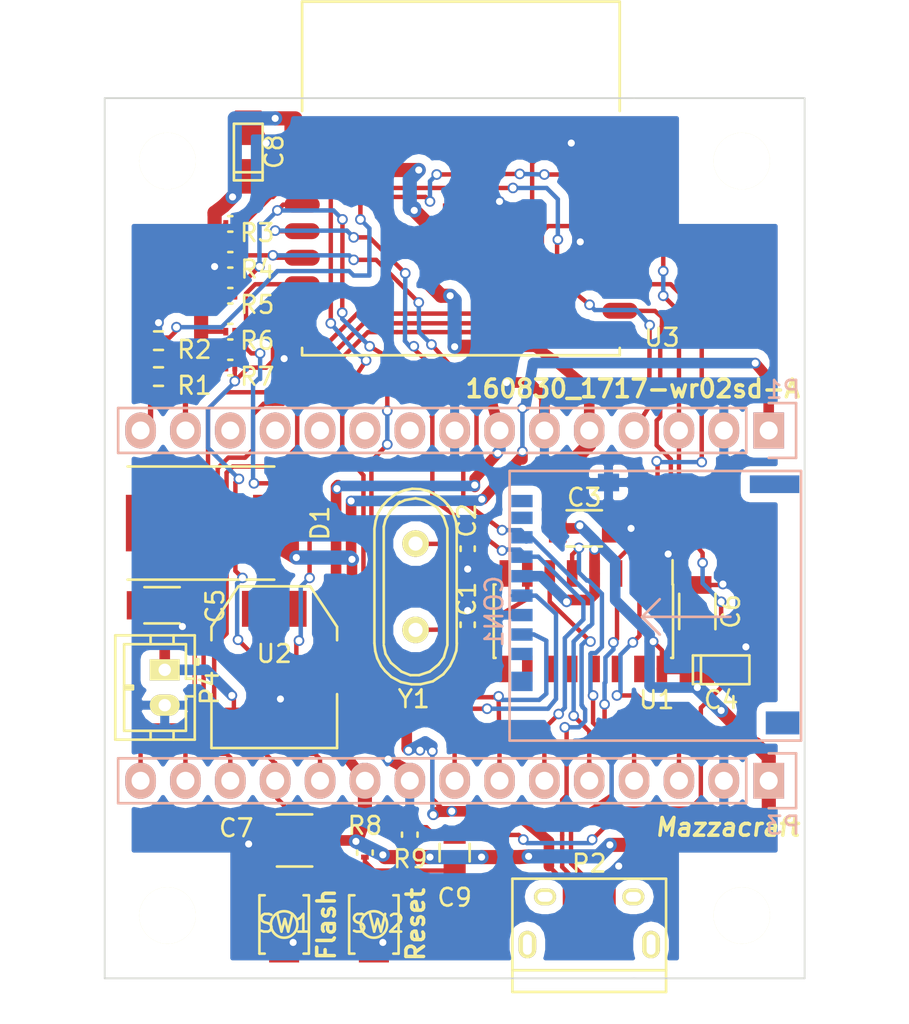
<source format=kicad_pcb>
(kicad_pcb (version 4) (host pcbnew 4.0.3+e1-6302~38~ubuntu14.04.1-stable)

  (general
    (links 89)
    (no_connects 0)
    (area 135.839999 93.675999 175.564001 143.560001)
    (thickness 1.6)
    (drawings 10)
    (tracks 815)
    (zones 0)
    (modules 34)
    (nets 40)
  )

  (page A4)
  (title_block
    (title "WROOM02 SDCard break out board")
    (date 2016-08-25)
    (rev 01A)
    (company Mazzacraft)
  )

  (layers
    (0 F.Cu signal)
    (31 B.Cu signal)
    (32 B.Adhes user)
    (33 F.Adhes user)
    (34 B.Paste user)
    (35 F.Paste user)
    (36 B.SilkS user)
    (37 F.SilkS user)
    (38 B.Mask user)
    (39 F.Mask user)
    (40 Dwgs.User user)
    (41 Cmts.User user)
    (42 Eco1.User user)
    (43 Eco2.User user)
    (44 Edge.Cuts user)
    (45 Margin user)
    (46 B.CrtYd user)
    (47 F.CrtYd user)
    (48 B.Fab user)
    (49 F.Fab user)
  )

  (setup
    (last_trace_width 0.25)
    (user_trace_width 0.3)
    (user_trace_width 0.6)
    (user_trace_width 0.8)
    (user_trace_width 1)
    (user_trace_width 1.5)
    (trace_clearance 0.2)
    (zone_clearance 0.508)
    (zone_45_only no)
    (trace_min 0)
    (segment_width 0.2)
    (edge_width 0.1)
    (via_size 0.6)
    (via_drill 0.4)
    (via_min_size 0.4)
    (via_min_drill 0.3)
    (uvia_size 0.3)
    (uvia_drill 0.1)
    (uvias_allowed no)
    (uvia_min_size 0.2)
    (uvia_min_drill 0.1)
    (pcb_text_width 0.3)
    (pcb_text_size 1.5 1.5)
    (mod_edge_width 0.15)
    (mod_text_size 1 1)
    (mod_text_width 0.15)
    (pad_size 3.2 3.2)
    (pad_drill 3.2)
    (pad_to_mask_clearance 0)
    (aux_axis_origin 0 0)
    (grid_origin 135.89 143.51)
    (visible_elements FFFFFF7F)
    (pcbplotparams
      (layerselection 0x00030_80000001)
      (usegerberextensions false)
      (excludeedgelayer true)
      (linewidth 0.100000)
      (plotframeref false)
      (viasonmask false)
      (mode 1)
      (useauxorigin false)
      (hpglpennumber 1)
      (hpglpenspeed 20)
      (hpglpendiameter 15)
      (hpglpenoverlay 2)
      (psnegative false)
      (psa4output false)
      (plotreference true)
      (plotvalue true)
      (plotinvisibletext false)
      (padsonsilk false)
      (subtractmaskfromsilk false)
      (outputformat 1)
      (mirror false)
      (drillshape 0)
      (scaleselection 1)
      (outputdirectory gerber/))
  )

  (net 0 "")
  (net 1 "Net-(C1-Pad1)")
  (net 2 GND)
  (net 3 "Net-(C2-Pad1)")
  (net 4 VCC)
  (net 5 +5V)
  (net 6 "Net-(C9-Pad1)")
  (net 7 VDD)
  (net 8 /nRST)
  (net 9 /EN)
  (net 10 "Net-(P1-Pad9)")
  (net 11 "Net-(P1-Pad10)")
  (net 12 "Net-(P1-Pad11)")
  (net 13 "Net-(P1-Pad12)")
  (net 14 "Net-(P1-Pad13)")
  (net 15 /ADC)
  (net 16 "Net-(P1-Pad15)")
  (net 17 /USB_D+)
  (net 18 /USB_D-)
  (net 19 /RS232_TX)
  (net 20 /RS232_RX)
  (net 21 "/GPIO15(CD)")
  (net 22 "/GPIO13(MOSI)")
  (net 23 "/GPIO12(MISO)")
  (net 24 "/GPIO14(CK)")
  (net 25 /GPIO2)
  (net 26 /GPIO0)
  (net 27 /GPIO4)
  (net 28 /GPIO5)
  (net 29 /GPIO16)
  (net 30 "Net-(U1-Pad9)")
  (net 31 "Net-(U1-Pad10)")
  (net 32 "Net-(U1-Pad11)")
  (net 33 "Net-(U1-Pad12)")
  (net 34 "Net-(U1-Pad13)")
  (net 35 "Net-(U1-Pad14)")
  (net 36 "Net-(U1-Pad15)")
  (net 37 "Net-(CON1-Pad8)")
  (net 38 "Net-(CON1-Pad1)")
  (net 39 "Net-(P2-Pad4)")

  (net_class Default "This is the default net class."
    (clearance 0.2)
    (trace_width 0.25)
    (via_dia 0.6)
    (via_drill 0.4)
    (uvia_dia 0.3)
    (uvia_drill 0.1)
    (add_net +5V)
    (add_net /ADC)
    (add_net /EN)
    (add_net /GPIO0)
    (add_net "/GPIO12(MISO)")
    (add_net "/GPIO13(MOSI)")
    (add_net "/GPIO14(CK)")
    (add_net "/GPIO15(CD)")
    (add_net /GPIO16)
    (add_net /GPIO2)
    (add_net /GPIO4)
    (add_net /GPIO5)
    (add_net /RS232_RX)
    (add_net /RS232_TX)
    (add_net /USB_D+)
    (add_net /USB_D-)
    (add_net /nRST)
    (add_net GND)
    (add_net "Net-(C1-Pad1)")
    (add_net "Net-(C2-Pad1)")
    (add_net "Net-(C9-Pad1)")
    (add_net "Net-(CON1-Pad1)")
    (add_net "Net-(CON1-Pad8)")
    (add_net "Net-(P1-Pad10)")
    (add_net "Net-(P1-Pad11)")
    (add_net "Net-(P1-Pad12)")
    (add_net "Net-(P1-Pad13)")
    (add_net "Net-(P1-Pad15)")
    (add_net "Net-(P1-Pad9)")
    (add_net "Net-(P2-Pad4)")
    (add_net "Net-(U1-Pad10)")
    (add_net "Net-(U1-Pad11)")
    (add_net "Net-(U1-Pad12)")
    (add_net "Net-(U1-Pad13)")
    (add_net "Net-(U1-Pad14)")
    (add_net "Net-(U1-Pad15)")
    (add_net "Net-(U1-Pad9)")
    (add_net VCC)
    (add_net VDD)
  )

  (module Crystals:Crystal_HC49-U_Vertical (layer F.Cu) (tedit 57C4FC68) (tstamp 57BE94FF)
    (at 153.49 121.36 90)
    (descr "Crystal Quarz HC49/U vertical stehend")
    (tags "Crystal Quarz HC49/U vertical stehend")
    (path /57BD56B0)
    (fp_text reference Y1 (at -6.35 -0.1 180) (layer F.SilkS)
      (effects (font (size 1 1) (thickness 0.15)))
    )
    (fp_text value 12MHz (at 0 3.81 90) (layer F.Fab)
      (effects (font (size 1 1) (thickness 0.15)))
    )
    (fp_line (start 4.699 -1.00076) (end 4.89966 -0.59944) (layer F.SilkS) (width 0.15))
    (fp_line (start 4.89966 -0.59944) (end 5.00126 0) (layer F.SilkS) (width 0.15))
    (fp_line (start 5.00126 0) (end 4.89966 0.50038) (layer F.SilkS) (width 0.15))
    (fp_line (start 4.89966 0.50038) (end 4.50088 1.19888) (layer F.SilkS) (width 0.15))
    (fp_line (start 4.50088 1.19888) (end 3.8989 1.6002) (layer F.SilkS) (width 0.15))
    (fp_line (start 3.8989 1.6002) (end 3.29946 1.80086) (layer F.SilkS) (width 0.15))
    (fp_line (start 3.29946 1.80086) (end -3.29946 1.80086) (layer F.SilkS) (width 0.15))
    (fp_line (start -3.29946 1.80086) (end -4.0005 1.6002) (layer F.SilkS) (width 0.15))
    (fp_line (start -4.0005 1.6002) (end -4.39928 1.30048) (layer F.SilkS) (width 0.15))
    (fp_line (start -4.39928 1.30048) (end -4.8006 0.8001) (layer F.SilkS) (width 0.15))
    (fp_line (start -4.8006 0.8001) (end -5.00126 0.20066) (layer F.SilkS) (width 0.15))
    (fp_line (start -5.00126 0.20066) (end -5.00126 -0.29972) (layer F.SilkS) (width 0.15))
    (fp_line (start -5.00126 -0.29972) (end -4.8006 -0.8001) (layer F.SilkS) (width 0.15))
    (fp_line (start -4.8006 -0.8001) (end -4.30022 -1.39954) (layer F.SilkS) (width 0.15))
    (fp_line (start -4.30022 -1.39954) (end -3.79984 -1.69926) (layer F.SilkS) (width 0.15))
    (fp_line (start -3.79984 -1.69926) (end -3.29946 -1.80086) (layer F.SilkS) (width 0.15))
    (fp_line (start -3.2004 -1.80086) (end 3.40106 -1.80086) (layer F.SilkS) (width 0.15))
    (fp_line (start 3.40106 -1.80086) (end 3.79984 -1.69926) (layer F.SilkS) (width 0.15))
    (fp_line (start 3.79984 -1.69926) (end 4.30022 -1.39954) (layer F.SilkS) (width 0.15))
    (fp_line (start 4.30022 -1.39954) (end 4.8006 -0.89916) (layer F.SilkS) (width 0.15))
    (fp_line (start -3.19024 -2.32918) (end -3.64998 -2.28092) (layer F.SilkS) (width 0.15))
    (fp_line (start -3.64998 -2.28092) (end -4.04876 -2.16916) (layer F.SilkS) (width 0.15))
    (fp_line (start -4.04876 -2.16916) (end -4.48056 -1.95072) (layer F.SilkS) (width 0.15))
    (fp_line (start -4.48056 -1.95072) (end -4.77012 -1.71958) (layer F.SilkS) (width 0.15))
    (fp_line (start -4.77012 -1.71958) (end -5.10032 -1.36906) (layer F.SilkS) (width 0.15))
    (fp_line (start -5.10032 -1.36906) (end -5.38988 -0.83058) (layer F.SilkS) (width 0.15))
    (fp_line (start -5.38988 -0.83058) (end -5.51942 -0.23114) (layer F.SilkS) (width 0.15))
    (fp_line (start -5.51942 -0.23114) (end -5.51942 0.2794) (layer F.SilkS) (width 0.15))
    (fp_line (start -5.51942 0.2794) (end -5.34924 0.98044) (layer F.SilkS) (width 0.15))
    (fp_line (start -5.34924 0.98044) (end -4.95046 1.56972) (layer F.SilkS) (width 0.15))
    (fp_line (start -4.95046 1.56972) (end -4.49072 1.94056) (layer F.SilkS) (width 0.15))
    (fp_line (start -4.49072 1.94056) (end -4.06908 2.14884) (layer F.SilkS) (width 0.15))
    (fp_line (start -4.06908 2.14884) (end -3.6195 2.30886) (layer F.SilkS) (width 0.15))
    (fp_line (start -3.6195 2.30886) (end -3.18008 2.33934) (layer F.SilkS) (width 0.15))
    (fp_line (start 4.16052 2.1209) (end 4.53898 1.89992) (layer F.SilkS) (width 0.15))
    (fp_line (start 4.53898 1.89992) (end 4.85902 1.62052) (layer F.SilkS) (width 0.15))
    (fp_line (start 4.85902 1.62052) (end 5.11048 1.29032) (layer F.SilkS) (width 0.15))
    (fp_line (start 5.11048 1.29032) (end 5.4102 0.73914) (layer F.SilkS) (width 0.15))
    (fp_line (start 5.4102 0.73914) (end 5.51942 0.26924) (layer F.SilkS) (width 0.15))
    (fp_line (start 5.51942 0.26924) (end 5.53974 -0.1905) (layer F.SilkS) (width 0.15))
    (fp_line (start 5.53974 -0.1905) (end 5.45084 -0.65024) (layer F.SilkS) (width 0.15))
    (fp_line (start 5.45084 -0.65024) (end 5.26034 -1.09982) (layer F.SilkS) (width 0.15))
    (fp_line (start 5.26034 -1.09982) (end 4.89966 -1.56972) (layer F.SilkS) (width 0.15))
    (fp_line (start 4.89966 -1.56972) (end 4.54914 -1.88976) (layer F.SilkS) (width 0.15))
    (fp_line (start 4.54914 -1.88976) (end 4.16052 -2.1209) (layer F.SilkS) (width 0.15))
    (fp_line (start 4.16052 -2.1209) (end 3.73126 -2.2606) (layer F.SilkS) (width 0.15))
    (fp_line (start 3.73126 -2.2606) (end 3.2893 -2.32918) (layer F.SilkS) (width 0.15))
    (fp_line (start -3.2004 2.32918) (end 3.2512 2.32918) (layer F.SilkS) (width 0.15))
    (fp_line (start 3.2512 2.32918) (end 3.6703 2.29108) (layer F.SilkS) (width 0.15))
    (fp_line (start 3.6703 2.29108) (end 4.16052 2.1209) (layer F.SilkS) (width 0.15))
    (fp_line (start -3.2004 -2.32918) (end 3.2512 -2.32918) (layer F.SilkS) (width 0.15))
    (pad 1 thru_hole circle (at -2.44094 0 90) (size 1.50114 1.50114) (drill 0.8001) (layers *.Cu *.Mask F.SilkS)
      (net 1 "Net-(C1-Pad1)"))
    (pad 2 thru_hole circle (at 2.44094 0 90) (size 1.50114 1.50114) (drill 0.8001) (layers *.Cu *.Mask F.SilkS)
      (net 3 "Net-(C2-Pad1)"))
  )

  (module Capacitors_SMD:C_1210 (layer F.Cu) (tedit 57C58CCC) (tstamp 57BE9435)
    (at 146.64 135.71 180)
    (descr "Capacitor SMD 1210, reflow soldering, AVX (see smccp.pdf)")
    (tags "capacitor 1210")
    (path /57BEDE6A)
    (attr smd)
    (fp_text reference C7 (at 3.3 0.7 180) (layer F.SilkS)
      (effects (font (size 1 1) (thickness 0.15)))
    )
    (fp_text value 47u (at 0 2.7 180) (layer F.Fab)
      (effects (font (size 1 1) (thickness 0.15)))
    )
    (fp_line (start -2.3 -1.6) (end 2.3 -1.6) (layer F.CrtYd) (width 0.05))
    (fp_line (start -2.3 1.6) (end 2.3 1.6) (layer F.CrtYd) (width 0.05))
    (fp_line (start -2.3 -1.6) (end -2.3 1.6) (layer F.CrtYd) (width 0.05))
    (fp_line (start 2.3 -1.6) (end 2.3 1.6) (layer F.CrtYd) (width 0.05))
    (fp_line (start 1 -1.475) (end -1 -1.475) (layer F.SilkS) (width 0.15))
    (fp_line (start -1 1.475) (end 1 1.475) (layer F.SilkS) (width 0.15))
    (pad 1 smd rect (at -1.5 0 180) (size 1 2.5) (layers F.Cu F.Paste F.Mask)
      (net 4 VCC))
    (pad 2 smd rect (at 1.5 0 180) (size 1 2.5) (layers F.Cu F.Paste F.Mask)
      (net 2 GND))
    (model Capacitors_SMD.3dshapes/C_1210.wrl
      (at (xyz 0 0 0))
      (scale (xyz 1 1 1))
      (rotate (xyz 0 0 0))
    )
  )

  (module Capacitors_SMD:C_0201 (layer F.Cu) (tedit 57C681E9) (tstamp 57BE9411)
    (at 156.44 123.51 90)
    (descr "Capacitor SMD 0201, reflow soldering, AVX (see smccp.pdf)")
    (tags "capacitor 0201")
    (path /57BD616F)
    (attr smd)
    (fp_text reference C1 (at 1.45 -0.05 90) (layer F.SilkS)
      (effects (font (size 1 1) (thickness 0.15)))
    )
    (fp_text value 22 (at 0 1.7 90) (layer F.Fab)
      (effects (font (size 1 1) (thickness 0.15)))
    )
    (fp_line (start -0.7 -0.55) (end 0.7 -0.55) (layer F.CrtYd) (width 0.05))
    (fp_line (start -0.7 0.55) (end 0.7 0.55) (layer F.CrtYd) (width 0.05))
    (fp_line (start -0.7 -0.55) (end -0.7 0.55) (layer F.CrtYd) (width 0.05))
    (fp_line (start 0.7 -0.55) (end 0.7 0.55) (layer F.CrtYd) (width 0.05))
    (fp_line (start 0.125 0.4) (end -0.125 0.4) (layer F.SilkS) (width 0.15))
    (fp_line (start -0.125 -0.4) (end 0.125 -0.4) (layer F.SilkS) (width 0.15))
    (pad 1 smd rect (at -0.275 0 90) (size 0.3 0.35) (layers F.Cu F.Paste F.Mask)
      (net 1 "Net-(C1-Pad1)"))
    (pad 2 smd rect (at 0.275 0 90) (size 0.3 0.35) (layers F.Cu F.Paste F.Mask)
      (net 2 GND))
    (model Capacitors_SMD.3dshapes/C_0201.wrl
      (at (xyz 0 0 0))
      (scale (xyz 1 1 1))
      (rotate (xyz 0 0 0))
    )
  )

  (module Capacitors_SMD:C_0201 (layer F.Cu) (tedit 57C4FC8C) (tstamp 57BE9417)
    (at 156.44 119.21 270)
    (descr "Capacitor SMD 0201, reflow soldering, AVX (see smccp.pdf)")
    (tags "capacitor 0201")
    (path /57BD61DA)
    (attr smd)
    (fp_text reference C2 (at -1.6 0.05 270) (layer F.SilkS)
      (effects (font (size 1 1) (thickness 0.15)))
    )
    (fp_text value 22 (at 0 1.7 270) (layer F.Fab)
      (effects (font (size 1 1) (thickness 0.15)))
    )
    (fp_line (start -0.7 -0.55) (end 0.7 -0.55) (layer F.CrtYd) (width 0.05))
    (fp_line (start -0.7 0.55) (end 0.7 0.55) (layer F.CrtYd) (width 0.05))
    (fp_line (start -0.7 -0.55) (end -0.7 0.55) (layer F.CrtYd) (width 0.05))
    (fp_line (start 0.7 -0.55) (end 0.7 0.55) (layer F.CrtYd) (width 0.05))
    (fp_line (start 0.125 0.4) (end -0.125 0.4) (layer F.SilkS) (width 0.15))
    (fp_line (start -0.125 -0.4) (end 0.125 -0.4) (layer F.SilkS) (width 0.15))
    (pad 1 smd rect (at -0.275 0 270) (size 0.3 0.35) (layers F.Cu F.Paste F.Mask)
      (net 3 "Net-(C2-Pad1)"))
    (pad 2 smd rect (at 0.275 0 270) (size 0.3 0.35) (layers F.Cu F.Paste F.Mask)
      (net 2 GND))
    (model Capacitors_SMD.3dshapes/C_0201.wrl
      (at (xyz 0 0 0))
      (scale (xyz 1 1 1))
      (rotate (xyz 0 0 0))
    )
  )

  (module Capacitors_SMD:C_1206 (layer F.Cu) (tedit 57C681DD) (tstamp 57BE941D)
    (at 163.04 118.06)
    (descr "Capacitor SMD 1206, reflow soldering, AVX (see smccp.pdf)")
    (tags "capacitor 1206")
    (path /57BD60BD)
    (attr smd)
    (fp_text reference C3 (at 0 -1.75) (layer F.SilkS)
      (effects (font (size 1 1) (thickness 0.15)))
    )
    (fp_text value 10u (at 0 2.3) (layer F.Fab)
      (effects (font (size 1 1) (thickness 0.15)))
    )
    (fp_line (start -2.3 -1.15) (end 2.3 -1.15) (layer F.CrtYd) (width 0.05))
    (fp_line (start -2.3 1.15) (end 2.3 1.15) (layer F.CrtYd) (width 0.05))
    (fp_line (start -2.3 -1.15) (end -2.3 1.15) (layer F.CrtYd) (width 0.05))
    (fp_line (start 2.3 -1.15) (end 2.3 1.15) (layer F.CrtYd) (width 0.05))
    (fp_line (start 1 -1.025) (end -1 -1.025) (layer F.SilkS) (width 0.15))
    (fp_line (start -1 1.025) (end 1 1.025) (layer F.SilkS) (width 0.15))
    (pad 1 smd rect (at -1.5 0) (size 1 1.6) (layers F.Cu F.Paste F.Mask)
      (net 4 VCC))
    (pad 2 smd rect (at 1.5 0) (size 1 1.6) (layers F.Cu F.Paste F.Mask)
      (net 2 GND))
    (model Capacitors_SMD.3dshapes/C_1206.wrl
      (at (xyz 0 0 0))
      (scale (xyz 1 1 1))
      (rotate (xyz 0 0 0))
    )
  )

  (module Capacitors_Tantalum_SMD:TantalC_SizeS_EIA-3216 (layer F.Cu) (tedit 57C681CB) (tstamp 57BE9423)
    (at 170.79 126.06 180)
    (descr "Tantal Cap. , Size S, EIA-3216, Hand Soldering")
    (path /57BE631E)
    (fp_text reference C4 (at 0 -1.7 180) (layer F.SilkS)
      (effects (font (size 1 1) (thickness 0.15)))
    )
    (fp_text value 100u (at 0 1.27 180) (layer F.Fab)
      (effects (font (size 1 1) (thickness 0.15)))
    )
    (fp_line (start 1.143 0.8128) (end 1.143 -0.8128) (layer F.SilkS) (width 0.15))
    (fp_line (start -1.6002 -0.8128) (end -1.6002 0.8128) (layer F.SilkS) (width 0.15))
    (fp_line (start -1.6002 0.8128) (end 1.6002 0.8128) (layer F.SilkS) (width 0.15))
    (fp_line (start 1.6002 0.8128) (end 1.6002 -0.8128) (layer F.SilkS) (width 0.15))
    (fp_line (start 1.6002 -0.8128) (end -1.6002 -0.8128) (layer F.SilkS) (width 0.15))
    (pad 1 smd rect (at 1.37414 0 180) (size 1.95072 1.50114) (layers F.Cu F.Paste F.Mask)
      (net 4 VCC))
    (pad 2 smd rect (at -1.37414 0 180) (size 1.95072 1.50114) (layers F.Cu F.Paste F.Mask)
      (net 2 GND))
    (model Capacitors_Tantalum_SMD.3dshapes/TantalC_SizeS_EIA-3216.wrl
      (at (xyz 0 0 0))
      (scale (xyz 1 1 1))
      (rotate (xyz 0 0 0))
    )
  )

  (module Capacitors_SMD:C_1206 (layer F.Cu) (tedit 57C64675) (tstamp 57BE9429)
    (at 139.14 122.41 180)
    (descr "Capacitor SMD 1206, reflow soldering, AVX (see smccp.pdf)")
    (tags "capacitor 1206")
    (path /57BEE7A1)
    (attr smd)
    (fp_text reference C5 (at -3 -0.05 270) (layer F.SilkS)
      (effects (font (size 1 1) (thickness 0.15)))
    )
    (fp_text value 0.47u (at 0 2.3 180) (layer F.Fab)
      (effects (font (size 1 1) (thickness 0.15)))
    )
    (fp_line (start -2.3 -1.15) (end 2.3 -1.15) (layer F.CrtYd) (width 0.05))
    (fp_line (start -2.3 1.15) (end 2.3 1.15) (layer F.CrtYd) (width 0.05))
    (fp_line (start -2.3 -1.15) (end -2.3 1.15) (layer F.CrtYd) (width 0.05))
    (fp_line (start 2.3 -1.15) (end 2.3 1.15) (layer F.CrtYd) (width 0.05))
    (fp_line (start 1 -1.025) (end -1 -1.025) (layer F.SilkS) (width 0.15))
    (fp_line (start -1 1.025) (end 1 1.025) (layer F.SilkS) (width 0.15))
    (pad 1 smd rect (at -1.5 0 180) (size 1 1.6) (layers F.Cu F.Paste F.Mask)
      (net 2 GND))
    (pad 2 smd rect (at 1.5 0 180) (size 1 1.6) (layers F.Cu F.Paste F.Mask)
      (net 5 +5V))
    (model Capacitors_SMD.3dshapes/C_1206.wrl
      (at (xyz 0 0 0))
      (scale (xyz 1 1 1))
      (rotate (xyz 0 0 0))
    )
  )

  (module Capacitors_SMD:C_1206 (layer F.Cu) (tedit 57C681D3) (tstamp 57BE942F)
    (at 169.44 122.76 90)
    (descr "Capacitor SMD 1206, reflow soldering, AVX (see smccp.pdf)")
    (tags "capacitor 1206")
    (path /57BE628F)
    (attr smd)
    (fp_text reference C6 (at 0 1.9 90) (layer F.SilkS)
      (effects (font (size 1 1) (thickness 0.15)))
    )
    (fp_text value 10u (at 0 2.3 90) (layer F.Fab)
      (effects (font (size 1 1) (thickness 0.15)))
    )
    (fp_line (start -2.3 -1.15) (end 2.3 -1.15) (layer F.CrtYd) (width 0.05))
    (fp_line (start -2.3 1.15) (end 2.3 1.15) (layer F.CrtYd) (width 0.05))
    (fp_line (start -2.3 -1.15) (end -2.3 1.15) (layer F.CrtYd) (width 0.05))
    (fp_line (start 2.3 -1.15) (end 2.3 1.15) (layer F.CrtYd) (width 0.05))
    (fp_line (start 1 -1.025) (end -1 -1.025) (layer F.SilkS) (width 0.15))
    (fp_line (start -1 1.025) (end 1 1.025) (layer F.SilkS) (width 0.15))
    (pad 1 smd rect (at -1.5 0 90) (size 1 1.6) (layers F.Cu F.Paste F.Mask)
      (net 4 VCC))
    (pad 2 smd rect (at 1.5 0 90) (size 1 1.6) (layers F.Cu F.Paste F.Mask)
      (net 2 GND))
    (model Capacitors_SMD.3dshapes/C_1206.wrl
      (at (xyz 0 0 0))
      (scale (xyz 1 1 1))
      (rotate (xyz 0 0 0))
    )
  )

  (module Capacitors_Tantalum_SMD:TantalC_SizeS_EIA-3216 (layer F.Cu) (tedit 57C4E869) (tstamp 57BE943B)
    (at 144.018 96.774 270)
    (descr "Tantal Cap. , Size S, EIA-3216, Hand Soldering")
    (path /57BE5DF1)
    (fp_text reference C8 (at -0.014 -1.472 450) (layer F.SilkS)
      (effects (font (size 1 1) (thickness 0.15)))
    )
    (fp_text value 100u (at 0 1.27 270) (layer F.Fab)
      (effects (font (size 1 1) (thickness 0.15)))
    )
    (fp_line (start 1.143 0.8128) (end 1.143 -0.8128) (layer F.SilkS) (width 0.15))
    (fp_line (start -1.6002 -0.8128) (end -1.6002 0.8128) (layer F.SilkS) (width 0.15))
    (fp_line (start -1.6002 0.8128) (end 1.6002 0.8128) (layer F.SilkS) (width 0.15))
    (fp_line (start 1.6002 0.8128) (end 1.6002 -0.8128) (layer F.SilkS) (width 0.15))
    (fp_line (start 1.6002 -0.8128) (end -1.6002 -0.8128) (layer F.SilkS) (width 0.15))
    (pad 1 smd rect (at 1.37414 0 270) (size 1.95072 1.50114) (layers F.Cu F.Paste F.Mask)
      (net 4 VCC))
    (pad 2 smd rect (at -1.37414 0 270) (size 1.95072 1.50114) (layers F.Cu F.Paste F.Mask)
      (net 2 GND))
    (model Capacitors_Tantalum_SMD.3dshapes/TantalC_SizeS_EIA-3216.wrl
      (at (xyz 0 0 0))
      (scale (xyz 1 1 1))
      (rotate (xyz 0 0 0))
    )
  )

  (module Capacitors_SMD:C_0805 (layer F.Cu) (tedit 57BEA979) (tstamp 57BE9441)
    (at 155.702 136.398 90)
    (descr "Capacitor SMD 0805, reflow soldering, AVX (see smccp.pdf)")
    (tags "capacitor 0805")
    (path /57BE4A77)
    (attr smd)
    (fp_text reference C9 (at -2.54 0 180) (layer F.SilkS)
      (effects (font (size 1 1) (thickness 0.15)))
    )
    (fp_text value 470 (at 0 2.1 90) (layer F.Fab)
      (effects (font (size 1 1) (thickness 0.15)))
    )
    (fp_line (start -1.8 -1) (end 1.8 -1) (layer F.CrtYd) (width 0.05))
    (fp_line (start -1.8 1) (end 1.8 1) (layer F.CrtYd) (width 0.05))
    (fp_line (start -1.8 -1) (end -1.8 1) (layer F.CrtYd) (width 0.05))
    (fp_line (start 1.8 -1) (end 1.8 1) (layer F.CrtYd) (width 0.05))
    (fp_line (start 0.5 -0.85) (end -0.5 -0.85) (layer F.SilkS) (width 0.15))
    (fp_line (start -0.5 0.85) (end 0.5 0.85) (layer F.SilkS) (width 0.15))
    (pad 1 smd rect (at -1 0 90) (size 1 1.25) (layers F.Cu F.Paste F.Mask)
      (net 6 "Net-(C9-Pad1)"))
    (pad 2 smd rect (at 1 0 90) (size 1 1.25) (layers F.Cu F.Paste F.Mask)
      (net 8 /nRST))
    (model Capacitors_SMD.3dshapes/C_0805.wrl
      (at (xyz 0 0 0))
      (scale (xyz 1 1 1))
      (rotate (xyz 0 0 0))
    )
  )

  (module Diodes_SMD:DO-214AB (layer F.Cu) (tedit 57BEA63B) (tstamp 57BE9447)
    (at 141.99 117.76)
    (descr "Jedec DO-214AB diode package. Designed according to Fairchild SS32 datasheet.")
    (tags "DO-214AB diode")
    (path /57BF11EB)
    (attr smd)
    (fp_text reference D1 (at 6.096 0 90) (layer F.SilkS)
      (effects (font (size 1 1) (thickness 0.15)))
    )
    (fp_text value "IN4007/M7(DO-214AC)" (at 0 4.6) (layer F.Fab)
      (effects (font (size 1 1) (thickness 0.15)))
    )
    (fp_line (start -5.15 -3.45) (end 5.15 -3.45) (layer F.CrtYd) (width 0.05))
    (fp_line (start 5.15 -3.45) (end 5.15 3.45) (layer F.CrtYd) (width 0.05))
    (fp_line (start 5.15 3.45) (end -5.15 3.45) (layer F.CrtYd) (width 0.05))
    (fp_line (start -5.15 3.45) (end -5.15 -3.45) (layer F.CrtYd) (width 0.05))
    (fp_line (start 3.5 3.2) (end -4.8 3.2) (layer F.SilkS) (width 0.15))
    (fp_line (start -4.8 -3.2) (end 3.5 -3.2) (layer F.SilkS) (width 0.15))
    (pad 2 smd rect (at 3.6 0) (size 2.6 3.2) (layers F.Cu F.Paste F.Mask)
      (net 7 VDD))
    (pad 1 smd rect (at -3.6 0) (size 2.6 3.2) (layers F.Cu F.Paste F.Mask)
      (net 5 +5V))
    (model Diodes_SMD.3dshapes/DO-214AB.wrl
      (at (xyz 0 0 0))
      (scale (xyz 0.39 0.39 0.39))
      (rotate (xyz 0 0 180))
    )
  )

  (module Pin_Headers:Pin_Header_Straight_1x15 (layer B.Cu) (tedit 57C68E0E) (tstamp 57BE945A)
    (at 173.482 112.522 90)
    (descr "Through hole pin header")
    (tags "pin header")
    (path /57BEA498)
    (fp_text reference P1 (at 2.312 0.808 360) (layer B.SilkS)
      (effects (font (size 1 1) (thickness 0.15)) (justify mirror))
    )
    (fp_text value THT_Male_P_1x15 (at 0 3.1 90) (layer B.Fab)
      (effects (font (size 1 1) (thickness 0.15)) (justify mirror))
    )
    (fp_line (start -1.75 1.75) (end -1.75 -37.35) (layer B.CrtYd) (width 0.05))
    (fp_line (start 1.75 1.75) (end 1.75 -37.35) (layer B.CrtYd) (width 0.05))
    (fp_line (start -1.75 1.75) (end 1.75 1.75) (layer B.CrtYd) (width 0.05))
    (fp_line (start -1.75 -37.35) (end 1.75 -37.35) (layer B.CrtYd) (width 0.05))
    (fp_line (start -1.27 -1.27) (end -1.27 -36.83) (layer B.SilkS) (width 0.15))
    (fp_line (start -1.27 -36.83) (end 1.27 -36.83) (layer B.SilkS) (width 0.15))
    (fp_line (start 1.27 -36.83) (end 1.27 -1.27) (layer B.SilkS) (width 0.15))
    (fp_line (start 1.55 1.55) (end 1.55 0) (layer B.SilkS) (width 0.15))
    (fp_line (start 1.27 -1.27) (end -1.27 -1.27) (layer B.SilkS) (width 0.15))
    (fp_line (start -1.55 0) (end -1.55 1.55) (layer B.SilkS) (width 0.15))
    (fp_line (start -1.55 1.55) (end 1.55 1.55) (layer B.SilkS) (width 0.15))
    (pad 1 thru_hole rect (at 0 0 90) (size 2.032 1.7272) (drill 1.016) (layers *.Cu *.Mask B.SilkS)
      (net 7 VDD))
    (pad 2 thru_hole oval (at 0 -2.54 90) (size 2.032 1.7272) (drill 1.016) (layers *.Cu *.Mask B.SilkS)
      (net 2 GND))
    (pad 3 thru_hole oval (at 0 -5.08 90) (size 2.032 1.7272) (drill 1.016) (layers *.Cu *.Mask B.SilkS)
      (net 8 /nRST))
    (pad 4 thru_hole oval (at 0 -7.62 90) (size 2.032 1.7272) (drill 1.016) (layers *.Cu *.Mask B.SilkS)
      (net 9 /EN))
    (pad 5 thru_hole oval (at 0 -10.16 90) (size 2.032 1.7272) (drill 1.016) (layers *.Cu *.Mask B.SilkS)
      (net 4 VCC))
    (pad 6 thru_hole oval (at 0 -12.7 90) (size 2.032 1.7272) (drill 1.016) (layers *.Cu *.Mask B.SilkS)
      (net 2 GND))
    (pad 7 thru_hole oval (at 0 -15.24 90) (size 2.032 1.7272) (drill 1.016) (layers *.Cu *.Mask B.SilkS)
      (net 4 VCC))
    (pad 8 thru_hole oval (at 0 -17.78 90) (size 2.032 1.7272) (drill 1.016) (layers *.Cu *.Mask B.SilkS)
      (net 2 GND))
    (pad 9 thru_hole oval (at 0 -20.32 90) (size 2.032 1.7272) (drill 1.016) (layers *.Cu *.Mask B.SilkS)
      (net 10 "Net-(P1-Pad9)"))
    (pad 10 thru_hole oval (at 0 -22.86 90) (size 2.032 1.7272) (drill 1.016) (layers *.Cu *.Mask B.SilkS)
      (net 11 "Net-(P1-Pad10)"))
    (pad 11 thru_hole oval (at 0 -25.4 90) (size 2.032 1.7272) (drill 1.016) (layers *.Cu *.Mask B.SilkS)
      (net 12 "Net-(P1-Pad11)"))
    (pad 12 thru_hole oval (at 0 -27.94 90) (size 2.032 1.7272) (drill 1.016) (layers *.Cu *.Mask B.SilkS)
      (net 13 "Net-(P1-Pad12)"))
    (pad 13 thru_hole oval (at 0 -30.48 90) (size 2.032 1.7272) (drill 1.016) (layers *.Cu *.Mask B.SilkS)
      (net 14 "Net-(P1-Pad13)"))
    (pad 14 thru_hole oval (at 0 -33.02 90) (size 2.032 1.7272) (drill 1.016) (layers *.Cu *.Mask B.SilkS)
      (net 15 /ADC))
    (pad 15 thru_hole oval (at 0 -35.56 90) (size 2.032 1.7272) (drill 1.016) (layers *.Cu *.Mask B.SilkS)
      (net 16 "Net-(P1-Pad15)"))
    (model Pin_Headers.3dshapes/Pin_Header_Straight_1x15.wrl
      (at (xyz 0 -0.7 0))
      (scale (xyz 1 1 1))
      (rotate (xyz 0 0 90))
    )
  )

  (module Pin_Headers:Pin_Header_Straight_1x15 (layer B.Cu) (tedit 57C68E05) (tstamp 57BE947C)
    (at 173.482 132.334 90)
    (descr "Through hole pin header")
    (tags "pin header")
    (path /57BEA56A)
    (fp_text reference P3 (at -2.526 0.808 360) (layer B.SilkS)
      (effects (font (size 1 1) (thickness 0.15)) (justify mirror))
    )
    (fp_text value THT_Male_P_1x15 (at 0 3.1 90) (layer B.Fab)
      (effects (font (size 1 1) (thickness 0.15)) (justify mirror))
    )
    (fp_line (start -1.75 1.75) (end -1.75 -37.35) (layer B.CrtYd) (width 0.05))
    (fp_line (start 1.75 1.75) (end 1.75 -37.35) (layer B.CrtYd) (width 0.05))
    (fp_line (start -1.75 1.75) (end 1.75 1.75) (layer B.CrtYd) (width 0.05))
    (fp_line (start -1.75 -37.35) (end 1.75 -37.35) (layer B.CrtYd) (width 0.05))
    (fp_line (start -1.27 -1.27) (end -1.27 -36.83) (layer B.SilkS) (width 0.15))
    (fp_line (start -1.27 -36.83) (end 1.27 -36.83) (layer B.SilkS) (width 0.15))
    (fp_line (start 1.27 -36.83) (end 1.27 -1.27) (layer B.SilkS) (width 0.15))
    (fp_line (start 1.55 1.55) (end 1.55 0) (layer B.SilkS) (width 0.15))
    (fp_line (start 1.27 -1.27) (end -1.27 -1.27) (layer B.SilkS) (width 0.15))
    (fp_line (start -1.55 0) (end -1.55 1.55) (layer B.SilkS) (width 0.15))
    (fp_line (start -1.55 1.55) (end 1.55 1.55) (layer B.SilkS) (width 0.15))
    (pad 1 thru_hole rect (at 0 0 90) (size 2.032 1.7272) (drill 1.016) (layers *.Cu *.Mask B.SilkS)
      (net 4 VCC))
    (pad 2 thru_hole oval (at 0 -2.54 90) (size 2.032 1.7272) (drill 1.016) (layers *.Cu *.Mask B.SilkS)
      (net 2 GND))
    (pad 3 thru_hole oval (at 0 -5.08 90) (size 2.032 1.7272) (drill 1.016) (layers *.Cu *.Mask B.SilkS)
      (net 19 /RS232_TX))
    (pad 4 thru_hole oval (at 0 -7.62 90) (size 2.032 1.7272) (drill 1.016) (layers *.Cu *.Mask B.SilkS)
      (net 20 /RS232_RX))
    (pad 5 thru_hole oval (at 0 -10.16 90) (size 2.032 1.7272) (drill 1.016) (layers *.Cu *.Mask B.SilkS)
      (net 21 "/GPIO15(CD)"))
    (pad 6 thru_hole oval (at 0 -12.7 90) (size 2.032 1.7272) (drill 1.016) (layers *.Cu *.Mask B.SilkS)
      (net 22 "/GPIO13(MOSI)"))
    (pad 7 thru_hole oval (at 0 -15.24 90) (size 2.032 1.7272) (drill 1.016) (layers *.Cu *.Mask B.SilkS)
      (net 23 "/GPIO12(MISO)"))
    (pad 8 thru_hole oval (at 0 -17.78 90) (size 2.032 1.7272) (drill 1.016) (layers *.Cu *.Mask B.SilkS)
      (net 24 "/GPIO14(CK)"))
    (pad 9 thru_hole oval (at 0 -20.32 90) (size 2.032 1.7272) (drill 1.016) (layers *.Cu *.Mask B.SilkS)
      (net 2 GND))
    (pad 10 thru_hole oval (at 0 -22.86 90) (size 2.032 1.7272) (drill 1.016) (layers *.Cu *.Mask B.SilkS)
      (net 4 VCC))
    (pad 11 thru_hole oval (at 0 -25.4 90) (size 2.032 1.7272) (drill 1.016) (layers *.Cu *.Mask B.SilkS)
      (net 25 /GPIO2))
    (pad 12 thru_hole oval (at 0 -27.94 90) (size 2.032 1.7272) (drill 1.016) (layers *.Cu *.Mask B.SilkS)
      (net 26 /GPIO0))
    (pad 13 thru_hole oval (at 0 -30.48 90) (size 2.032 1.7272) (drill 1.016) (layers *.Cu *.Mask B.SilkS)
      (net 27 /GPIO4))
    (pad 14 thru_hole oval (at 0 -33.02 90) (size 2.032 1.7272) (drill 1.016) (layers *.Cu *.Mask B.SilkS)
      (net 28 /GPIO5))
    (pad 15 thru_hole oval (at 0 -35.56 90) (size 2.032 1.7272) (drill 1.016) (layers *.Cu *.Mask B.SilkS)
      (net 29 /GPIO16))
    (model Pin_Headers.3dshapes/Pin_Header_Straight_1x15.wrl
      (at (xyz 0 -0.7 0))
      (scale (xyz 1 1 1))
      (rotate (xyz 0 0 90))
    )
  )

  (module Connectors_JST:JST_PH_B2B-PH-K_02x2.00mm_Straight (layer F.Cu) (tedit 57BEA660) (tstamp 57BE9482)
    (at 139.29 126.06 270)
    (descr http://www.jst-mfg.com/product/pdf/eng/ePH.pdf)
    (tags "connector jst ph")
    (path /57BF1039)
    (fp_text reference P4 (at 1.016 -2.54 270) (layer F.SilkS)
      (effects (font (size 1 1) (thickness 0.15)))
    )
    (fp_text value POWER_5V (at 1 4 270) (layer F.Fab)
      (effects (font (size 1 1) (thickness 0.15)))
    )
    (fp_line (start -1.95 2.8) (end -1.95 -1.7) (layer F.SilkS) (width 0.15))
    (fp_line (start -1.95 -1.7) (end 3.95 -1.7) (layer F.SilkS) (width 0.15))
    (fp_line (start 3.95 -1.7) (end 3.95 2.8) (layer F.SilkS) (width 0.15))
    (fp_line (start 3.95 2.8) (end -1.95 2.8) (layer F.SilkS) (width 0.15))
    (fp_line (start 0.5 -1.7) (end 0.5 -1.2) (layer F.SilkS) (width 0.15))
    (fp_line (start 0.5 -1.2) (end -1.45 -1.2) (layer F.SilkS) (width 0.15))
    (fp_line (start -1.45 -1.2) (end -1.45 2.3) (layer F.SilkS) (width 0.15))
    (fp_line (start -1.45 2.3) (end 3.45 2.3) (layer F.SilkS) (width 0.15))
    (fp_line (start 3.45 2.3) (end 3.45 -1.2) (layer F.SilkS) (width 0.15))
    (fp_line (start 3.45 -1.2) (end 1.5 -1.2) (layer F.SilkS) (width 0.15))
    (fp_line (start 1.5 -1.2) (end 1.5 -1.7) (layer F.SilkS) (width 0.15))
    (fp_line (start -1.95 -0.5) (end -1.45 -0.5) (layer F.SilkS) (width 0.15))
    (fp_line (start -1.95 0.8) (end -1.45 0.8) (layer F.SilkS) (width 0.15))
    (fp_line (start 3.45 -0.5) (end 3.95 -0.5) (layer F.SilkS) (width 0.15))
    (fp_line (start 3.45 0.8) (end 3.95 0.8) (layer F.SilkS) (width 0.15))
    (fp_line (start -0.3 -1.7) (end -0.3 -1.9) (layer F.SilkS) (width 0.15))
    (fp_line (start -0.3 -1.9) (end -0.6 -1.9) (layer F.SilkS) (width 0.15))
    (fp_line (start -0.6 -1.9) (end -0.6 -1.7) (layer F.SilkS) (width 0.15))
    (fp_line (start -0.3 -1.8) (end -0.6 -1.8) (layer F.SilkS) (width 0.15))
    (fp_line (start 0.9 2.3) (end 0.9 1.8) (layer F.SilkS) (width 0.15))
    (fp_line (start 0.9 1.8) (end 1.1 1.8) (layer F.SilkS) (width 0.15))
    (fp_line (start 1.1 1.8) (end 1.1 2.3) (layer F.SilkS) (width 0.15))
    (fp_line (start 1 2.3) (end 1 1.8) (layer F.SilkS) (width 0.15))
    (fp_line (start -2.45 3.3) (end -2.45 -2.2) (layer F.CrtYd) (width 0.05))
    (fp_line (start -2.45 -2.2) (end 4.45 -2.2) (layer F.CrtYd) (width 0.05))
    (fp_line (start 4.45 -2.2) (end 4.45 3.3) (layer F.CrtYd) (width 0.05))
    (fp_line (start 4.45 3.3) (end -2.45 3.3) (layer F.CrtYd) (width 0.05))
    (pad 1 thru_hole rect (at 0 0 270) (size 1.2 1.7) (drill 0.7) (layers *.Cu *.Mask F.SilkS)
      (net 5 +5V))
    (pad 2 thru_hole oval (at 2 0 270) (size 1.2 1.7) (drill 0.7) (layers *.Cu *.Mask F.SilkS)
      (net 2 GND))
  )

  (module Resistors_SMD:R_0402 (layer F.Cu) (tedit 57BEA5FD) (tstamp 57BE9488)
    (at 138.938 109.474)
    (descr "Resistor SMD 0402, reflow soldering, Vishay (see dcrcw.pdf)")
    (tags "resistor 0402")
    (path /57BEB0CD)
    (attr smd)
    (fp_text reference R1 (at 2.032 0.508) (layer F.SilkS)
      (effects (font (size 1 1) (thickness 0.15)))
    )
    (fp_text value "220K(1%)" (at 0 1.8) (layer F.Fab)
      (effects (font (size 1 1) (thickness 0.15)))
    )
    (fp_line (start -0.95 -0.65) (end 0.95 -0.65) (layer F.CrtYd) (width 0.05))
    (fp_line (start -0.95 0.65) (end 0.95 0.65) (layer F.CrtYd) (width 0.05))
    (fp_line (start -0.95 -0.65) (end -0.95 0.65) (layer F.CrtYd) (width 0.05))
    (fp_line (start 0.95 -0.65) (end 0.95 0.65) (layer F.CrtYd) (width 0.05))
    (fp_line (start 0.25 -0.525) (end -0.25 -0.525) (layer F.SilkS) (width 0.15))
    (fp_line (start -0.25 0.525) (end 0.25 0.525) (layer F.SilkS) (width 0.15))
    (pad 1 smd rect (at -0.45 0) (size 0.4 0.6) (layers F.Cu F.Paste F.Mask)
      (net 16 "Net-(P1-Pad15)"))
    (pad 2 smd rect (at 0.45 0) (size 0.4 0.6) (layers F.Cu F.Paste F.Mask)
      (net 15 /ADC))
    (model Resistors_SMD.3dshapes/R_0402.wrl
      (at (xyz 0 0 0))
      (scale (xyz 1 1 1))
      (rotate (xyz 0 0 0))
    )
  )

  (module Resistors_SMD:R_0402 (layer F.Cu) (tedit 57BEA603) (tstamp 57BE948E)
    (at 138.938 107.442)
    (descr "Resistor SMD 0402, reflow soldering, Vishay (see dcrcw.pdf)")
    (tags "resistor 0402")
    (path /57BEB13E)
    (attr smd)
    (fp_text reference R2 (at 2.032 0.508) (layer F.SilkS)
      (effects (font (size 1 1) (thickness 0.15)))
    )
    (fp_text value "100K(1%)" (at 0 1.8) (layer F.Fab)
      (effects (font (size 1 1) (thickness 0.15)))
    )
    (fp_line (start -0.95 -0.65) (end 0.95 -0.65) (layer F.CrtYd) (width 0.05))
    (fp_line (start -0.95 0.65) (end 0.95 0.65) (layer F.CrtYd) (width 0.05))
    (fp_line (start -0.95 -0.65) (end -0.95 0.65) (layer F.CrtYd) (width 0.05))
    (fp_line (start 0.95 -0.65) (end 0.95 0.65) (layer F.CrtYd) (width 0.05))
    (fp_line (start 0.25 -0.525) (end -0.25 -0.525) (layer F.SilkS) (width 0.15))
    (fp_line (start -0.25 0.525) (end 0.25 0.525) (layer F.SilkS) (width 0.15))
    (pad 1 smd rect (at -0.45 0) (size 0.4 0.6) (layers F.Cu F.Paste F.Mask)
      (net 2 GND))
    (pad 2 smd rect (at 0.45 0) (size 0.4 0.6) (layers F.Cu F.Paste F.Mask)
      (net 15 /ADC))
    (model Resistors_SMD.3dshapes/R_0402.wrl
      (at (xyz 0 0 0))
      (scale (xyz 1 1 1))
      (rotate (xyz 0 0 0))
    )
  )

  (module Resistors_SMD:R_0201 (layer F.Cu) (tedit 57BEA616) (tstamp 57BE9494)
    (at 143.002 100.838)
    (descr "Resistor SMD 0201, reflow soldering, Vishay (see crcw0201e3.pdf)")
    (tags "resistor 0201")
    (path /57BD65B5)
    (attr smd)
    (fp_text reference R3 (at 1.524 0.508) (layer F.SilkS)
      (effects (font (size 1 1) (thickness 0.15)))
    )
    (fp_text value 10K (at 0 1.7) (layer F.Fab)
      (effects (font (size 1 1) (thickness 0.15)))
    )
    (fp_line (start -0.65 -0.55) (end 0.65 -0.55) (layer F.CrtYd) (width 0.05))
    (fp_line (start -0.65 0.55) (end 0.65 0.55) (layer F.CrtYd) (width 0.05))
    (fp_line (start -0.65 -0.55) (end -0.65 0.55) (layer F.CrtYd) (width 0.05))
    (fp_line (start 0.65 -0.55) (end 0.65 0.55) (layer F.CrtYd) (width 0.05))
    (fp_line (start 0.115 -0.44) (end -0.115 -0.44) (layer F.SilkS) (width 0.15))
    (fp_line (start -0.115 0.44) (end 0.115 0.44) (layer F.SilkS) (width 0.15))
    (pad 1 smd rect (at -0.255 0) (size 0.28 0.43) (layers F.Cu F.Paste F.Mask)
      (net 4 VCC))
    (pad 2 smd rect (at 0.255 0) (size 0.28 0.43) (layers F.Cu F.Paste F.Mask)
      (net 9 /EN))
    (model Resistors_SMD.3dshapes/R_0201.wrl
      (at (xyz 0 0 0))
      (scale (xyz 1 1 1))
      (rotate (xyz 0 0 0))
    )
  )

  (module Resistors_SMD:R_0201 (layer F.Cu) (tedit 57C4E847) (tstamp 57BE949A)
    (at 143.002 102.87 180)
    (descr "Resistor SMD 0201, reflow soldering, Vishay (see crcw0201e3.pdf)")
    (tags "resistor 0201")
    (path /57BE3E7F)
    (attr smd)
    (fp_text reference R4 (at -1.538 -0.54 180) (layer F.SilkS)
      (effects (font (size 1 1) (thickness 0.15)))
    )
    (fp_text value 10K (at 0 1.7 180) (layer F.Fab)
      (effects (font (size 1 1) (thickness 0.15)))
    )
    (fp_line (start -0.65 -0.55) (end 0.65 -0.55) (layer F.CrtYd) (width 0.05))
    (fp_line (start -0.65 0.55) (end 0.65 0.55) (layer F.CrtYd) (width 0.05))
    (fp_line (start -0.65 -0.55) (end -0.65 0.55) (layer F.CrtYd) (width 0.05))
    (fp_line (start 0.65 -0.55) (end 0.65 0.55) (layer F.CrtYd) (width 0.05))
    (fp_line (start 0.115 -0.44) (end -0.115 -0.44) (layer F.SilkS) (width 0.15))
    (fp_line (start -0.115 0.44) (end 0.115 0.44) (layer F.SilkS) (width 0.15))
    (pad 1 smd rect (at -0.255 0 180) (size 0.28 0.43) (layers F.Cu F.Paste F.Mask)
      (net 21 "/GPIO15(CD)"))
    (pad 2 smd rect (at 0.255 0 180) (size 0.28 0.43) (layers F.Cu F.Paste F.Mask)
      (net 2 GND))
    (model Resistors_SMD.3dshapes/R_0201.wrl
      (at (xyz 0 0 0))
      (scale (xyz 1 1 1))
      (rotate (xyz 0 0 0))
    )
  )

  (module Resistors_SMD:R_0201 (layer F.Cu) (tedit 57BEA60D) (tstamp 57BE94A0)
    (at 143.002 104.902)
    (descr "Resistor SMD 0201, reflow soldering, Vishay (see crcw0201e3.pdf)")
    (tags "resistor 0201")
    (path /57BE4017)
    (attr smd)
    (fp_text reference R5 (at 1.524 0.508) (layer F.SilkS)
      (effects (font (size 1 1) (thickness 0.15)))
    )
    (fp_text value 10K (at 0 1.7) (layer F.Fab)
      (effects (font (size 1 1) (thickness 0.15)))
    )
    (fp_line (start -0.65 -0.55) (end 0.65 -0.55) (layer F.CrtYd) (width 0.05))
    (fp_line (start -0.65 0.55) (end 0.65 0.55) (layer F.CrtYd) (width 0.05))
    (fp_line (start -0.65 -0.55) (end -0.65 0.55) (layer F.CrtYd) (width 0.05))
    (fp_line (start 0.65 -0.55) (end 0.65 0.55) (layer F.CrtYd) (width 0.05))
    (fp_line (start 0.115 -0.44) (end -0.115 -0.44) (layer F.SilkS) (width 0.15))
    (fp_line (start -0.115 0.44) (end 0.115 0.44) (layer F.SilkS) (width 0.15))
    (pad 1 smd rect (at -0.255 0) (size 0.28 0.43) (layers F.Cu F.Paste F.Mask)
      (net 4 VCC))
    (pad 2 smd rect (at 0.255 0) (size 0.28 0.43) (layers F.Cu F.Paste F.Mask)
      (net 23 "/GPIO12(MISO)"))
    (model Resistors_SMD.3dshapes/R_0201.wrl
      (at (xyz 0 0 0))
      (scale (xyz 1 1 1))
      (rotate (xyz 0 0 0))
    )
  )

  (module Resistors_SMD:R_0201 (layer F.Cu) (tedit 57BEA608) (tstamp 57BE94A6)
    (at 143.002 106.934)
    (descr "Resistor SMD 0201, reflow soldering, Vishay (see crcw0201e3.pdf)")
    (tags "resistor 0201")
    (path /57BE3FDC)
    (attr smd)
    (fp_text reference R6 (at 1.524 0.508) (layer F.SilkS)
      (effects (font (size 1 1) (thickness 0.15)))
    )
    (fp_text value 10K (at 0 1.7) (layer F.Fab)
      (effects (font (size 1 1) (thickness 0.15)))
    )
    (fp_line (start -0.65 -0.55) (end 0.65 -0.55) (layer F.CrtYd) (width 0.05))
    (fp_line (start -0.65 0.55) (end 0.65 0.55) (layer F.CrtYd) (width 0.05))
    (fp_line (start -0.65 -0.55) (end -0.65 0.55) (layer F.CrtYd) (width 0.05))
    (fp_line (start 0.65 -0.55) (end 0.65 0.55) (layer F.CrtYd) (width 0.05))
    (fp_line (start 0.115 -0.44) (end -0.115 -0.44) (layer F.SilkS) (width 0.15))
    (fp_line (start -0.115 0.44) (end 0.115 0.44) (layer F.SilkS) (width 0.15))
    (pad 1 smd rect (at -0.255 0) (size 0.28 0.43) (layers F.Cu F.Paste F.Mask)
      (net 4 VCC))
    (pad 2 smd rect (at 0.255 0) (size 0.28 0.43) (layers F.Cu F.Paste F.Mask)
      (net 25 /GPIO2))
    (model Resistors_SMD.3dshapes/R_0201.wrl
      (at (xyz 0 0 0))
      (scale (xyz 1 1 1))
      (rotate (xyz 0 0 0))
    )
  )

  (module Resistors_SMD:R_0201 (layer F.Cu) (tedit 57BEA5F6) (tstamp 57BE94AC)
    (at 143.002 108.966)
    (descr "Resistor SMD 0201, reflow soldering, Vishay (see crcw0201e3.pdf)")
    (tags "resistor 0201")
    (path /57BE3FA2)
    (attr smd)
    (fp_text reference R7 (at 1.524 0.508) (layer F.SilkS)
      (effects (font (size 1 1) (thickness 0.15)))
    )
    (fp_text value 10K (at 0 1.7) (layer F.Fab)
      (effects (font (size 1 1) (thickness 0.15)))
    )
    (fp_line (start -0.65 -0.55) (end 0.65 -0.55) (layer F.CrtYd) (width 0.05))
    (fp_line (start -0.65 0.55) (end 0.65 0.55) (layer F.CrtYd) (width 0.05))
    (fp_line (start -0.65 -0.55) (end -0.65 0.55) (layer F.CrtYd) (width 0.05))
    (fp_line (start 0.65 -0.55) (end 0.65 0.55) (layer F.CrtYd) (width 0.05))
    (fp_line (start 0.115 -0.44) (end -0.115 -0.44) (layer F.SilkS) (width 0.15))
    (fp_line (start -0.115 0.44) (end 0.115 0.44) (layer F.SilkS) (width 0.15))
    (pad 1 smd rect (at -0.255 0) (size 0.28 0.43) (layers F.Cu F.Paste F.Mask)
      (net 4 VCC))
    (pad 2 smd rect (at 0.255 0) (size 0.28 0.43) (layers F.Cu F.Paste F.Mask)
      (net 26 /GPIO0))
    (model Resistors_SMD.3dshapes/R_0201.wrl
      (at (xyz 0 0 0))
      (scale (xyz 1 1 1))
      (rotate (xyz 0 0 0))
    )
  )

  (module Resistors_SMD:R_0201 (layer F.Cu) (tedit 57BEA964) (tstamp 57BE94B2)
    (at 150.622 136.398 270)
    (descr "Resistor SMD 0201, reflow soldering, Vishay (see crcw0201e3.pdf)")
    (tags "resistor 0201")
    (path /57BE80AE)
    (attr smd)
    (fp_text reference R8 (at -1.524 0 360) (layer F.SilkS)
      (effects (font (size 1 1) (thickness 0.15)))
    )
    (fp_text value 10K (at 0 1.7 270) (layer F.Fab)
      (effects (font (size 1 1) (thickness 0.15)))
    )
    (fp_line (start -0.65 -0.55) (end 0.65 -0.55) (layer F.CrtYd) (width 0.05))
    (fp_line (start -0.65 0.55) (end 0.65 0.55) (layer F.CrtYd) (width 0.05))
    (fp_line (start -0.65 -0.55) (end -0.65 0.55) (layer F.CrtYd) (width 0.05))
    (fp_line (start 0.65 -0.55) (end 0.65 0.55) (layer F.CrtYd) (width 0.05))
    (fp_line (start 0.115 -0.44) (end -0.115 -0.44) (layer F.SilkS) (width 0.15))
    (fp_line (start -0.115 0.44) (end 0.115 0.44) (layer F.SilkS) (width 0.15))
    (pad 1 smd rect (at -0.255 0 270) (size 0.28 0.43) (layers F.Cu F.Paste F.Mask)
      (net 4 VCC))
    (pad 2 smd rect (at 0.255 0 270) (size 0.28 0.43) (layers F.Cu F.Paste F.Mask)
      (net 6 "Net-(C9-Pad1)"))
    (model Resistors_SMD.3dshapes/R_0201.wrl
      (at (xyz 0 0 0))
      (scale (xyz 1 1 1))
      (rotate (xyz 0 0 0))
    )
  )

  (module Resistors_SMD:R_0201 (layer F.Cu) (tedit 57C681B7) (tstamp 57BE94B8)
    (at 153.162 135.382 90)
    (descr "Resistor SMD 0201, reflow soldering, Vishay (see crcw0201e3.pdf)")
    (tags "resistor 0201")
    (path /57BE3F5D)
    (attr smd)
    (fp_text reference R9 (at -1.378 0.028 180) (layer F.SilkS)
      (effects (font (size 1 1) (thickness 0.15)))
    )
    (fp_text value 10K (at 0 1.7 90) (layer F.Fab)
      (effects (font (size 1 1) (thickness 0.15)))
    )
    (fp_line (start -0.65 -0.55) (end 0.65 -0.55) (layer F.CrtYd) (width 0.05))
    (fp_line (start -0.65 0.55) (end 0.65 0.55) (layer F.CrtYd) (width 0.05))
    (fp_line (start -0.65 -0.55) (end -0.65 0.55) (layer F.CrtYd) (width 0.05))
    (fp_line (start 0.65 -0.55) (end 0.65 0.55) (layer F.CrtYd) (width 0.05))
    (fp_line (start 0.115 -0.44) (end -0.115 -0.44) (layer F.SilkS) (width 0.15))
    (fp_line (start -0.115 0.44) (end 0.115 0.44) (layer F.SilkS) (width 0.15))
    (pad 1 smd rect (at -0.255 0 90) (size 0.28 0.43) (layers F.Cu F.Paste F.Mask)
      (net 4 VCC))
    (pad 2 smd rect (at 0.255 0 90) (size 0.28 0.43) (layers F.Cu F.Paste F.Mask)
      (net 8 /nRST))
    (model Resistors_SMD.3dshapes/R_0201.wrl
      (at (xyz 0 0 0))
      (scale (xyz 1 1 1))
      (rotate (xyz 0 0 0))
    )
  )

  (module Buttons_Switches_SMD:SW_SPST_B3U-1000P (layer F.Cu) (tedit 57C64694) (tstamp 57BE94BE)
    (at 146.05 140.462 90)
    (descr "Ultra-small-sized Tactile Switch with High Contact Reliability, Top-actuated Model, without Ground Terminal, without Boss")
    (tags "Tactile Switch")
    (path /57BE7B19)
    (attr smd)
    (fp_text reference SW1 (at 0.052 0.04 180) (layer F.SilkS)
      (effects (font (size 1 1) (thickness 0.15)))
    )
    (fp_text value Flash (at 0 2.5 90) (layer F.Fab)
      (effects (font (size 1 1) (thickness 0.15)))
    )
    (fp_line (start -2.4 1.65) (end 2.4 1.65) (layer F.CrtYd) (width 0.05))
    (fp_line (start 2.4 1.65) (end 2.4 -1.65) (layer F.CrtYd) (width 0.05))
    (fp_line (start 2.4 -1.65) (end -2.4 -1.65) (layer F.CrtYd) (width 0.05))
    (fp_line (start -2.4 -1.65) (end -2.4 1.65) (layer F.CrtYd) (width 0.05))
    (fp_circle (center 0 0) (end 0.75 0) (layer F.SilkS) (width 0.15))
    (fp_line (start -1.65 1.1) (end -1.65 1.4) (layer F.SilkS) (width 0.15))
    (fp_line (start -1.65 1.4) (end 1.65 1.4) (layer F.SilkS) (width 0.15))
    (fp_line (start 1.65 1.4) (end 1.65 1.1) (layer F.SilkS) (width 0.15))
    (fp_line (start -1.65 -1.1) (end -1.65 -1.4) (layer F.SilkS) (width 0.15))
    (fp_line (start -1.65 -1.4) (end 1.65 -1.4) (layer F.SilkS) (width 0.15))
    (fp_line (start 1.65 -1.4) (end 1.65 -1.1) (layer F.SilkS) (width 0.15))
    (fp_line (start -1.5 -1.25) (end 1.5 -1.25) (layer F.Fab) (width 0.15))
    (fp_line (start 1.5 -1.25) (end 1.5 1.25) (layer F.Fab) (width 0.15))
    (fp_line (start 1.5 1.25) (end -1.5 1.25) (layer F.Fab) (width 0.15))
    (fp_line (start -1.5 1.25) (end -1.5 -1.25) (layer F.Fab) (width 0.15))
    (pad 1 smd rect (at -1.7 0 90) (size 0.9 1.7) (layers F.Cu F.Paste F.Mask)
      (net 2 GND))
    (pad 2 smd rect (at 1.7 0 90) (size 0.9 1.7) (layers F.Cu F.Paste F.Mask)
      (net 26 /GPIO0))
  )

  (module Buttons_Switches_SMD:SW_SPST_B3U-1000P (layer F.Cu) (tedit 57C6469C) (tstamp 57BE94C4)
    (at 151.13 140.462 90)
    (descr "Ultra-small-sized Tactile Switch with High Contact Reliability, Top-actuated Model, without Ground Terminal, without Boss")
    (tags "Tactile Switch")
    (path /57BE7BAB)
    (attr smd)
    (fp_text reference SW2 (at 0.052 0.21 180) (layer F.SilkS)
      (effects (font (size 1 1) (thickness 0.15)))
    )
    (fp_text value Reset (at 0 2.5 90) (layer F.Fab)
      (effects (font (size 1 1) (thickness 0.15)))
    )
    (fp_line (start -2.4 1.65) (end 2.4 1.65) (layer F.CrtYd) (width 0.05))
    (fp_line (start 2.4 1.65) (end 2.4 -1.65) (layer F.CrtYd) (width 0.05))
    (fp_line (start 2.4 -1.65) (end -2.4 -1.65) (layer F.CrtYd) (width 0.05))
    (fp_line (start -2.4 -1.65) (end -2.4 1.65) (layer F.CrtYd) (width 0.05))
    (fp_circle (center 0 0) (end 0.75 0) (layer F.SilkS) (width 0.15))
    (fp_line (start -1.65 1.1) (end -1.65 1.4) (layer F.SilkS) (width 0.15))
    (fp_line (start -1.65 1.4) (end 1.65 1.4) (layer F.SilkS) (width 0.15))
    (fp_line (start 1.65 1.4) (end 1.65 1.1) (layer F.SilkS) (width 0.15))
    (fp_line (start -1.65 -1.1) (end -1.65 -1.4) (layer F.SilkS) (width 0.15))
    (fp_line (start -1.65 -1.4) (end 1.65 -1.4) (layer F.SilkS) (width 0.15))
    (fp_line (start 1.65 -1.4) (end 1.65 -1.1) (layer F.SilkS) (width 0.15))
    (fp_line (start -1.5 -1.25) (end 1.5 -1.25) (layer F.Fab) (width 0.15))
    (fp_line (start 1.5 -1.25) (end 1.5 1.25) (layer F.Fab) (width 0.15))
    (fp_line (start 1.5 1.25) (end -1.5 1.25) (layer F.Fab) (width 0.15))
    (fp_line (start -1.5 1.25) (end -1.5 -1.25) (layer F.Fab) (width 0.15))
    (pad 1 smd rect (at -1.7 0 90) (size 0.9 1.7) (layers F.Cu F.Paste F.Mask)
      (net 2 GND))
    (pad 2 smd rect (at 1.7 0 90) (size 0.9 1.7) (layers F.Cu F.Paste F.Mask)
      (net 6 "Net-(C9-Pad1)"))
  )

  (module Housings_SOIC:SOIC-16_3.9x9.9mm_Pitch1.27mm (layer F.Cu) (tedit 57C682F7) (tstamp 57BE94D8)
    (at 162.99 123.31 270)
    (descr "16-Lead Plastic Small Outline (SL) - Narrow, 3.90 mm Body [SOIC] (see Microchip Packaging Specification 00000049BS.pdf)")
    (tags "SOIC 1.27")
    (path /57BD431F)
    (attr smd)
    (fp_text reference U1 (at 4.45 -4.15 360) (layer F.SilkS)
      (effects (font (size 1 1) (thickness 0.15)))
    )
    (fp_text value CH340G (at 0 6 270) (layer F.Fab)
      (effects (font (size 1 1) (thickness 0.15)))
    )
    (fp_circle (center -1.25 -4.25) (end -1.5 -4.25) (layer F.Fab) (width 0.15))
    (fp_line (start -1.95 -4.95) (end -1.95 4.95) (layer F.Fab) (width 0.15))
    (fp_line (start 1.95 -4.95) (end -1.95 -4.95) (layer F.Fab) (width 0.15))
    (fp_line (start 1.95 4.95) (end 1.95 -4.95) (layer F.Fab) (width 0.15))
    (fp_line (start -1.95 4.95) (end 1.95 4.95) (layer F.Fab) (width 0.15))
    (fp_line (start -3.7 -5.25) (end -3.7 5.25) (layer F.CrtYd) (width 0.05))
    (fp_line (start 3.7 -5.25) (end 3.7 5.25) (layer F.CrtYd) (width 0.05))
    (fp_line (start -3.7 -5.25) (end 3.7 -5.25) (layer F.CrtYd) (width 0.05))
    (fp_line (start -3.7 5.25) (end 3.7 5.25) (layer F.CrtYd) (width 0.05))
    (fp_line (start -2.075 -5.075) (end -2.075 -5.05) (layer F.SilkS) (width 0.15))
    (fp_line (start 2.075 -5.075) (end 2.075 -4.97) (layer F.SilkS) (width 0.15))
    (fp_line (start 2.075 5.075) (end 2.075 4.97) (layer F.SilkS) (width 0.15))
    (fp_line (start -2.075 5.075) (end -2.075 4.97) (layer F.SilkS) (width 0.15))
    (fp_line (start -2.075 -5.075) (end 2.075 -5.075) (layer F.SilkS) (width 0.15))
    (fp_line (start -2.075 5.075) (end 2.075 5.075) (layer F.SilkS) (width 0.15))
    (fp_line (start -2.075 -5.05) (end -3.45 -5.05) (layer F.SilkS) (width 0.15))
    (pad 1 smd rect (at -2.7 -4.445 270) (size 1.5 0.6) (layers F.Cu F.Paste F.Mask)
      (net 2 GND))
    (pad 2 smd rect (at -2.7 -3.175 270) (size 1.5 0.6) (layers F.Cu F.Paste F.Mask)
      (net 19 /RS232_TX))
    (pad 3 smd rect (at -2.7 -1.905 270) (size 1.5 0.6) (layers F.Cu F.Paste F.Mask)
      (net 20 /RS232_RX))
    (pad 4 smd rect (at -2.7 -0.635 270) (size 1.5 0.6) (layers F.Cu F.Paste F.Mask)
      (net 4 VCC))
    (pad 5 smd rect (at -2.7 0.635 270) (size 1.5 0.6) (layers F.Cu F.Paste F.Mask)
      (net 17 /USB_D+))
    (pad 6 smd rect (at -2.7 1.905 270) (size 1.5 0.6) (layers F.Cu F.Paste F.Mask)
      (net 18 /USB_D-))
    (pad 7 smd rect (at -2.7 3.175 270) (size 1.5 0.6) (layers F.Cu F.Paste F.Mask)
      (net 1 "Net-(C1-Pad1)"))
    (pad 8 smd rect (at -2.7 4.445 270) (size 1.5 0.6) (layers F.Cu F.Paste F.Mask)
      (net 3 "Net-(C2-Pad1)"))
    (pad 9 smd rect (at 2.7 4.445 270) (size 1.5 0.6) (layers F.Cu F.Paste F.Mask)
      (net 30 "Net-(U1-Pad9)"))
    (pad 10 smd rect (at 2.7 3.175 270) (size 1.5 0.6) (layers F.Cu F.Paste F.Mask)
      (net 31 "Net-(U1-Pad10)"))
    (pad 11 smd rect (at 2.7 1.905 270) (size 1.5 0.6) (layers F.Cu F.Paste F.Mask)
      (net 32 "Net-(U1-Pad11)"))
    (pad 12 smd rect (at 2.7 0.635 270) (size 1.5 0.6) (layers F.Cu F.Paste F.Mask)
      (net 33 "Net-(U1-Pad12)"))
    (pad 13 smd rect (at 2.7 -0.635 270) (size 1.5 0.6) (layers F.Cu F.Paste F.Mask)
      (net 34 "Net-(U1-Pad13)"))
    (pad 14 smd rect (at 2.7 -1.905 270) (size 1.5 0.6) (layers F.Cu F.Paste F.Mask)
      (net 35 "Net-(U1-Pad14)"))
    (pad 15 smd rect (at 2.7 -3.175 270) (size 1.5 0.6) (layers F.Cu F.Paste F.Mask)
      (net 36 "Net-(U1-Pad15)"))
    (pad 16 smd rect (at 2.7 -4.445 270) (size 1.5 0.6) (layers F.Cu F.Paste F.Mask)
      (net 4 VCC))
    (model Housings_SOIC.3dshapes/SOIC-16_3.9x9.9mm_Pitch1.27mm.wrl
      (at (xyz 0 0 0))
      (scale (xyz 1 1 1))
      (rotate (xyz 0 0 0))
    )
  )

  (module TO_SOT_Packages_SMD:SOT-223 (layer F.Cu) (tedit 0) (tstamp 57BE94E0)
    (at 145.49 125.91)
    (descr "module CMS SOT223 4 pins")
    (tags "CMS SOT")
    (path /57BEDDC7)
    (attr smd)
    (fp_text reference U2 (at 0 -0.762) (layer F.SilkS)
      (effects (font (size 1 1) (thickness 0.15)))
    )
    (fp_text value LM3940IMP-3.3 (at 0 0.762) (layer F.Fab)
      (effects (font (size 1 1) (thickness 0.15)))
    )
    (fp_line (start -3.556 1.524) (end -3.556 4.572) (layer F.SilkS) (width 0.15))
    (fp_line (start -3.556 4.572) (end 3.556 4.572) (layer F.SilkS) (width 0.15))
    (fp_line (start 3.556 4.572) (end 3.556 1.524) (layer F.SilkS) (width 0.15))
    (fp_line (start -3.556 -1.524) (end -3.556 -2.286) (layer F.SilkS) (width 0.15))
    (fp_line (start -3.556 -2.286) (end -2.032 -4.572) (layer F.SilkS) (width 0.15))
    (fp_line (start -2.032 -4.572) (end 2.032 -4.572) (layer F.SilkS) (width 0.15))
    (fp_line (start 2.032 -4.572) (end 3.556 -2.286) (layer F.SilkS) (width 0.15))
    (fp_line (start 3.556 -2.286) (end 3.556 -1.524) (layer F.SilkS) (width 0.15))
    (pad 4 smd rect (at 0 -3.302) (size 3.6576 2.032) (layers F.Cu F.Paste F.Mask))
    (pad 2 smd rect (at 0 3.302) (size 1.016 2.032) (layers F.Cu F.Paste F.Mask)
      (net 2 GND))
    (pad 3 smd rect (at 2.286 3.302) (size 1.016 2.032) (layers F.Cu F.Paste F.Mask)
      (net 4 VCC))
    (pad 1 smd rect (at -2.286 3.302) (size 1.016 2.032) (layers F.Cu F.Paste F.Mask)
      (net 5 +5V))
    (model TO_SOT_Packages_SMD.3dshapes/SOT-223.wrl
      (at (xyz 0 0 0))
      (scale (xyz 0.4 0.4 0.4))
      (rotate (xyz 0 0 0))
    )
  )

  (module wroom02:ESP-13-WROOM-02 (layer F.Cu) (tedit 57C540B6) (tstamp 57BE94F7)
    (at 147.066 95.25)
    (descr "Module, ESP-8266, ESP-13-WROOM-02, 18 pad, SMD")
    (tags "Module ESP-8266 ESP8266")
    (path /57BD2AF0)
    (fp_text reference U3 (at 20.374 12.01) (layer F.SilkS)
      (effects (font (size 1 1) (thickness 0.15)))
    )
    (fp_text value ESP-13-WROOM-02 (at 9 0) (layer F.Fab)
      (effects (font (size 1 1) (thickness 0.15)))
    )
    (fp_line (start 0 -6.985) (end 0 -0.8) (layer F.SilkS) (width 0.1524))
    (fp_line (start 17.9832 12.6) (end 17.9832 12.9794) (layer F.SilkS) (width 0.1524))
    (fp_line (start 0 12.6) (end 0 12.9794) (layer F.SilkS) (width 0.1524))
    (fp_line (start 17.9832 -6.985) (end 17.9832 -0.8) (layer F.SilkS) (width 0.1524))
    (fp_line (start 0 13.0175) (end 17.9832 13.0175) (layer F.SilkS) (width 0.1524))
    (fp_line (start 17.9705 -6.985) (end 0 -6.985) (layer F.SilkS) (width 0.1524))
    (fp_line (start 18 -7) (end 0 -1.2) (layer F.CrtYd) (width 0.1524))
    (fp_line (start 0 -7) (end 18 -1.2) (layer F.CrtYd) (width 0.1524))
    (fp_text user "No Copper" (at 9 -4) (layer F.CrtYd)
      (effects (font (size 1 1) (thickness 0.15)))
    )
    (fp_line (start 0 -7) (end 0 -1.2) (layer F.CrtYd) (width 0.1524))
    (fp_line (start 0 -1.2) (end 18 -1.2) (layer F.CrtYd) (width 0.1524))
    (fp_line (start 18 -1.2) (end 18 -7) (layer F.CrtYd) (width 0.1524))
    (fp_line (start 18 -7) (end 0 -7) (layer F.CrtYd) (width 0.1524))
    (fp_line (start 18 -7) (end 18 13) (layer F.Fab) (width 0.05))
    (fp_line (start 0 13) (end 18 13) (layer F.Fab) (width 0.05))
    (fp_line (start 0 13) (end 0 -7) (layer F.Fab) (width 0.05))
    (fp_line (start 0 -7) (end 18 -7) (layer F.Fab) (width 0.05))
    (pad 10 smd oval (at 18 12) (size 2 0.9) (layers F.Cu F.Paste F.Mask)
      (net 27 /GPIO4))
    (pad 9 smd oval (at 0 12) (size 2 0.9) (layers F.Cu F.Paste F.Mask)
      (net 2 GND))
    (pad 1 smd rect (at 0 0) (size 2 0.9) (layers F.Cu F.Paste F.Mask)
      (net 4 VCC))
    (pad 2 smd oval (at 0 1.5) (size 2 0.9) (layers F.Cu F.Paste F.Mask)
      (net 9 /EN))
    (pad 3 smd oval (at 0 3) (size 2 0.9) (layers F.Cu F.Paste F.Mask)
      (net 24 "/GPIO14(CK)"))
    (pad 4 smd oval (at 0 4.5) (size 2 0.9) (layers F.Cu F.Paste F.Mask)
      (net 23 "/GPIO12(MISO)"))
    (pad 5 smd oval (at 0 6) (size 2 0.9) (layers F.Cu F.Paste F.Mask)
      (net 22 "/GPIO13(MOSI)"))
    (pad 6 smd oval (at 0 7.5) (size 2 0.9) (layers F.Cu F.Paste F.Mask)
      (net 21 "/GPIO15(CD)"))
    (pad 7 smd oval (at 0 9) (size 2 0.9) (layers F.Cu F.Paste F.Mask)
      (net 25 /GPIO2))
    (pad 8 smd oval (at 0 10.5) (size 2 0.9) (layers F.Cu F.Paste F.Mask)
      (net 26 /GPIO0))
    (pad 11 smd oval (at 18 10.5) (size 2 0.9) (layers F.Cu F.Paste F.Mask)
      (net 19 /RS232_TX))
    (pad 12 smd oval (at 18 9) (size 2 0.9) (layers F.Cu F.Paste F.Mask)
      (net 20 /RS232_RX))
    (pad 13 smd oval (at 18 7.5) (size 2 0.9) (layers F.Cu F.Paste F.Mask)
      (net 2 GND))
    (pad 14 smd oval (at 18 6) (size 2 0.9) (layers F.Cu F.Paste F.Mask)
      (net 28 /GPIO5))
    (pad 15 smd oval (at 18 4.5) (size 2 0.9) (layers F.Cu F.Paste F.Mask)
      (net 8 /nRST))
    (pad 16 smd oval (at 18 3) (size 2 0.9) (layers F.Cu F.Paste F.Mask)
      (net 15 /ADC))
    (pad 17 smd oval (at 18 1.5) (size 2 0.9) (layers F.Cu F.Paste F.Mask)
      (net 29 /GPIO16))
    (pad 18 smd oval (at 18 0) (size 2 0.9) (layers F.Cu F.Paste F.Mask)
      (net 2 GND))
    (pad PAD smd rect (at 10.12 6.58) (size 4.3 4.3) (layers F.Cu F.Paste F.Mask)
      (net 2 GND))
    (model ${ESPLIB}/ESP8266.3dshapes/ESP-13-wroom-02.wrl
      (at (xyz 0 0 0))
      (scale (xyz 0.3937 0.3937 0.3937))
      (rotate (xyz 0 0 0))
    )
  )

  (module Mounting_Holes:MountingHole_3.2mm_M3 (layer F.Cu) (tedit 57BEAF05) (tstamp 57BE9807)
    (at 171.958 139.954)
    (descr "Mounting Hole 3.2mm, no annular, M3")
    (tags "mounting hole 3.2mm no annular m3")
    (fp_text reference REF** (at 0 -4.2) (layer F.SilkS) hide
      (effects (font (size 1 1) (thickness 0.15)))
    )
    (fp_text value MountingHole_3.2mm_M3 (at 0 4.2) (layer F.Fab)
      (effects (font (size 1 1) (thickness 0.15)))
    )
    (fp_circle (center 0 0) (end 3.2 0) (layer Cmts.User) (width 0.15))
    (fp_circle (center 0 0) (end 3.45 0) (layer F.CrtYd) (width 0.05))
    (pad "" np_thru_hole circle (at 0 0) (size 3.2 3.2) (drill 3.2) (layers *.Cu *.Mask F.SilkS))
  )

  (module Mounting_Holes:MountingHole_3.2mm_M3 (layer F.Cu) (tedit 57BEA6C4) (tstamp 57BE981C)
    (at 139.446 139.954)
    (descr "Mounting Hole 3.2mm, no annular, M3")
    (tags "mounting hole 3.2mm no annular m3")
    (fp_text reference REF** (at 0 5.588) (layer F.SilkS) hide
      (effects (font (size 1 1) (thickness 0.15)))
    )
    (fp_text value MountingHole_3.2mm_M3 (at 0 4.2) (layer F.Fab)
      (effects (font (size 1 1) (thickness 0.15)))
    )
    (fp_circle (center 0 0) (end 3.2 0) (layer Cmts.User) (width 0.15))
    (fp_circle (center 0 0) (end 3.45 0) (layer F.CrtYd) (width 0.05))
    (pad 1 np_thru_hole circle (at 0 0) (size 3.2 3.2) (drill 3.2) (layers *.Cu *.Mask F.SilkS))
  )

  (module Mounting_Holes:MountingHole_3.2mm_M3 (layer F.Cu) (tedit 57BEA760) (tstamp 57BE9826)
    (at 139.446 97.282)
    (descr "Mounting Hole 3.2mm, no annular, M3")
    (tags "mounting hole 3.2mm no annular m3")
    (fp_text reference REF** (at 0 -4.2) (layer F.SilkS) hide
      (effects (font (size 1 1) (thickness 0.15)))
    )
    (fp_text value MountingHole_3.2mm_M3 (at 0 4.2) (layer F.Fab)
      (effects (font (size 1 1) (thickness 0.15)))
    )
    (fp_circle (center 0 0) (end 3.2 0) (layer Cmts.User) (width 0.15))
    (fp_circle (center 0 0) (end 3.45 0) (layer F.CrtYd) (width 0.05))
    (pad 1 np_thru_hole circle (at 0 0) (size 3.2 3.2) (drill 3.2) (layers *.Cu *.Mask F.SilkS))
  )

  (module Mounting_Holes:MountingHole_3.2mm_M3 (layer F.Cu) (tedit 57BEA766) (tstamp 57BE982D)
    (at 171.958 97.282)
    (descr "Mounting Hole 3.2mm, no annular, M3")
    (tags "mounting hole 3.2mm no annular m3")
    (fp_text reference REF** (at 0 -4.2) (layer F.SilkS) hide
      (effects (font (size 1 1) (thickness 0.15)))
    )
    (fp_text value MountingHole_3.2mm_M3 (at 0 4.2) (layer F.Fab)
      (effects (font (size 1 1) (thickness 0.15)))
    )
    (fp_circle (center 0 0) (end 3.2 0) (layer Cmts.User) (width 0.15))
    (fp_circle (center 0 0) (end 3.45 0) (layer F.CrtYd) (width 0.05))
    (pad 1 np_thru_hole circle (at 0 0) (size 3.2 3.2) (drill 3.2) (layers *.Cu *.Mask F.SilkS))
  )

  (module Connect:USB_Micro-B (layer F.Cu) (tedit 5543E447) (tstamp 57BEAD56)
    (at 163.322 140.462)
    (descr "Micro USB Type B Receptacle")
    (tags "USB USB_B USB_micro USB_OTG")
    (path /57BD4D84)
    (attr smd)
    (fp_text reference P2 (at 0 -3.45) (layer F.SilkS)
      (effects (font (size 1 1) (thickness 0.15)))
    )
    (fp_text value USB_A (at 0 4.8) (layer F.Fab)
      (effects (font (size 1 1) (thickness 0.15)))
    )
    (fp_line (start -4.6 -2.8) (end 4.6 -2.8) (layer F.CrtYd) (width 0.05))
    (fp_line (start 4.6 -2.8) (end 4.6 4.05) (layer F.CrtYd) (width 0.05))
    (fp_line (start 4.6 4.05) (end -4.6 4.05) (layer F.CrtYd) (width 0.05))
    (fp_line (start -4.6 4.05) (end -4.6 -2.8) (layer F.CrtYd) (width 0.05))
    (fp_line (start -4.3509 3.81746) (end 4.3491 3.81746) (layer F.SilkS) (width 0.15))
    (fp_line (start -4.3509 -2.58754) (end 4.3491 -2.58754) (layer F.SilkS) (width 0.15))
    (fp_line (start 4.3491 -2.58754) (end 4.3491 3.81746) (layer F.SilkS) (width 0.15))
    (fp_line (start 4.3491 2.58746) (end -4.3509 2.58746) (layer F.SilkS) (width 0.15))
    (fp_line (start -4.3509 3.81746) (end -4.3509 -2.58754) (layer F.SilkS) (width 0.15))
    (pad 1 smd rect (at -1.3009 -1.56254 90) (size 1.35 0.4) (layers F.Cu F.Paste F.Mask)
      (net 7 VDD))
    (pad 2 smd rect (at -0.6509 -1.56254 90) (size 1.35 0.4) (layers F.Cu F.Paste F.Mask)
      (net 18 /USB_D-))
    (pad 3 smd rect (at -0.0009 -1.56254 90) (size 1.35 0.4) (layers F.Cu F.Paste F.Mask)
      (net 17 /USB_D+))
    (pad 4 smd rect (at 0.6491 -1.56254 90) (size 1.35 0.4) (layers F.Cu F.Paste F.Mask)
      (net 39 "Net-(P2-Pad4)"))
    (pad 5 smd rect (at 1.2991 -1.56254 90) (size 1.35 0.4) (layers F.Cu F.Paste F.Mask)
      (net 2 GND))
    (pad 6 thru_hole oval (at -2.5009 -1.56254 90) (size 0.95 1.25) (drill oval 0.55 0.85) (layers *.Cu *.Mask F.SilkS))
    (pad 6 thru_hole oval (at 2.4991 -1.56254 90) (size 0.95 1.25) (drill oval 0.55 0.85) (layers *.Cu *.Mask F.SilkS))
    (pad 6 thru_hole oval (at -3.5009 1.13746 90) (size 1.55 1) (drill oval 1.15 0.5) (layers *.Cu *.Mask F.SilkS))
    (pad 6 thru_hole oval (at 3.4991 1.13746 90) (size 1.55 1) (drill oval 1.15 0.5) (layers *.Cu *.Mask F.SilkS))
  )

  (module wroom02:MICROSD (layer B.Cu) (tedit 57C53755) (tstamp 57BF8B84)
    (at 162.814 123.063 270)
    (path /57BF871D)
    (fp_text reference CON1 (at -0.303 4.874 270) (layer B.SilkS)
      (effects (font (size 1 1) (thickness 0.15)) (justify mirror))
    )
    (fp_text value Micro_SD_Card (at 0 4.9 270) (layer B.Fab) hide
      (effects (font (size 1 1) (thickness 0.15)) (justify mirror))
    )
    (fp_line (start -8.25 -12.5) (end -8.25 4) (layer B.SilkS) (width 0.15))
    (fp_line (start -8.25 4) (end 6.5 4) (layer B.SilkS) (width 0.15))
    (fp_line (start 6.5 4) (end 7 4) (layer B.SilkS) (width 0.15))
    (fp_line (start 7 4) (end 7 -12.5) (layer B.SilkS) (width 0.15))
    (fp_line (start 7 -12.5) (end -8.25 -12.5) (layer B.SilkS) (width 0.15))
    (fp_line (start 0 -8.5) (end 0 -3.5) (layer B.SilkS) (width 0.15))
    (fp_line (start 0 -3.5) (end 1 -4.5) (layer B.SilkS) (width 0.15))
    (fp_line (start 1 -4.5) (end 0 -3.5) (layer B.SilkS) (width 0.15))
    (fp_line (start 0 -3.5) (end -1 -4.5) (layer B.SilkS) (width 0.15))
    (pad 2 smd rect (at -4.5 3.3 270) (size 0.7 1.2) (layers B.Cu B.Paste B.Mask)
      (net 21 "/GPIO15(CD)"))
    (pad 10 smd rect (at -7.5 -11 270) (size 1 2.8) (layers B.Cu B.Paste B.Mask))
    (pad 11 smd rect (at 6 -11.45 270) (size 1.3 1.9) (layers B.Cu B.Paste B.Mask))
    (pad 1 smd rect (at -5.6 3.3 270) (size 0.7 1.2) (layers B.Cu B.Paste B.Mask)
      (net 38 "Net-(CON1-Pad1)"))
    (pad 3 smd rect (at -3.4 3.3 270) (size 0.7 1.2) (layers B.Cu B.Paste B.Mask)
      (net 22 "/GPIO13(MOSI)"))
    (pad 4 smd rect (at -2.3 3.3 270) (size 0.7 1.2) (layers B.Cu B.Paste B.Mask)
      (net 4 VCC))
    (pad 5 smd rect (at -1.2 3.3 270) (size 0.7 1.2) (layers B.Cu B.Paste B.Mask)
      (net 24 "/GPIO14(CK)"))
    (pad 6 smd rect (at -0.1 3.3 270) (size 0.7 1.2) (layers B.Cu B.Paste B.Mask)
      (net 2 GND))
    (pad 7 smd rect (at 1 3.3 270) (size 0.7 1.2) (layers B.Cu B.Paste B.Mask)
      (net 23 "/GPIO12(MISO)"))
    (pad 8 smd rect (at 2.1 3.3 270) (size 0.7 1.2) (layers B.Cu B.Paste B.Mask)
      (net 37 "Net-(CON1-Pad8)"))
    (pad 12 smd rect (at 3.65 3.3 270) (size 1.1 1.2) (layers B.Cu B.Paste B.Mask))
    (pad 13 smd rect (at -6.55 3.3 270) (size 0.7 1.2) (layers B.Cu B.Paste B.Mask))
    (pad 9 smd rect (at -7.6 -1.6 270) (size 1 1.2) (layers B.Cu B.Paste B.Mask)
      (net 2 GND))
  )

  (gr_text Reset (at 153.49 140.46 90) (layer F.SilkS)
    (effects (font (size 1 1) (thickness 0.2)))
  )
  (gr_text Flash (at 148.44 140.46 90) (layer F.SilkS)
    (effects (font (size 1 1) (thickness 0.2)))
  )
  (gr_text 160830_1717-wr02sd-A (at 165.79 110.16) (layer F.SilkS)
    (effects (font (size 1 1) (thickness 0.2)))
  )
  (gr_text Mazzacraft (at 171.14 134.96) (layer F.SilkS)
    (effects (font (size 1 1) (thickness 0.2) italic))
  )
  (gr_line (start 175.514 93.726) (end 165.862 93.726) (angle 90) (layer Edge.Cuts) (width 0.1))
  (gr_line (start 175.514 143.51) (end 175.514 93.726) (angle 90) (layer Edge.Cuts) (width 0.1))
  (gr_line (start 165.862 143.51) (end 175.514 143.51) (angle 90) (layer Edge.Cuts) (width 0.1))
  (gr_line (start 165.862 93.726) (end 135.89 93.726) (angle 90) (layer Edge.Cuts) (width 0.1))
  (gr_line (start 135.89 143.51) (end 135.89 93.726) (angle 90) (layer Edge.Cuts) (width 0.1))
  (gr_line (start 135.89 143.51) (end 165.862 143.51) (angle 90) (layer Edge.Cuts) (width 0.1))

  (segment (start 159.815 122.035) (end 159.815 120.61) (width 0.25) (layer F.Cu) (net 1) (tstamp 57C662FD))
  (segment (start 159.79 122.06) (end 159.815 122.035) (width 0.25) (layer F.Cu) (net 1) (tstamp 57C662FC))
  (segment (start 158.69 122.71) (end 159.79 122.06) (width 0.25) (layer F.Cu) (net 1) (tstamp 57C662FA))
  (segment (start 156.45594 123.76906) (end 156.89 123.76) (width 0.25) (layer F.Cu) (net 1) (tstamp 57C662F9) (status 10))
  (segment (start 156.89 123.76) (end 158.69 122.71) (width 0.25) (layer F.Cu) (net 1) (tstamp 57C686F1) (status 10))
  (segment (start 153.49 123.80094) (end 156.45594 123.76906) (width 0.25) (layer F.Cu) (net 1) (status 20))
  (segment (start 153.08094 123.80094) (end 153.49 123.80094) (width 0.25) (layer F.Cu) (net 1) (tstamp 57C55297) (status 30))
  (via (at 156.44 122.71) (size 0.6) (drill 0.4) (layers F.Cu B.Cu) (net 2))
  (segment (start 156.44 123.235) (end 156.44 122.71) (width 0.25) (layer F.Cu) (net 2) (status 10))
  (segment (start 156.44 119.485) (end 156.44 120.36) (width 0.25) (layer F.Cu) (net 2))
  (via (at 156.44 120.36) (size 0.6) (drill 0.4) (layers F.Cu B.Cu) (net 2))
  (segment (start 172.16414 126.06) (end 172.16414 124.78586) (width 0.25) (layer F.Cu) (net 2))
  (via (at 172.19 124.76) (size 0.6) (drill 0.4) (layers F.Cu B.Cu) (net 2))
  (segment (start 172.16414 124.78586) (end 172.19 124.76) (width 0.25) (layer F.Cu) (net 2) (tstamp 57C66084))
  (segment (start 167.435 120.61) (end 167.74 120.61) (width 0.25) (layer F.Cu) (net 2))
  (via (at 167.79 119.51) (size 0.6) (drill 0.4) (layers F.Cu B.Cu) (net 2))
  (segment (start 167.79 120.56) (end 167.79 119.51) (width 0.25) (layer F.Cu) (net 2) (tstamp 57C66068))
  (segment (start 167.74 120.61) (end 167.79 120.56) (width 0.25) (layer F.Cu) (net 2) (tstamp 57C66063))
  (segment (start 169.44 121.26) (end 170.84 121.26) (width 0.25) (layer F.Cu) (net 2))
  (via (at 170.89 121.21) (size 0.6) (drill 0.4) (layers F.Cu B.Cu) (net 2))
  (segment (start 170.84 121.26) (end 170.89 121.21) (width 0.25) (layer F.Cu) (net 2) (tstamp 57C66044))
  (segment (start 164.54 118.06) (end 165.69 118.06) (width 0.25) (layer F.Cu) (net 2))
  (via (at 165.69 118.06) (size 0.6) (drill 0.4) (layers F.Cu B.Cu) (net 2))
  (segment (start 153.162 132.334) (end 153.162 131.782) (width 0.25) (layer F.Cu) (net 2))
  (segment (start 153.162 131.782) (end 151.94 131.11) (width 0.6) (layer F.Cu) (net 2) (tstamp 57C58C68))
  (via (at 151.94 131.11) (size 0.6) (drill 0.4) (layers F.Cu B.Cu) (net 2))
  (segment (start 172.16414 126.06) (end 172.16414 125.88586) (width 0.25) (layer F.Cu) (net 2) (status 30))
  (segment (start 145.14 135.71) (end 144.24 135.71) (width 0.25) (layer F.Cu) (net 2))
  (via (at 144.04 135.91) (size 0.6) (drill 0.4) (layers F.Cu B.Cu) (net 2))
  (segment (start 144.24 135.71) (end 144.04 135.91) (width 0.25) (layer F.Cu) (net 2) (tstamp 57C54CDA))
  (segment (start 145.49 129.212) (end 145.49 128.06) (width 0.25) (layer F.Cu) (net 2))
  (via (at 145.84 127.71) (size 0.6) (drill 0.4) (layers F.Cu B.Cu) (net 2))
  (segment (start 145.49 128.06) (end 145.84 127.71) (width 0.25) (layer F.Cu) (net 2) (tstamp 57C54BBD))
  (segment (start 139.29 128.06) (end 139.29 128.36) (width 0.25) (layer B.Cu) (net 2))
  (segment (start 140.64 122.41) (end 140.64 122.66) (width 0.25) (layer F.Cu) (net 2))
  (segment (start 140.64 122.66) (end 140.29 123.61) (width 0.25) (layer F.Cu) (net 2) (tstamp 57C54B96))
  (via (at 140.29 123.61) (size 0.6) (drill 0.4) (layers F.Cu B.Cu) (net 2))
  (segment (start 145.14 135.71) (end 144.84 135.71) (width 0.25) (layer F.Cu) (net 2) (status 30))
  (segment (start 160.782 112.522) (end 160.782 110.652) (width 0.6) (layer F.Cu) (net 2) (status 40000))
  (segment (start 160.782 110.652) (end 159.94 109.81) (width 0.6) (layer F.Cu) (net 2) (tstamp 57C531CE) (status 40000))
  (segment (start 159.94 109.81) (end 158.640002 109.81) (width 0.6) (layer F.Cu) (net 2) (tstamp 57C531D5) (status 40000))
  (via (at 158.640002 109.81) (size 0.6) (drill 0.4) (layers F.Cu B.Cu) (net 2) (status 40000))
  (segment (start 158.640002 109.81) (end 158.64 109.81) (width 0.6) (layer B.Cu) (net 2) (tstamp 57C531DC) (status 40000))
  (segment (start 170.942 132.334) (end 170.942 134.058) (width 0.25) (layer B.Cu) (net 2) (status 40000))
  (segment (start 170.942 134.058) (end 170.94 134.06) (width 0.25) (layer B.Cu) (net 2) (tstamp 57C4FFF1) (status 40000))
  (segment (start 170.94 134.06) (end 164.59 134.06) (width 0.25) (layer B.Cu) (net 2) (tstamp 57C4FFF2) (status 40000))
  (segment (start 164.59 134.06) (end 164.59 131.36) (width 0.25) (layer B.Cu) (net 2) (tstamp 57C4FFFD) (status 40000))
  (segment (start 164.59 131.36) (end 164.59 131.21) (width 0.25) (layer B.Cu) (net 2) (tstamp 57C64425) (status 40000))
  (segment (start 164.54 118.06) (end 164.54 118.136) (width 0.25) (layer F.Cu) (net 2) (status 30))
  (segment (start 157.186 101.83) (end 158.242 100.774) (width 0.25) (layer F.Cu) (net 2))
  (segment (start 158.242 100.774) (end 158.242 99.568) (width 0.25) (layer F.Cu) (net 2) (tstamp 57C3EBFB))
  (via (at 158.242 99.568) (size 0.6) (drill 0.4) (layers F.Cu B.Cu) (net 2))
  (segment (start 142.747 102.87) (end 142.494 102.87) (width 0.25) (layer F.Cu) (net 2))
  (via (at 142.113 103.251) (size 0.6) (drill 0.4) (layers F.Cu B.Cu) (net 2))
  (segment (start 142.494 102.87) (end 142.113 103.251) (width 0.25) (layer F.Cu) (net 2) (tstamp 57BEB73D))
  (segment (start 165.066 102.75) (end 163.71 102.75) (width 0.25) (layer F.Cu) (net 2))
  (via (at 162.814 101.854) (size 0.6) (drill 0.4) (layers F.Cu B.Cu) (net 2))
  (segment (start 163.71 102.75) (end 162.814 101.854) (width 0.25) (layer F.Cu) (net 2) (tstamp 57BEB3E7))
  (segment (start 165.066 95.25) (end 163.322 95.25) (width 0.25) (layer F.Cu) (net 2))
  (via (at 162.306 96.266) (size 0.6) (drill 0.4) (layers F.Cu B.Cu) (net 2))
  (segment (start 163.322 95.25) (end 162.306 96.266) (width 0.25) (layer F.Cu) (net 2) (tstamp 57BEB3DB))
  (segment (start 157.186 101.83) (end 157.186 103.418) (width 0.25) (layer F.Cu) (net 2))
  (segment (start 144.018 95.39986) (end 144.67586 95.39986) (width 0.25) (layer F.Cu) (net 2))
  (segment (start 144.67586 95.39986) (end 145.034 96.266) (width 0.25) (layer F.Cu) (net 2) (tstamp 57BEB369))
  (via (at 145.034 96.266) (size 0.6) (drill 0.4) (layers F.Cu B.Cu) (net 2))
  (segment (start 138.488 107.442) (end 138.488 106.876) (width 0.25) (layer F.Cu) (net 2))
  (via (at 138.938 106.426) (size 0.6) (drill 0.4) (layers F.Cu B.Cu) (net 2))
  (segment (start 138.488 106.876) (end 138.938 106.426) (width 0.25) (layer F.Cu) (net 2) (tstamp 57BEB283))
  (segment (start 147.066 107.25) (end 147.066 107.442) (width 0.25) (layer F.Cu) (net 2))
  (segment (start 147.066 107.442) (end 146.05 108.458) (width 0.25) (layer F.Cu) (net 2) (tstamp 57BEB275))
  (via (at 146.05 108.458) (size 0.6) (drill 0.4) (layers F.Cu B.Cu) (net 2))
  (segment (start 146.05 142.162) (end 146.05 141.986) (width 0.25) (layer F.Cu) (net 2))
  (segment (start 146.05 141.986) (end 146.558 141.478) (width 0.25) (layer F.Cu) (net 2) (tstamp 57BEB117))
  (via (at 146.558 141.478) (size 0.6) (drill 0.4) (layers F.Cu B.Cu) (net 2))
  (segment (start 151.13 142.162) (end 151.13 141.986) (width 0.25) (layer F.Cu) (net 2))
  (segment (start 151.13 141.986) (end 151.638 141.478) (width 0.25) (layer F.Cu) (net 2) (tstamp 57BEB0FF))
  (via (at 151.638 141.478) (size 0.6) (drill 0.4) (layers F.Cu B.Cu) (net 2))
  (segment (start 164.6211 138.89946) (end 164.64 137.46) (width 0.25) (layer F.Cu) (net 2))
  (via (at 164.99 137.16) (size 0.6) (drill 0.4) (layers F.Cu B.Cu) (net 2))
  (segment (start 164.64 137.46) (end 164.99 137.16) (width 0.25) (layer F.Cu) (net 2) (tstamp 57BEB0A0))
  (segment (start 156.44 118.935) (end 153.50594 118.935) (width 0.25) (layer F.Cu) (net 3))
  (segment (start 153.50594 118.935) (end 153.49 118.91906) (width 0.25) (layer F.Cu) (net 3) (tstamp 57C6765A))
  (segment (start 158.545 120.61) (end 158.14 120.61) (width 0.25) (layer F.Cu) (net 3))
  (segment (start 156.94 118.91) (end 156.44 118.91) (width 0.25) (layer F.Cu) (net 3) (tstamp 57C6633A))
  (segment (start 157.09 119.06) (end 156.94 118.91) (width 0.25) (layer F.Cu) (net 3) (tstamp 57C66336))
  (segment (start 157.09 119.56) (end 157.09 119.06) (width 0.25) (layer F.Cu) (net 3) (tstamp 57C66331))
  (segment (start 158.14 120.61) (end 157.09 119.56) (width 0.25) (layer F.Cu) (net 3) (tstamp 57C6632E))
  (segment (start 156.44 118.91) (end 156.43094 118.91906) (width 0.25) (layer F.Cu) (net 3) (tstamp 57C6633B))
  (segment (start 156.42 118.915) (end 156.44 118.935) (width 0.25) (layer F.Cu) (net 3) (tstamp 57C5527B) (status 30))
  (segment (start 169.44 127.06) (end 170.79 128.36) (width 0.8) (layer B.Cu) (net 4))
  (via (at 170.79 128.36) (size 0.6) (drill 0.4) (layers F.Cu B.Cu) (net 4))
  (segment (start 170.79 128.36) (end 170.89 128.46) (width 0.8) (layer F.Cu) (net 4) (tstamp 57C68F5B))
  (segment (start 172.74 130.26) (end 172.64 130.26) (width 0.8) (layer F.Cu) (net 4))
  (segment (start 173.482 131.002) (end 173.482 132.334) (width 0.8) (layer F.Cu) (net 4))
  (via (at 169.44 127.06) (size 0.6) (drill 0.4) (layers F.Cu B.Cu) (net 4))
  (segment (start 173.482 131.002) (end 172.74 130.26) (width 0.8) (layer F.Cu) (net 4) (tstamp 57C66F43))
  (segment (start 172.64 130.26) (end 170.89 128.46) (width 0.8) (layer F.Cu) (net 4) (tstamp 57C670C6))
  (segment (start 163.64 118.76) (end 162.79 117.91) (width 0.6) (layer B.Cu) (net 4) (tstamp 57C68549))
  (via (at 163.625 119.245) (size 0.6) (drill 0.4) (layers F.Cu B.Cu) (net 4))
  (segment (start 166.74 124.06) (end 164.79 122.11) (width 0.6) (layer B.Cu) (net 4) (tstamp 57C66FAD))
  (segment (start 164.79 122.11) (end 164.79 120.86) (width 0.6) (layer B.Cu) (net 4) (tstamp 57C66FAE))
  (segment (start 164.79 120.86) (end 164.79 119.91) (width 0.6) (layer B.Cu) (net 4) (tstamp 57C66FBB))
  (segment (start 164.79 119.91) (end 162.79 117.91) (width 0.6) (layer B.Cu) (net 4) (tstamp 57C66FBC))
  (segment (start 162.79 117.91) (end 162.79 117.91) (width 0.6) (layer B.Cu) (net 4) (tstamp 57C66FCD))
  (via (at 162.79 117.91) (size 0.6) (drill 0.4) (layers F.Cu B.Cu) (net 4))
  (segment (start 162.69 118.06) (end 161.54 118.06) (width 0.6) (layer F.Cu) (net 4) (tstamp 57C66F18))
  (segment (start 166.74 124.46) (end 166.74 124.06) (width 0.6) (layer B.Cu) (net 4) (tstamp 57C67098))
  (segment (start 163.64 119.23) (end 163.64 118.76) (width 0.6) (layer B.Cu) (net 4) (tstamp 57C68540))
  (segment (start 163.64 119.23) (end 163.625 119.245) (width 0.6) (layer B.Cu) (net 4) (tstamp 57C6853F))
  (via (at 156.84 115.61) (size 0.6) (drill 0.4) (layers F.Cu B.Cu) (net 4))
  (segment (start 158.138 113.762) (end 158.138 113.808) (width 0.6) (layer B.Cu) (net 4) (tstamp 57C67F0F))
  (segment (start 158.14 113.81) (end 158.138 113.808) (width 0.6) (layer B.Cu) (net 4) (tstamp 57C67F0E))
  (via (at 158.14 113.81) (size 0.6) (drill 0.4) (layers F.Cu B.Cu) (net 4))
  (segment (start 156.84 115.246842) (end 158.14 113.81) (width 0.6) (layer F.Cu) (net 4) (tstamp 57C67F07))
  (segment (start 156.84 115.71) (end 156.84 115.246842) (width 0.6) (layer F.Cu) (net 4) (tstamp 57C67F04))
  (segment (start 156.84 115.71) (end 156.84 115.61) (width 0.6) (layer F.Cu) (net 4) (tstamp 57C67F03))
  (segment (start 158.138 113.762) (end 158.29 113.61) (width 0.6) (layer B.Cu) (net 4) (tstamp 57C67F10))
  (segment (start 149.04 115.81) (end 149.09 115.61) (width 0.6) (layer F.Cu) (net 4))
  (segment (start 158.29 113.61) (end 158.138 113.762) (width 0.6) (layer B.Cu) (net 4) (tstamp 57C67BFA))
  (segment (start 156.84 115.66) (end 156.84 115.61) (width 0.6) (layer B.Cu) (net 4) (tstamp 57C67C0A))
  (segment (start 156.84 115.61) (end 156.84 115.66) (width 0.6) (layer B.Cu) (net 4) (tstamp 57C67EFF))
  (segment (start 156.84 115.66) (end 149.19 115.66) (width 0.6) (layer B.Cu) (net 4) (tstamp 57C67C0C))
  (segment (start 149.19 115.66) (end 149.04 115.81) (width 0.6) (layer B.Cu) (net 4) (tstamp 57C67C11))
  (via (at 149.04 115.81) (size 0.6) (drill 0.4) (layers F.Cu B.Cu) (net 4))
  (segment (start 158.242 112.522) (end 158.29 113.61) (width 0.6) (layer B.Cu) (net 4))
  (segment (start 148.99 129.212) (end 149.242 129.212) (width 0.6) (layer F.Cu) (net 4) (tstamp 57C67CC2))
  (segment (start 148.99 115.71) (end 148.99 129.212) (width 0.6) (layer F.Cu) (net 4) (tstamp 57C67CB7))
  (segment (start 149.09 115.61) (end 148.99 115.71) (width 0.6) (layer F.Cu) (net 4) (tstamp 57C67CB2))
  (segment (start 163.322 112.522) (end 163.322 113.328) (width 0.8) (layer F.Cu) (net 4))
  (segment (start 163.322 113.328) (end 161.54 115.11) (width 0.8) (layer F.Cu) (net 4) (tstamp 57C674C2))
  (segment (start 161.54 115.11) (end 161.54 118.06) (width 0.8) (layer F.Cu) (net 4) (tstamp 57C674CB))
  (segment (start 167.435 126.01) (end 167.435 124.955) (width 0.25) (layer F.Cu) (net 4))
  (segment (start 166.94 124.46) (end 166.74 124.46) (width 0.25) (layer B.Cu) (net 4) (tstamp 57C67097))
  (via (at 166.94 124.46) (size 0.6) (drill 0.4) (layers F.Cu B.Cu) (net 4))
  (segment (start 167.435 124.955) (end 166.94 124.46) (width 0.25) (layer F.Cu) (net 4) (tstamp 57C6708B))
  (segment (start 169.44 127.06) (end 166.84 127.06) (width 0.6) (layer B.Cu) (net 4))
  (segment (start 166.84 127.06) (end 166.74 126.96) (width 0.6) (layer B.Cu) (net 4) (tstamp 57C66F98))
  (segment (start 166.74 126.96) (end 166.74 124.46) (width 0.6) (layer B.Cu) (net 4) (tstamp 57C66FA3))
  (segment (start 169.54 127.06) (end 169.44 127.06) (width 0.6) (layer B.Cu) (net 4) (tstamp 57C66F56))
  (segment (start 163.625 120.61) (end 163.625 119.245) (width 0.6) (layer F.Cu) (net 4))
  (segment (start 167.435 126.01) (end 169.36586 126.01) (width 0.6) (layer F.Cu) (net 4))
  (segment (start 169.36586 126.01) (end 169.44 125.93586) (width 0.25) (layer F.Cu) (net 4) (tstamp 57C66F25))
  (segment (start 169.44 125.93586) (end 169.44 124.26) (width 0.6) (layer F.Cu) (net 4) (tstamp 57C66F27))
  (segment (start 159.514 120.763) (end 160.593 120.763) (width 0.6) (layer B.Cu) (net 4))
  (segment (start 163.625 121.775) (end 163.625 120.61) (width 0.6) (layer F.Cu) (net 4) (tstamp 57C668A3))
  (segment (start 163.29 122.11) (end 163.625 121.775) (width 0.6) (layer F.Cu) (net 4) (tstamp 57C668A2))
  (segment (start 162.14 122.11) (end 163.29 122.11) (width 0.6) (layer F.Cu) (net 4) (tstamp 57C668A1))
  (segment (start 162.04 122.21) (end 162.14 122.11) (width 0.6) (layer F.Cu) (net 4) (tstamp 57C668A0))
  (via (at 162.04 122.21) (size 0.6) (drill 0.4) (layers F.Cu B.Cu) (net 4))
  (segment (start 160.593 120.763) (end 162.04 122.21) (width 0.6) (layer B.Cu) (net 4) (tstamp 57C66884))
  (segment (start 161.54 118.06) (end 161.79 118.06) (width 0.6) (layer F.Cu) (net 4) (status 30))
  (segment (start 147.776 129.212) (end 149.242 129.212) (width 0.6) (layer F.Cu) (net 4))
  (segment (start 149.24 130.51) (end 150.622 132.334) (width 0.6) (layer F.Cu) (net 4) (tstamp 57C54CCD))
  (segment (start 149.242 129.212) (end 149.24 130.51) (width 0.6) (layer F.Cu) (net 4) (tstamp 57C54CCA))
  (segment (start 148.14 135.71) (end 150.061 135.71) (width 0.6) (layer F.Cu) (net 4))
  (segment (start 150.061 135.71) (end 150.114 135.763) (width 0.6) (layer F.Cu) (net 4) (tstamp 57C54C5C))
  (segment (start 169.49 126.08586) (end 169.25886 126.317) (width 0.3) (layer F.Cu) (net 4) (status 30))
  (segment (start 169.59414 126.19) (end 169.49 126.08586) (width 0.25) (layer F.Cu) (net 4) (tstamp 57BFA391) (status 30))
  (segment (start 162.74 109.71) (end 161.54 108.71) (width 0.6) (layer F.Cu) (net 4))
  (segment (start 157.873 107.786002) (end 155.702 107.786002) (width 0.8) (layer F.Cu) (net 4) (tstamp 57C3EC64))
  (via (at 155.702 107.786002) (size 0.6) (drill 0.4) (layers F.Cu B.Cu) (net 4))
  (segment (start 155.702 107.786002) (end 155.702 105.156) (width 0.8) (layer B.Cu) (net 4) (tstamp 57C3EC74))
  (segment (start 155.702 105.156) (end 155.448 104.902) (width 0.8) (layer B.Cu) (net 4) (tstamp 57C3EC75))
  (via (at 155.448 104.902) (size 0.6) (drill 0.4) (layers F.Cu B.Cu) (net 4))
  (segment (start 155.448 104.902) (end 154.94 104.902) (width 0.8) (layer F.Cu) (net 4) (tstamp 57C3EC81))
  (segment (start 154.94 104.902) (end 154.178 104.14) (width 0.8) (layer F.Cu) (net 4) (tstamp 57C3EC82))
  (segment (start 154.178 104.14) (end 154.178 100.838) (width 0.8) (layer F.Cu) (net 4) (tstamp 57C3EC83))
  (segment (start 154.178 100.838) (end 153.416 100.076) (width 0.8) (layer F.Cu) (net 4) (tstamp 57C3EC8A))
  (via (at 153.416 100.076) (size 0.6) (drill 0.4) (layers F.Cu B.Cu) (net 4))
  (segment (start 153.416 100.076) (end 153.416 99.949) (width 0.8) (layer B.Cu) (net 4) (tstamp 57C3EC9C))
  (segment (start 153.416 99.949) (end 153.162 99.949) (width 0.8) (layer B.Cu) (net 4) (tstamp 57C3EC9D))
  (segment (start 153.162 99.949) (end 153.162 98.298) (width 0.8) (layer B.Cu) (net 4) (tstamp 57C3ECBB))
  (segment (start 153.162 98.298) (end 153.67 97.79) (width 0.8) (layer B.Cu) (net 4) (tstamp 57C3ECBD))
  (via (at 153.67 97.79) (size 0.6) (drill 0.4) (layers F.Cu B.Cu) (net 4))
  (segment (start 153.67 97.79) (end 151.892 97.79) (width 0.8) (layer F.Cu) (net 4) (tstamp 57C3ECC4))
  (segment (start 151.892 97.79) (end 151.511 97.79) (width 0.8) (layer F.Cu) (net 4) (tstamp 57C3ECC5))
  (segment (start 151.511 97.79) (end 149.098 95.377) (width 0.8) (layer F.Cu) (net 4) (tstamp 57C3ECCC))
  (segment (start 149.098 95.377) (end 147.193 95.377) (width 0.8) (layer F.Cu) (net 4) (tstamp 57C3ECCE))
  (segment (start 160.266002 107.786002) (end 157.873 107.786002) (width 0.6) (layer F.Cu) (net 4) (tstamp 57C53196))
  (segment (start 161.54 108.71) (end 160.266002 107.786002) (width 0.6) (layer F.Cu) (net 4) (tstamp 57C53192))
  (segment (start 162.74 109.71) (end 162.708 109.678) (width 0.6) (layer F.Cu) (net 4) (tstamp 57C52F39))
  (segment (start 153.162 135.637) (end 153.162 136.652) (width 0.25) (layer F.Cu) (net 4))
  (segment (start 154.297 136.66) (end 154.305 136.652) (width 0.25) (layer F.Cu) (net 4) (tstamp 57C51442))
  (segment (start 153.17 136.66) (end 154.297 136.66) (width 0.25) (layer F.Cu) (net 4) (tstamp 57C51440))
  (segment (start 153.162 136.652) (end 153.17 136.66) (width 0.25) (layer F.Cu) (net 4) (tstamp 57C5143E))
  (segment (start 141.351 105.029) (end 140.462 104.14) (width 0.8) (layer F.Cu) (net 4))
  (segment (start 140.462 101.473) (end 140.462 104.14) (width 0.8) (layer F.Cu) (net 4) (tstamp 57C3E337))
  (segment (start 142.113 101.346) (end 142.1125 101.3465) (width 0.25) (layer F.Cu) (net 4) (tstamp 57C3EAF3))
  (segment (start 142.1125 101.3465) (end 140.589 101.346) (width 0.8) (layer F.Cu) (net 4) (tstamp 57C3E325))
  (segment (start 140.589 101.346) (end 140.462 101.473) (width 0.8) (layer F.Cu) (net 4))
  (segment (start 140.462 104.14) (end 140.462 104.267) (width 0.8) (layer F.Cu) (net 4) (tstamp 57C4E7EB))
  (segment (start 157.226 136.652) (end 154.305 136.652) (width 0.8) (layer B.Cu) (net 4))
  (segment (start 171.94 135.96) (end 173.49 134.76) (width 0.8) (layer F.Cu) (net 4) (tstamp 57BFA1FC))
  (segment (start 164.49 135.96) (end 171.94 135.96) (width 0.8) (layer F.Cu) (net 4) (tstamp 57BFA1FB))
  (via (at 164.49 135.96) (size 0.6) (drill 0.4) (layers F.Cu B.Cu) (net 4))
  (segment (start 163.84 136.61) (end 164.49 135.96) (width 0.8) (layer B.Cu) (net 4) (tstamp 57C3FCF7))
  (segment (start 159.89 136.61) (end 163.84 136.61) (width 0.8) (layer B.Cu) (net 4) (tstamp 57BFA1F8))
  (segment (start 173.482 132.334) (end 173.49 134.76) (width 0.8) (layer F.Cu) (net 4) (tstamp 57BFA1FF))
  (via (at 154.305 136.652) (size 0.6) (drill 0.4) (layers F.Cu B.Cu) (net 4))
  (via (at 157.226 136.652) (size 0.6) (drill 0.4) (layers F.Cu B.Cu) (net 4))
  (segment (start 159.385 136.652) (end 157.226 136.652) (width 0.8) (layer F.Cu) (net 4) (tstamp 57C3FA60))
  (segment (start 159.89 136.61) (end 159.385 136.652) (width 0.8) (layer F.Cu) (net 4) (tstamp 57C3FA5F))
  (via (at 159.89 136.61) (size 0.6) (drill 0.4) (layers F.Cu B.Cu) (net 4))
  (segment (start 154.305 136.652) (end 151.765 136.652) (width 0.8) (layer F.Cu) (net 4) (tstamp 57C3FA7A))
  (segment (start 151.765 136.652) (end 151.638 136.525) (width 0.8) (layer F.Cu) (net 4) (tstamp 57C3FA7B))
  (via (at 151.638 136.525) (size 0.6) (drill 0.4) (layers F.Cu B.Cu) (net 4))
  (segment (start 151.638 136.525) (end 151.638 136.519828) (width 0.6) (layer B.Cu) (net 4) (tstamp 57C3FA86))
  (segment (start 151.638 136.519828) (end 151.640873 136.516955) (width 0.6) (layer B.Cu) (net 4) (tstamp 57C3FA87))
  (segment (start 151.640873 136.516955) (end 151.640873 136.522127) (width 0.6) (layer B.Cu) (net 4) (tstamp 57C3FA88))
  (segment (start 151.640873 136.522127) (end 151.638 136.525) (width 0.6) (layer B.Cu) (net 4) (tstamp 57C3FA89))
  (segment (start 151.638 136.525) (end 151.638 136.515929) (width 0.6) (layer B.Cu) (net 4) (tstamp 57C3FA8A))
  (segment (start 151.638 136.515929) (end 150.114 135.763) (width 0.8) (layer B.Cu) (net 4) (tstamp 57C3FA8B))
  (via (at 150.114 135.763) (size 0.6) (drill 0.4) (layers F.Cu B.Cu) (net 4))
  (segment (start 147.193 95.377) (end 147.066 95.25) (width 0.8) (layer F.Cu) (net 4) (tstamp 57C3ECD1))
  (segment (start 142.113 101.346) (end 142.1135 101.3455) (width 0.8) (layer F.Cu) (net 4))
  (segment (start 142.1135 101.3455) (end 142.113 100.203) (width 0.8) (layer F.Cu) (net 4) (tstamp 57C3EAF5))
  (segment (start 142.113 100.203) (end 143.129 99.314) (width 0.6) (layer F.Cu) (net 4) (tstamp 57C3EAFA))
  (segment (start 141.351 105.029) (end 141.478 104.902) (width 0.25) (layer F.Cu) (net 4))
  (segment (start 141.478 104.902) (end 142.747 104.902) (width 0.25) (layer F.Cu) (net 4) (tstamp 57C3E35B))
  (segment (start 141.351 106.807) (end 141.478 106.934) (width 0.25) (layer F.Cu) (net 4))
  (segment (start 141.478 106.934) (end 142.747 106.934) (width 0.25) (layer F.Cu) (net 4) (tstamp 57C3E358))
  (segment (start 141.351 108.458) (end 141.859 108.966) (width 0.25) (layer F.Cu) (net 4))
  (segment (start 142.747 100.838) (end 142.113 101.346) (width 0.25) (layer F.Cu) (net 4))
  (segment (start 141.351 105.029) (end 141.351 106.807) (width 0.8) (layer F.Cu) (net 4) (tstamp 57C3E343))
  (segment (start 141.351 106.807) (end 141.351 108.458) (width 0.8) (layer F.Cu) (net 4) (tstamp 57C3E356))
  (segment (start 141.859 108.966) (end 142.747 108.966) (width 0.25) (layer F.Cu) (net 4) (tstamp 57C3E353))
  (segment (start 143.129 99.314) (end 142.621 99.822) (width 0.8) (layer F.Cu) (net 4))
  (segment (start 142.621 99.822) (end 142.113 100.203) (width 0.8) (layer F.Cu) (net 4) (tstamp 57C3E39B))
  (segment (start 142.113 100.203) (end 142.113 100.331) (width 0.8) (layer F.Cu) (net 4) (tstamp 57C3E2E1))
  (segment (start 147.066 95.25) (end 146.685 94.869) (width 0.25) (layer F.Cu) (net 4))
  (segment (start 146.685 94.869) (end 145.542 94.869) (width 0.8) (layer F.Cu) (net 4) (tstamp 57C3E2BA))
  (via (at 143.129 99.314) (size 0.6) (drill 0.4) (layers F.Cu B.Cu) (net 4))
  (segment (start 143.256 99.187) (end 143.129 99.314) (width 0.8) (layer B.Cu) (net 4) (tstamp 57C3E2D0))
  (segment (start 143.256 94.869) (end 143.256 99.187) (width 0.8) (layer B.Cu) (net 4) (tstamp 57C3E2C1))
  (segment (start 145.542 94.869) (end 143.256 94.869) (width 0.8) (layer B.Cu) (net 4) (tstamp 57C3E2C0))
  (via (at 145.542 94.869) (size 0.6) (drill 0.4) (layers F.Cu B.Cu) (net 4))
  (segment (start 143.129 99.314) (end 143.129 99.03714) (width 0.3) (layer F.Cu) (net 4) (tstamp 57C3E2DC))
  (segment (start 143.129 99.03714) (end 144.018 98.14814) (width 0.3) (layer F.Cu) (net 4) (tstamp 57C3E2DD))
  (segment (start 163.322 112.522) (end 163.322 110.236) (width 0.6) (layer F.Cu) (net 4))
  (segment (start 163.322 110.236) (end 162.69 109.71) (width 0.6) (layer F.Cu) (net 4) (tstamp 57C3E020))
  (segment (start 157.84 111.06) (end 158.242 112.522) (width 0.6) (layer F.Cu) (net 4) (tstamp 57C3E027))
  (segment (start 157.84 107.81) (end 157.84 111.06) (width 0.6) (layer F.Cu) (net 4) (tstamp 57C3E026))
  (segment (start 159.5 120.777) (end 159.514 120.763) (width 0.25) (layer B.Cu) (net 4) (tstamp 57BFA33F) (status 30))
  (segment (start 173.482 131.445) (end 173.482 132.334) (width 0.25) (layer F.Cu) (net 4) (tstamp 57BF9EF6))
  (segment (start 150.622 132.334) (end 150.622 134.366) (width 0.8) (layer F.Cu) (net 4))
  (segment (start 150.622 134.366) (end 150.114 135.763) (width 0.8) (layer F.Cu) (net 4) (tstamp 57C3E7B3))
  (segment (start 150.114 135.763) (end 150.622 136.143) (width 0.25) (layer F.Cu) (net 4) (tstamp 57BEB857))
  (segment (start 147.776 128.704) (end 147.776 129.212) (width 0.8) (layer F.Cu) (net 4) (tstamp 57BEB84C) (status 30))
  (segment (start 138.39 117.76) (end 138.39 121.66) (width 0.6) (layer F.Cu) (net 5))
  (segment (start 138.39 121.66) (end 137.64 122.41) (width 0.6) (layer F.Cu) (net 5) (tstamp 57C54C9F))
  (segment (start 139.29 126.06) (end 139.29 124.06) (width 0.6) (layer F.Cu) (net 5))
  (segment (start 139.29 124.06) (end 137.64 122.41) (width 0.6) (layer F.Cu) (net 5) (tstamp 57C54BDD))
  (segment (start 143.204 129.212) (end 143.204 127.624) (width 0.25) (layer F.Cu) (net 5))
  (segment (start 143.204 127.624) (end 143.09 127.51) (width 0.25) (layer F.Cu) (net 5) (tstamp 57C54BB3))
  (via (at 143.09 127.51) (size 0.6) (drill 0.4) (layers F.Cu B.Cu) (net 5))
  (segment (start 143.09 127.51) (end 141.64 126.06) (width 0.6) (layer B.Cu) (net 5) (tstamp 57C54BB5))
  (segment (start 141.64 126.06) (end 139.29 126.06) (width 0.6) (layer B.Cu) (net 5) (tstamp 57C54BB6))
  (segment (start 139.29 126.06) (end 139.39 126.06) (width 0.6) (layer B.Cu) (net 5))
  (segment (start 137.64 122.41) (end 137.64 121.878) (width 0.25) (layer F.Cu) (net 5) (status 30))
  (segment (start 151.13 137.414) (end 155.686 137.414) (width 0.25) (layer F.Cu) (net 6))
  (segment (start 155.686 137.414) (end 155.702 137.398) (width 0.25) (layer F.Cu) (net 6) (tstamp 57BEB87B))
  (segment (start 150.622 136.653) (end 150.622 136.906) (width 0.25) (layer F.Cu) (net 6))
  (segment (start 151.13 137.414) (end 151.13 138.762) (width 0.25) (layer F.Cu) (net 6) (tstamp 57BEB874))
  (segment (start 150.622 136.906) (end 151.13 137.414) (width 0.25) (layer F.Cu) (net 6) (tstamp 57BEB872))
  (segment (start 159.54 113.71) (end 159.54 113.96) (width 0.6) (layer F.Cu) (net 7))
  (segment (start 159.54 113.96) (end 158.49 115.11) (width 0.6) (layer F.Cu) (net 7) (tstamp 57C678C0))
  (segment (start 158.49 115.11) (end 157.315002 116.41) (width 0.6) (layer F.Cu) (net 7) (tstamp 57C678C5))
  (segment (start 157.315002 116.41) (end 157.24 116.41) (width 0.6) (layer F.Cu) (net 7) (tstamp 57C678C8))
  (via (at 157.24 116.41) (size 0.6) (drill 0.4) (layers F.Cu B.Cu) (net 7))
  (segment (start 157.161 116.489) (end 157.24 116.41) (width 0.6) (layer B.Cu) (net 7) (tstamp 57C57DFF))
  (segment (start 157.161 116.489) (end 149.84 116.51) (width 0.6) (layer B.Cu) (net 7) (tstamp 57C57E00))
  (via (at 149.84 116.51) (size 0.6) (drill 0.4) (layers F.Cu B.Cu) (net 7))
  (segment (start 149.84 116.51) (end 149.84 119.86) (width 0.6) (layer F.Cu) (net 7) (tstamp 57C57E1A))
  (segment (start 149.84 119.86) (end 149.89 119.81) (width 0.6) (layer F.Cu) (net 7) (tstamp 57C57E1B))
  (segment (start 155.54 134.06) (end 155.14 134.06) (width 0.25) (layer F.Cu) (net 7) (status 40000))
  (segment (start 155.14 134.06) (end 154.44 133.36) (width 0.25) (layer F.Cu) (net 7) (tstamp 57C58C21) (status 40000))
  (segment (start 154.44 133.36) (end 154.44 130.66) (width 0.25) (layer F.Cu) (net 7) (tstamp 57C58C24) (status 40000))
  (via (at 154.44 130.66) (size 0.6) (drill 0.4) (layers F.Cu B.Cu) (net 7) (status 40000))
  (segment (start 154.44 130.66) (end 153.74 130.31) (width 0.25) (layer B.Cu) (net 7) (tstamp 57C58C38) (status 40000))
  (segment (start 153.74 130.31) (end 153.74 130.61) (width 0.25) (layer B.Cu) (net 7) (tstamp 57C58C39) (status 40000))
  (via (at 153.74 130.61) (size 0.6) (drill 0.4) (layers F.Cu B.Cu) (net 7) (status 40000))
  (segment (start 154.49 134.26) (end 155.34 134.26) (width 0.25) (layer F.Cu) (net 7) (status 40000))
  (via (at 155.54 134.06) (size 0.6) (drill 0.4) (layers F.Cu B.Cu) (net 7) (status 40000))
  (segment (start 155.34 134.26) (end 155.54 134.06) (width 0.25) (layer F.Cu) (net 7) (tstamp 57C58B81) (status 40000))
  (segment (start 154.44 134.21) (end 154.44 130.36) (width 0.25) (layer B.Cu) (net 7) (tstamp 57C5645B) (status 40000))
  (segment (start 154.44 130.36) (end 154.04 130.11) (width 0.6) (layer B.Cu) (net 7) (tstamp 57C5816C) (status 40000))
  (segment (start 154.04 130.11) (end 153.09 130.61) (width 0.6) (layer B.Cu) (net 7) (tstamp 57C58B18) (status 40000))
  (via (at 153.09 130.61) (size 0.6) (drill 0.4) (layers F.Cu B.Cu) (net 7) (status 40000))
  (segment (start 152.99 128.96) (end 150.94 127.01) (width 0.6) (layer F.Cu) (net 7) (tstamp 57C6778E) (status 40000))
  (segment (start 152.99 130.51) (end 152.99 128.96) (width 0.6) (layer F.Cu) (net 7) (tstamp 57C5646D) (status 40000))
  (segment (start 153.09 130.61) (end 152.99 130.51) (width 0.6) (layer F.Cu) (net 7) (tstamp 57C5646C) (status 40000))
  (segment (start 149.89 121.66) (end 149.89 119.81) (width 0.6) (layer F.Cu) (net 7) (tstamp 57C56481) (status 40000))
  (segment (start 149.89 125.96) (end 149.89 121.66) (width 0.6) (layer F.Cu) (net 7) (tstamp 57C5647D) (status 40000))
  (segment (start 150.94 127.01) (end 149.89 125.96) (width 0.6) (layer F.Cu) (net 7) (tstamp 57C56479) (status 40000))
  (via (at 154.49 134.26) (size 0.6) (drill 0.4) (layers F.Cu B.Cu) (net 7) (status 40000))
  (segment (start 154.49 134.26) (end 154.44 134.21) (width 0.6) (layer B.Cu) (net 7) (tstamp 57C5645A) (status 40000))
  (segment (start 157.48 134.239) (end 156.969 134.239) (width 0.6) (layer F.Cu) (net 7) (status 40000))
  (segment (start 156.79 134.06) (end 154.79 134.06) (width 0.6) (layer F.Cu) (net 7) (tstamp 57C50AA9) (status 40000))
  (segment (start 162.0211 138.1451) (end 161.036 137.16) (width 0.25) (layer F.Cu) (net 7) (tstamp 57BF9FA7) (status 40000))
  (segment (start 161.036 137.16) (end 161.04 135.76) (width 0.6) (layer F.Cu) (net 7) (tstamp 57BF9FA9) (status 40000))
  (segment (start 161.04 135.76) (end 159.19 134.21) (width 0.6) (layer F.Cu) (net 7) (tstamp 57BF9FB3) (status 40000))
  (segment (start 159.19 134.21) (end 157.48 134.239) (width 0.6) (layer F.Cu) (net 7) (tstamp 57BF9FBC) (status 40000))
  (segment (start 162.0211 138.89946) (end 162.0211 138.1451) (width 0.25) (layer F.Cu) (net 7) (status 40000))
  (segment (start 156.969 134.239) (end 156.79 134.06) (width 0.6) (layer F.Cu) (net 7) (tstamp 57C58608) (status 40000))
  (segment (start 154.79 134.06) (end 154.49 134.26) (width 0.6) (layer F.Cu) (net 7) (tstamp 57C50AAC))
  (segment (start 146.74 119.71) (end 145.59 119.01) (width 0.8) (layer F.Cu) (net 7) (tstamp 57C564B1))
  (via (at 146.74 119.71) (size 0.6) (drill 0.4) (layers F.Cu B.Cu) (net 7))
  (segment (start 149.79 119.71) (end 146.74 119.71) (width 0.8) (layer B.Cu) (net 7) (tstamp 57C5649B))
  (segment (start 149.89 119.81) (end 149.79 119.71) (width 0.8) (layer B.Cu) (net 7) (tstamp 57C5649A))
  (via (at 149.89 119.81) (size 0.6) (drill 0.4) (layers F.Cu B.Cu) (net 7))
  (segment (start 145.59 119.01) (end 145.59 117.76) (width 0.25) (layer F.Cu) (net 7) (tstamp 57C564B2))
  (segment (start 159.54 114.16) (end 159.54 113.71) (width 0.25) (layer F.Cu) (net 7) (tstamp 57C53388))
  (via (at 159.54 113.71) (size 0.6) (drill 0.4) (layers F.Cu B.Cu) (net 7) (status 40000))
  (segment (start 159.54 113.71) (end 159.54 111.26) (width 0.25) (layer B.Cu) (net 7) (tstamp 57C53393))
  (segment (start 159.54 113.71) (end 159.54 111.26) (width 0.25) (layer F.Cu) (net 7))
  (segment (start 159.59 111.26) (end 159.54 111.26) (width 0.25) (layer B.Cu) (net 7) (tstamp 57C53038) (status 40000))
  (via (at 159.54 111.26) (size 0.6) (drill 0.4) (layers F.Cu B.Cu) (net 7) (status 40000))
  (segment (start 159.54 114.16) (end 159.54 113.71) (width 0.6) (layer F.Cu) (net 7) (tstamp 57C53359))
  (segment (start 173.482 110.363) (end 173.482 112.522) (width 0.6) (layer F.Cu) (net 7) (status 40000))
  (segment (start 159.717 111.133) (end 160.14 108.71) (width 0.6) (layer B.Cu) (net 7) (tstamp 57C3DFD9) (status 40000))
  (segment (start 160.14 108.71) (end 172.72 108.712) (width 0.6) (layer B.Cu) (net 7) (tstamp 57C52ECB) (status 40000))
  (via (at 172.72 108.712) (size 0.6) (drill 0.4) (layers F.Cu B.Cu) (net 7) (status 40000))
  (segment (start 172.72 108.712) (end 173.482 109.601) (width 0.6) (layer F.Cu) (net 7) (tstamp 57C3DFDB) (status 40000))
  (segment (start 173.482 109.601) (end 173.482 110.363) (width 0.6) (layer F.Cu) (net 7) (tstamp 57C3DFDE) (status 40000))
  (segment (start 145.852 118.91) (end 145.852 118.96) (width 0.8) (layer F.Cu) (net 7) (status 30))
  (segment (start 169.64 128.56) (end 169.64 128.21) (width 0.25) (layer F.Cu) (net 8))
  (segment (start 169.74 120.01) (end 169.74 119.46) (width 0.25) (layer F.Cu) (net 8) (tstamp 57C672B7))
  (segment (start 169.74 119.46) (end 168.402 117.772) (width 0.25) (layer F.Cu) (net 8) (tstamp 57C672BD))
  (segment (start 168.402 117.772) (end 168.402 114.122) (width 0.25) (layer F.Cu) (net 8) (tstamp 57C672C0))
  (segment (start 168.402 112.522) (end 168.402 114.122) (width 0.25) (layer F.Cu) (net 8))
  (segment (start 170.79 122.21) (end 169.74 121.16) (width 0.25) (layer B.Cu) (net 8) (tstamp 57C6863D))
  (segment (start 169.74 121.16) (end 169.74 120.01) (width 0.25) (layer B.Cu) (net 8) (tstamp 57C6863E))
  (via (at 169.74 120.01) (size 0.6) (drill 0.4) (layers F.Cu B.Cu) (net 8))
  (segment (start 159.328 135.398) (end 155.702 135.398) (width 0.25) (layer F.Cu) (net 8))
  (segment (start 169.04 133.91) (end 169.64 133.31) (width 0.25) (layer F.Cu) (net 8) (tstamp 57C671C1))
  (segment (start 165.24 133.91) (end 169.04 133.91) (width 0.25) (layer F.Cu) (net 8) (tstamp 57C671AF))
  (segment (start 163.49 135.66) (end 165.24 133.91) (width 0.25) (layer F.Cu) (net 8) (tstamp 57C671AE))
  (via (at 163.49 135.66) (size 0.6) (drill 0.4) (layers F.Cu B.Cu) (net 8))
  (segment (start 163.49 135.86) (end 163.49 135.66) (width 0.25) (layer B.Cu) (net 8) (tstamp 57C6718D))
  (segment (start 159.79 135.86) (end 163.49 135.86) (width 0.25) (layer B.Cu) (net 8) (tstamp 57C67188))
  (segment (start 159.59 135.66) (end 159.79 135.86) (width 0.25) (layer B.Cu) (net 8) (tstamp 57C67187))
  (via (at 159.59 135.66) (size 0.6) (drill 0.4) (layers F.Cu B.Cu) (net 8))
  (segment (start 159.328 135.398) (end 159.59 135.66) (width 0.25) (layer F.Cu) (net 8) (tstamp 57C67179))
  (segment (start 170.79 127.06) (end 170.79 122.21) (width 0.25) (layer F.Cu) (net 8) (tstamp 57C672A2))
  (via (at 170.79 122.21) (size 0.6) (drill 0.4) (layers F.Cu B.Cu) (net 8))
  (segment (start 169.64 133.31) (end 169.64 128.56) (width 0.25) (layer F.Cu) (net 8) (tstamp 57C671C8))
  (segment (start 169.64 128.21) (end 170.79 127.06) (width 0.25) (layer F.Cu) (net 8) (tstamp 57C68F67))
  (segment (start 153.162 135.127) (end 153.323 135.127) (width 0.25) (layer F.Cu) (net 8))
  (segment (start 153.323 135.127) (end 153.49 134.96) (width 0.25) (layer F.Cu) (net 8) (tstamp 57C51419))
  (segment (start 155.702 135.398) (end 154.543 135.398) (width 0.25) (layer F.Cu) (net 8))
  (segment (start 153.49 134.96) (end 154.105 134.96) (width 0.25) (layer F.Cu) (net 8) (tstamp 57C5141A))
  (segment (start 154.105 134.96) (end 154.543 135.398) (width 0.25) (layer F.Cu) (net 8) (tstamp 57C5141C))
  (segment (start 168.402 112.522) (end 168.402 105.791) (width 0.25) (layer F.Cu) (net 8))
  (segment (start 168.402 105.791) (end 167.513 104.902) (width 0.25) (layer F.Cu) (net 8) (tstamp 57C3E0CB))
  (via (at 167.513 104.902) (size 0.6) (drill 0.4) (layers F.Cu B.Cu) (net 8))
  (segment (start 167.513 104.902) (end 167.513 103.505) (width 0.25) (layer B.Cu) (net 8) (tstamp 57C3E0E0))
  (via (at 167.513 103.505) (size 0.6) (drill 0.4) (layers F.Cu B.Cu) (net 8))
  (segment (start 167.513 103.505) (end 167.513 100.457) (width 0.25) (layer F.Cu) (net 8) (tstamp 57C3E0E5))
  (segment (start 167.513 100.457) (end 166.878 99.822) (width 0.25) (layer F.Cu) (net 8) (tstamp 57C3E0E6))
  (segment (start 166.878 99.822) (end 165.138 99.822) (width 0.25) (layer F.Cu) (net 8) (tstamp 57C3E0EC))
  (segment (start 165.138 99.822) (end 165.066 99.75) (width 0.25) (layer F.Cu) (net 8) (tstamp 57C3E0F0))
  (segment (start 165.862 112.522) (end 166.71957 111.160353) (width 0.25) (layer F.Cu) (net 9))
  (segment (start 148.971 96.901) (end 147.217 96.901) (width 0.25) (layer F.Cu) (net 9) (tstamp 57C3E265))
  (segment (start 150.876 98.806) (end 148.971 96.901) (width 0.25) (layer F.Cu) (net 9) (tstamp 57C3E25F))
  (segment (start 159.004 98.806) (end 150.876 98.806) (width 0.25) (layer F.Cu) (net 9) (tstamp 57C3E25E))
  (via (at 159.004 98.806) (size 0.6) (drill 0.4) (layers F.Cu B.Cu) (net 9))
  (segment (start 160.909 98.806) (end 159.004 98.806) (width 0.25) (layer B.Cu) (net 9) (tstamp 57C3E24D))
  (segment (start 161.544 99.441) (end 160.909 98.806) (width 0.25) (layer B.Cu) (net 9) (tstamp 57C3E248))
  (segment (start 161.544 101.727) (end 161.544 99.441) (width 0.25) (layer B.Cu) (net 9) (tstamp 57C3E247))
  (via (at 161.544 101.727) (size 0.6) (drill 0.4) (layers F.Cu B.Cu) (net 9))
  (segment (start 161.502 101.685) (end 161.544 101.727) (width 0.25) (layer F.Cu) (net 9) (tstamp 57C3E241))
  (segment (start 163.34 105.41) (end 161.502 103.91163) (width 0.25) (layer F.Cu) (net 9) (tstamp 57C3E240))
  (segment (start 161.502 103.91163) (end 161.502 101.685) (width 0.25) (layer F.Cu) (net 9) (tstamp 57C58F1A))
  (via (at 163.34 105.41) (size 0.6) (drill 0.4) (layers F.Cu B.Cu) (net 9))
  (segment (start 163.64 105.71) (end 163.34 105.41) (width 0.25) (layer B.Cu) (net 9) (tstamp 57C3E237))
  (segment (start 166.74 106.56) (end 165.99 105.71) (width 0.25) (layer B.Cu) (net 9) (tstamp 57C3E236))
  (segment (start 165.99 105.71) (end 163.64 105.71) (width 0.25) (layer B.Cu) (net 9) (tstamp 57C58E82))
  (via (at 166.74 106.56) (size 0.6) (drill 0.4) (layers F.Cu B.Cu) (net 9))
  (segment (start 166.71957 111.160353) (end 166.74 106.56) (width 0.25) (layer F.Cu) (net 9) (tstamp 57C3E22B))
  (segment (start 147.217 96.901) (end 147.066 96.75) (width 0.25) (layer F.Cu) (net 9) (tstamp 57C3E267))
  (segment (start 147.066 96.75) (end 145.947 96.75) (width 0.25) (layer F.Cu) (net 9) (tstamp 57C3E268))
  (segment (start 145.947 96.75) (end 145.542 97.155) (width 0.25) (layer F.Cu) (net 9) (tstamp 57C3E269))
  (segment (start 145.542 97.155) (end 145.542 99.187) (width 0.25) (layer F.Cu) (net 9) (tstamp 57C3E277))
  (segment (start 145.542 99.187) (end 145.415 99.314) (width 0.25) (layer F.Cu) (net 9) (tstamp 57C3E27A))
  (segment (start 145.415 99.314) (end 145.288 99.314) (width 0.25) (layer F.Cu) (net 9) (tstamp 57C3E27E))
  (segment (start 145.288 99.314) (end 143.51 101.092) (width 0.25) (layer F.Cu) (net 9) (tstamp 57C3E27F))
  (segment (start 143.51 101.092) (end 143.51 101.091) (width 0.25) (layer F.Cu) (net 9) (tstamp 57C3E287))
  (segment (start 143.51 101.091) (end 143.257 100.838) (width 0.25) (layer F.Cu) (net 9) (tstamp 57C3E289))
  (segment (start 139.388 107.442) (end 139.954 106.876) (width 0.25) (layer F.Cu) (net 15))
  (segment (start 160.782 98.044) (end 164.86 98.044) (width 0.25) (layer F.Cu) (net 15) (tstamp 57C3E647))
  (via (at 160.782 98.044) (size 0.6) (drill 0.4) (layers F.Cu B.Cu) (net 15))
  (segment (start 159.39 98.01) (end 160.782 98.044) (width 0.25) (layer B.Cu) (net 15) (tstamp 57C3E63E))
  (via (at 159.39 98.01) (size 0.6) (drill 0.4) (layers F.Cu B.Cu) (net 15))
  (segment (start 154.686 98.044) (end 159.39 98.01) (width 0.25) (layer F.Cu) (net 15) (tstamp 57C3E639))
  (via (at 154.686 98.044) (size 0.6) (drill 0.4) (layers F.Cu B.Cu) (net 15))
  (segment (start 154.305 98.425) (end 154.686 98.044) (width 0.25) (layer B.Cu) (net 15) (tstamp 57C3E62B))
  (segment (start 154.305 99.568) (end 154.305 98.425) (width 0.25) (layer B.Cu) (net 15) (tstamp 57C3E62A))
  (via (at 154.305 99.568) (size 0.6) (drill 0.4) (layers F.Cu B.Cu) (net 15))
  (segment (start 154.051 99.314) (end 154.305 99.568) (width 0.25) (layer F.Cu) (net 15) (tstamp 57C3E61E))
  (segment (start 150.803 99.314) (end 154.051 99.314) (width 0.25) (layer F.Cu) (net 15) (tstamp 57C3E61D))
  (segment (start 150.352998 99.764002) (end 150.803 99.314) (width 0.25) (layer F.Cu) (net 15) (tstamp 57C3E61B))
  (segment (start 150.368 99.764002) (end 150.352998 99.764002) (width 0.25) (layer F.Cu) (net 15) (tstamp 57C3E619))
  (segment (start 150.368 99.822) (end 150.368 99.764002) (width 0.25) (layer F.Cu) (net 15) (tstamp 57C3E616))
  (segment (start 150.368 100.076) (end 150.368 99.822) (width 0.25) (layer F.Cu) (net 15) (tstamp 57C3E612))
  (segment (start 150.368 100.584) (end 150.368 100.076) (width 0.25) (layer F.Cu) (net 15) (tstamp 57C3E611))
  (via (at 150.368 100.584) (size 0.6) (drill 0.4) (layers F.Cu B.Cu) (net 15))
  (segment (start 150.876 101.092) (end 150.368 100.584) (width 0.25) (layer B.Cu) (net 15) (tstamp 57C3E5D1))
  (segment (start 150.876 103.759) (end 150.876 101.092) (width 0.25) (layer B.Cu) (net 15) (tstamp 57C3E5D0))
  (segment (start 149.987 103.759) (end 150.876 103.759) (width 0.25) (layer B.Cu) (net 15) (tstamp 57C3E5CE))
  (segment (start 149.733 103.505) (end 149.987 103.759) (width 0.25) (layer B.Cu) (net 15) (tstamp 57C3E5CC))
  (segment (start 149.225 103.505) (end 149.733 103.505) (width 0.25) (layer B.Cu) (net 15) (tstamp 57C3E5CA))
  (segment (start 148.971 103.505) (end 149.225 103.505) (width 0.25) (layer B.Cu) (net 15) (tstamp 57C3E5C7))
  (segment (start 145.669 103.505) (end 148.971 103.505) (width 0.25) (layer B.Cu) (net 15) (tstamp 57C3E5C6))
  (segment (start 145.161 104.013) (end 145.669 103.505) (width 0.25) (layer B.Cu) (net 15) (tstamp 57C3E5BE))
  (segment (start 145.176 104.013) (end 145.161 104.013) (width 0.25) (layer B.Cu) (net 15) (tstamp 57C3E5BD))
  (segment (start 142.509 106.68) (end 145.176 104.013) (width 0.25) (layer B.Cu) (net 15) (tstamp 57C3E5B0))
  (segment (start 139.954 106.68) (end 142.509 106.68) (width 0.25) (layer B.Cu) (net 15) (tstamp 57C3E5AF))
  (via (at 139.954 106.68) (size 0.6) (drill 0.4) (layers F.Cu B.Cu) (net 15))
  (segment (start 139.954 106.876) (end 139.954 106.68) (width 0.25) (layer F.Cu) (net 15) (tstamp 57C3E5A5))
  (segment (start 164.86 98.044) (end 165.066 98.25) (width 0.25) (layer F.Cu) (net 15) (tstamp 57C3E648))
  (segment (start 140.462 112.522) (end 140.462 110.548) (width 0.3) (layer F.Cu) (net 15))
  (segment (start 140.462 110.548) (end 139.388 109.474) (width 0.3) (layer F.Cu) (net 15) (tstamp 57BEB780))
  (segment (start 139.388 109.474) (end 139.388 107.442) (width 0.3) (layer F.Cu) (net 15) (tstamp 57BEB783))
  (segment (start 138.488 109.474) (end 138.488 111.956) (width 0.3) (layer F.Cu) (net 16))
  (segment (start 138.488 111.956) (end 137.922 112.522) (width 0.3) (layer F.Cu) (net 16) (tstamp 57BEB777))
  (segment (start 164.59 130.86) (end 164.59 130.11) (width 0.25) (layer F.Cu) (net 17))
  (segment (start 163.3211 138.0411) (end 162.29 137.01) (width 0.25) (layer F.Cu) (net 17) (tstamp 57C55C77))
  (segment (start 162.29 137.01) (end 162.29 134.71) (width 0.25) (layer F.Cu) (net 17) (tstamp 57C55C7F))
  (segment (start 162.29 134.71) (end 164.59 133.16) (width 0.25) (layer F.Cu) (net 17) (tstamp 57C55C82))
  (segment (start 164.59 133.16) (end 164.59 130.86) (width 0.25) (layer F.Cu) (net 17) (tstamp 57C55C8A))
  (segment (start 163.3211 138.89946) (end 163.3211 138.0411) (width 0.25) (layer F.Cu) (net 17))
  (segment (start 162.355 119.545) (end 162.355 120.61) (width 0.25) (layer F.Cu) (net 17) (tstamp 57C66C79))
  (segment (start 162.74 119.16) (end 162.355 119.545) (width 0.25) (layer F.Cu) (net 17) (tstamp 57C66C78))
  (via (at 162.74 119.16) (size 0.6) (drill 0.4) (layers F.Cu B.Cu) (net 17))
  (segment (start 162.74 120.56) (end 162.74 119.16) (width 0.25) (layer B.Cu) (net 17) (tstamp 57C66C6B))
  (segment (start 163.19 121.01) (end 162.74 120.56) (width 0.25) (layer B.Cu) (net 17) (tstamp 57C66C5D))
  (segment (start 163.29 121.01) (end 163.19 121.01) (width 0.25) (layer B.Cu) (net 17) (tstamp 57C66C5C))
  (segment (start 164.04 121.76) (end 163.29 121.01) (width 0.25) (layer B.Cu) (net 17) (tstamp 57C66C33))
  (segment (start 164.04 124.76) (end 164.04 121.76) (width 0.25) (layer B.Cu) (net 17) (tstamp 57C66C30))
  (segment (start 163.69 125.11) (end 164.04 124.76) (width 0.25) (layer B.Cu) (net 17) (tstamp 57C66C2F))
  (segment (start 163.44 125.11) (end 163.69 125.11) (width 0.25) (layer B.Cu) (net 17) (tstamp 57C66C1B))
  (segment (start 163.39 125.16) (end 163.44 125.11) (width 0.25) (layer B.Cu) (net 17) (tstamp 57C66C18))
  (segment (start 163.39 127.36) (end 163.39 125.16) (width 0.25) (layer B.Cu) (net 17) (tstamp 57C66C12))
  (segment (start 163.54 127.51) (end 163.39 127.36) (width 0.25) (layer B.Cu) (net 17) (tstamp 57C66C11))
  (via (at 163.54 127.51) (size 0.6) (drill 0.4) (layers F.Cu B.Cu) (net 17))
  (segment (start 163.54 129.06) (end 163.54 127.51) (width 0.25) (layer F.Cu) (net 17) (tstamp 57C66C05))
  (segment (start 164.59 130.11) (end 163.54 129.06) (width 0.25) (layer F.Cu) (net 17) (tstamp 57C66BEF))
  (segment (start 161.79 133.41) (end 162.04 133.16) (width 0.25) (layer F.Cu) (net 18) (tstamp 57C66AAF))
  (segment (start 162.04 133.16) (end 162.04 129.41) (width 0.25) (layer F.Cu) (net 18) (tstamp 57C66AB8))
  (segment (start 162.04 129.41) (end 161.94 129.31) (width 0.25) (layer F.Cu) (net 18) (tstamp 57C66AB9))
  (via (at 161.94 129.31) (size 0.6) (drill 0.4) (layers F.Cu B.Cu) (net 18))
  (segment (start 161.94 129.31) (end 162.64 129.31) (width 0.25) (layer B.Cu) (net 18) (tstamp 57C66AC7))
  (segment (start 162.64 129.31) (end 162.74 129.31) (width 0.25) (layer B.Cu) (net 18) (tstamp 57C66AC8))
  (segment (start 162.74 129.31) (end 163.09 128.96) (width 0.25) (layer B.Cu) (net 18) (tstamp 57C66AD6))
  (segment (start 163.09 128.96) (end 163.09 128.31) (width 0.25) (layer B.Cu) (net 18) (tstamp 57C66ADF))
  (segment (start 163.09 128.31) (end 162.94 128.16) (width 0.25) (layer B.Cu) (net 18) (tstamp 57C66AE2))
  (segment (start 162.94 128.16) (end 162.94 128.11) (width 0.25) (layer B.Cu) (net 18) (tstamp 57C66AE3))
  (segment (start 162.94 128.11) (end 162.890002 128.060002) (width 0.25) (layer B.Cu) (net 18) (tstamp 57C66AEA))
  (segment (start 162.890002 128.060002) (end 162.890002 124.66) (width 0.25) (layer B.Cu) (net 18) (tstamp 57C66AEB))
  (segment (start 162.890002 124.66) (end 163.090002 124.46) (width 0.25) (layer B.Cu) (net 18) (tstamp 57C66AF9))
  (segment (start 163.090002 124.46) (end 163.39 124.46) (width 0.25) (layer B.Cu) (net 18) (tstamp 57C66AFA))
  (via (at 163.39 124.46) (size 0.6) (drill 0.4) (layers F.Cu B.Cu) (net 18))
  (segment (start 163.39 124.46) (end 161.09 122.21) (width 0.25) (layer F.Cu) (net 18) (tstamp 57C66B0E))
  (segment (start 162.6711 138.89946) (end 162.6711 138.0911) (width 0.25) (layer F.Cu) (net 18))
  (segment (start 161.79 135.41) (end 161.79 134.86) (width 0.25) (layer F.Cu) (net 18) (tstamp 57C55C25))
  (segment (start 161.79 137.21) (end 161.79 135.41) (width 0.25) (layer F.Cu) (net 18) (tstamp 57C55C22))
  (segment (start 162.6711 138.0911) (end 161.79 137.21) (width 0.25) (layer F.Cu) (net 18) (tstamp 57C55C1B))
  (segment (start 161.79 134.86) (end 161.79 133.41) (width 0.25) (layer F.Cu) (net 18))
  (segment (start 161.085 122.205) (end 161.085 120.61) (width 0.25) (layer F.Cu) (net 18) (tstamp 57C66B7A))
  (segment (start 161.085 121.265) (end 161.085 120.61) (width 0.25) (layer F.Cu) (net 18) (tstamp 57C55C62) (status 30))
  (segment (start 166.165 120.61) (end 166.165 119.235) (width 0.25) (layer F.Cu) (net 19))
  (segment (start 167.44 106.56) (end 167.44 106.11) (width 0.25) (layer F.Cu) (net 19) (tstamp 57C673FC))
  (segment (start 167.34 106.96) (end 167.44 106.56) (width 0.25) (layer F.Cu) (net 19) (tstamp 57C673F7))
  (segment (start 167.34 111.76) (end 167.34 106.96) (width 0.25) (layer F.Cu) (net 19) (tstamp 57C673EE))
  (segment (start 167.14 111.96) (end 167.34 111.76) (width 0.25) (layer F.Cu) (net 19) (tstamp 57C673EC))
  (segment (start 167.14 113.36) (end 167.14 111.96) (width 0.25) (layer F.Cu) (net 19) (tstamp 57C673E8))
  (segment (start 167.94 114.16) (end 167.14 113.36) (width 0.25) (layer F.Cu) (net 19) (tstamp 57C673D9))
  (segment (start 167.94 117.522281) (end 167.94 114.16) (width 0.25) (layer F.Cu) (net 19) (tstamp 57C673D6))
  (segment (start 166.165 119.235) (end 167.94 117.522281) (width 0.25) (layer F.Cu) (net 19) (tstamp 57C673CC))
  (segment (start 168.402 132.334) (end 168.402 129.872) (width 0.25) (layer F.Cu) (net 19))
  (segment (start 166.165 124.135) (end 166.165 120.61) (width 0.25) (layer F.Cu) (net 19) (tstamp 57C66E9E))
  (segment (start 165.79 124.51) (end 166.165 124.135) (width 0.25) (layer F.Cu) (net 19) (tstamp 57C66E9D))
  (via (at 165.79 124.51) (size 0.6) (drill 0.4) (layers F.Cu B.Cu) (net 19))
  (segment (start 165.09 125.21) (end 165.79 124.51) (width 0.25) (layer B.Cu) (net 19) (tstamp 57C66E91))
  (segment (start 165.09 127.31) (end 165.09 125.21) (width 0.25) (layer B.Cu) (net 19) (tstamp 57C66E8D))
  (segment (start 164.89 127.51) (end 165.09 127.31) (width 0.25) (layer B.Cu) (net 19) (tstamp 57C66E8C))
  (via (at 164.89 127.51) (size 0.6) (drill 0.4) (layers F.Cu B.Cu) (net 19))
  (segment (start 166.04 127.51) (end 164.89 127.51) (width 0.25) (layer F.Cu) (net 19) (tstamp 57C66E81))
  (segment (start 168.402 129.872) (end 166.04 127.51) (width 0.25) (layer F.Cu) (net 19) (tstamp 57C66E73))
  (segment (start 167.039747 105.759999) (end 165.066 105.75) (width 0.25) (layer F.Cu) (net 19) (tstamp 57C58ED3))
  (segment (start 167.44 106.11) (end 167.039747 105.759999) (width 0.25) (layer F.Cu) (net 19) (tstamp 57C67400))
  (segment (start 167.49 106.16) (end 167.44 106.11) (width 0.25) (layer F.Cu) (net 19) (tstamp 57C58ED2))
  (segment (start 168.39 132.322) (end 168.402 132.334) (width 0.25) (layer F.Cu) (net 19) (tstamp 57C559E4))
  (segment (start 165.025 105.791) (end 165.066 105.75) (width 0.25) (layer F.Cu) (net 19) (tstamp 57BFA9E0))
  (segment (start 169.69 110.31) (end 169.69 106.01) (width 0.25) (layer F.Cu) (net 20))
  (via (at 169.69 114.31) (size 0.6) (drill 0.4) (layers F.Cu B.Cu) (net 20))
  (segment (start 169.69 110.31) (end 169.69 114.31) (width 0.25) (layer F.Cu) (net 20) (tstamp 57C6736C))
  (segment (start 167.19 114.31) (end 169.69 114.31) (width 0.25) (layer B.Cu) (net 20) (tstamp 57C673C6))
  (segment (start 167.93 104.25) (end 165.066 104.25) (width 0.25) (layer F.Cu) (net 20) (tstamp 57C67638))
  (segment (start 169.69 106.01) (end 167.93 104.25) (width 0.25) (layer F.Cu) (net 20) (tstamp 57C67627))
  (segment (start 164.895 120.61) (end 164.895 119.855) (width 0.25) (layer F.Cu) (net 20))
  (segment (start 167.19 117.56) (end 167.19 114.31) (width 0.25) (layer F.Cu) (net 20) (tstamp 57C673B6))
  (segment (start 164.895 119.855) (end 167.19 117.56) (width 0.25) (layer F.Cu) (net 20) (tstamp 57C673AE))
  (segment (start 167.19 114.31) (end 167.14 114.26) (width 0.25) (layer F.Cu) (net 20) (tstamp 57C673B9))
  (via (at 167.14 114.26) (size 0.6) (drill 0.4) (layers F.Cu B.Cu) (net 20))
  (segment (start 167.14 114.26) (end 167.19 114.31) (width 0.25) (layer B.Cu) (net 20) (tstamp 57C673C5))
  (segment (start 165.862 132.334) (end 165.862 130.532) (width 0.25) (layer F.Cu) (net 20))
  (segment (start 164.895 124.305) (end 164.895 120.61) (width 0.25) (layer F.Cu) (net 20) (tstamp 57C66E15))
  (segment (start 164.69 124.51) (end 164.895 124.305) (width 0.25) (layer F.Cu) (net 20) (tstamp 57C66E14))
  (via (at 164.69 124.51) (size 0.6) (drill 0.4) (layers F.Cu B.Cu) (net 20))
  (segment (start 164.69 124.91) (end 164.69 124.51) (width 0.25) (layer B.Cu) (net 20) (tstamp 57C66E01))
  (segment (start 164.24 125.36) (end 164.69 124.91) (width 0.25) (layer B.Cu) (net 20) (tstamp 57C66DFF))
  (segment (start 164.24 126.76) (end 164.24 125.36) (width 0.25) (layer B.Cu) (net 20) (tstamp 57C66DFC))
  (segment (start 164.19 126.81) (end 164.24 126.76) (width 0.25) (layer B.Cu) (net 20) (tstamp 57C66DF9))
  (segment (start 164.19 128.01) (end 164.19 126.81) (width 0.25) (layer B.Cu) (net 20) (tstamp 57C66DF8))
  (via (at 164.19 128.01) (size 0.6) (drill 0.4) (layers F.Cu B.Cu) (net 20))
  (segment (start 164.19 128.86) (end 164.19 128.01) (width 0.25) (layer F.Cu) (net 20) (tstamp 57C66DD4))
  (segment (start 165.862 130.532) (end 164.19 128.86) (width 0.25) (layer F.Cu) (net 20) (tstamp 57C66DC3))
  (segment (start 165.076 104.26) (end 165.066 104.25) (width 0.25) (layer F.Cu) (net 20) (tstamp 57C57AB6))
  (segment (start 165.083 104.267) (end 165.066 104.25) (width 0.25) (layer F.Cu) (net 20) (tstamp 57BFAA84))
  (via (at 145.415 102.616) (size 0.6) (drill 0.4) (layers F.Cu B.Cu) (net 21))
  (segment (start 145.415 102.616) (end 149.733 102.616) (width 0.25) (layer B.Cu) (net 21) (tstamp 57BFAFFE))
  (segment (start 149.987 102.87) (end 149.733 102.616) (width 0.25) (layer B.Cu) (net 21) (tstamp 57BFAFFD))
  (via (at 149.987 102.87) (size 0.6) (drill 0.4) (layers F.Cu B.Cu) (net 21))
  (segment (start 151.257 102.87) (end 149.987 102.87) (width 0.25) (layer F.Cu) (net 21) (tstamp 57BFAFED))
  (segment (start 153.67 105.283) (end 151.257 102.87) (width 0.25) (layer F.Cu) (net 21) (tstamp 57BFAFEC))
  (via (at 153.67 105.283) (size 0.6) (drill 0.4) (layers F.Cu B.Cu) (net 21))
  (segment (start 153.69 106.96) (end 153.67 105.283) (width 0.25) (layer B.Cu) (net 21) (tstamp 57BFAFD1))
  (segment (start 154.39 107.66) (end 153.69 106.96) (width 0.25) (layer B.Cu) (net 21) (tstamp 57BFAFD0))
  (via (at 154.39 107.66) (size 0.6) (drill 0.4) (layers F.Cu B.Cu) (net 21))
  (segment (start 159.514 118.563) (end 159.514 118.234) (width 0.25) (layer B.Cu) (net 21))
  (segment (start 159.514 118.234) (end 159.44 118.16) (width 0.25) (layer B.Cu) (net 21) (tstamp 57C67582))
  (segment (start 156.19 116.538947) (end 156.19 114.226667) (width 0.25) (layer F.Cu) (net 21) (tstamp 57C67591))
  (segment (start 156.19 114.226667) (end 156.94 113.56) (width 0.25) (layer F.Cu) (net 21) (tstamp 57C6801A))
  (segment (start 156.94 113.56) (end 156.94 110.81) (width 0.25) (layer F.Cu) (net 21) (tstamp 57C6802A))
  (segment (start 158.39 118.16) (end 156.19 116.538947) (width 0.25) (layer F.Cu) (net 21) (tstamp 57C67590))
  (via (at 158.39 118.16) (size 0.6) (drill 0.4) (layers F.Cu B.Cu) (net 21))
  (segment (start 159.44 118.16) (end 158.39 118.16) (width 0.25) (layer B.Cu) (net 21) (tstamp 57C67584))
  (segment (start 159.514 118.563) (end 160.043 118.563) (width 0.25) (layer B.Cu) (net 21))
  (segment (start 160.043 118.563) (end 163.49 122.01) (width 0.25) (layer B.Cu) (net 21) (tstamp 57C66A1A))
  (segment (start 163.322 129.542) (end 163.322 131.328) (width 0.25) (layer F.Cu) (net 21) (tstamp 57C66A60))
  (segment (start 162.44 128.66) (end 163.322 129.542) (width 0.25) (layer F.Cu) (net 21) (tstamp 57C66A5F))
  (via (at 162.44 128.66) (size 0.6) (drill 0.4) (layers F.Cu B.Cu) (net 21))
  (segment (start 162.44 124.46) (end 162.44 128.66) (width 0.25) (layer B.Cu) (net 21) (tstamp 57C66A4A))
  (segment (start 163.29 123.61) (end 162.44 124.46) (width 0.25) (layer B.Cu) (net 21) (tstamp 57C66A40))
  (segment (start 163.34 123.61) (end 163.29 123.61) (width 0.25) (layer B.Cu) (net 21) (tstamp 57C66A3F))
  (segment (start 163.49 123.46) (end 163.34 123.61) (width 0.25) (layer B.Cu) (net 21) (tstamp 57C66A3A))
  (segment (start 163.49 122.01) (end 163.49 123.46) (width 0.25) (layer B.Cu) (net 21) (tstamp 57C66A28))
  (segment (start 163.322 131.328) (end 163.322 132.334) (width 0.25) (layer F.Cu) (net 21) (tstamp 57C66A66))
  (segment (start 156.94 110.81) (end 156.94 110.76) (width 0.25) (layer F.Cu) (net 21) (tstamp 57C57D4D))
  (segment (start 156.87201 110.793004) (end 156.29 109.86) (width 0.25) (layer F.Cu) (net 21) (tstamp 57BFAFC7))
  (segment (start 155.84 109.26) (end 154.394 107.66) (width 0.25) (layer F.Cu) (net 21) (tstamp 57C3F910))
  (segment (start 156.29 109.86) (end 155.84 109.26) (width 0.25) (layer F.Cu) (net 21) (tstamp 57C3F900))
  (segment (start 145.415 102.616) (end 143.511 102.616) (width 0.25) (layer F.Cu) (net 21))
  (segment (start 145.415 102.616) (end 145.549 102.75) (width 0.25) (layer F.Cu) (net 21) (tstamp 57BFB004))
  (segment (start 159.761 118.81) (end 159.514 118.563) (width 0.25) (layer B.Cu) (net 21) (tstamp 57C55B60))
  (segment (start 163.322 132.334) (end 163.322 131.328) (width 0.25) (layer F.Cu) (net 21))
  (segment (start 143.511 102.616) (end 143.257 102.87) (width 0.25) (layer F.Cu) (net 21) (tstamp 57BFB009))
  (segment (start 145.549 102.75) (end 147.066 102.75) (width 0.25) (layer F.Cu) (net 21) (tstamp 57BFB005))
  (segment (start 158.74 119.26) (end 158.44 119.26) (width 0.25) (layer B.Cu) (net 22))
  (segment (start 159.39 119.26) (end 158.74 119.26) (width 0.25) (layer B.Cu) (net 22) (tstamp 57C67532))
  (segment (start 159.514 119.384) (end 159.39 119.26) (width 0.25) (layer B.Cu) (net 22) (tstamp 57C6752D))
  (segment (start 156.94 118.21) (end 154.44 116.41) (width 0.25) (layer F.Cu) (net 22) (tstamp 57C67570))
  (segment (start 158.39 119.31) (end 156.94 118.21) (width 0.25) (layer F.Cu) (net 22) (tstamp 57C6756F))
  (via (at 158.39 119.31) (size 0.6) (drill 0.4) (layers F.Cu B.Cu) (net 22))
  (segment (start 158.44 119.26) (end 158.39 119.31) (width 0.25) (layer B.Cu) (net 22) (tstamp 57C67565))
  (segment (start 159.514 119.663) (end 159.514 119.384) (width 0.25) (layer B.Cu) (net 22))
  (segment (start 154.44 116.460002) (end 154.44 111.71) (width 0.25) (layer F.Cu) (net 22) (tstamp 57C57DB9))
  (segment (start 154.44 116.41) (end 154.44 116.460002) (width 0.25) (layer F.Cu) (net 22) (tstamp 57C67547))
  (segment (start 159.514 119.663) (end 160.443 119.663) (width 0.25) (layer B.Cu) (net 22))
  (segment (start 160.782 130.718) (end 160.782 132.334) (width 0.25) (layer F.Cu) (net 22))
  (segment (start 160.782 129.368) (end 160.782 130.718) (width 0.25) (layer F.Cu) (net 22) (tstamp 57C6694E))
  (segment (start 161.59 128.56) (end 160.782 129.368) (width 0.25) (layer F.Cu) (net 22) (tstamp 57C6694D))
  (via (at 161.59 128.56) (size 0.6) (drill 0.4) (layers F.Cu B.Cu) (net 22))
  (segment (start 161.94 128.21) (end 161.59 128.56) (width 0.25) (layer B.Cu) (net 22) (tstamp 57C6693E))
  (segment (start 161.94 124.26) (end 161.94 128.21) (width 0.25) (layer B.Cu) (net 22) (tstamp 57C6693D))
  (segment (start 162.99 123.21) (end 161.94 124.26) (width 0.25) (layer B.Cu) (net 22) (tstamp 57C66935))
  (segment (start 162.99 122.21) (end 162.99 123.21) (width 0.25) (layer B.Cu) (net 22) (tstamp 57C66930))
  (segment (start 160.443 119.663) (end 162.99 122.21) (width 0.25) (layer B.Cu) (net 22) (tstamp 57C6691D))
  (segment (start 145.573 101.25) (end 147.066 101.25) (width 0.25) (layer F.Cu) (net 22) (tstamp 57BFB128))
  (segment (start 145.542 101.219) (end 145.573 101.25) (width 0.25) (layer F.Cu) (net 22) (tstamp 57BFB127))
  (via (at 145.542 101.219) (size 0.6) (drill 0.4) (layers F.Cu B.Cu) (net 22))
  (segment (start 149.606 101.219) (end 145.542 101.219) (width 0.25) (layer B.Cu) (net 22) (tstamp 57BFB117))
  (segment (start 149.987 101.6) (end 149.606 101.219) (width 0.25) (layer B.Cu) (net 22) (tstamp 57BFB116))
  (via (at 149.987 101.6) (size 0.6) (drill 0.4) (layers F.Cu B.Cu) (net 22))
  (segment (start 150.876 101.6) (end 149.987 101.6) (width 0.25) (layer F.Cu) (net 22) (tstamp 57BFB103))
  (segment (start 152.908 103.632) (end 150.876 101.6) (width 0.25) (layer F.Cu) (net 22) (tstamp 57BFB102))
  (via (at 152.908 103.632) (size 0.6) (drill 0.4) (layers F.Cu B.Cu) (net 22))
  (segment (start 152.89 107.46) (end 152.908 103.632) (width 0.25) (layer B.Cu) (net 22) (tstamp 57BFB0EE))
  (segment (start 152.89 107.46) (end 152.89 107.46) (width 0.25) (layer B.Cu) (net 22) (tstamp 57BFB0DB))
  (segment (start 153.19 107.81) (end 152.89 107.46) (width 0.25) (layer B.Cu) (net 22) (tstamp 57BFB0D5))
  (segment (start 153.44 107.76) (end 153.24 107.81) (width 0.25) (layer B.Cu) (net 22) (tstamp 57BFB0D4))
  (via (at 153.39 107.76) (size 0.6) (drill 0.4) (layers F.Cu B.Cu) (net 22))
  (segment (start 153.227313 107.76) (end 153.39 107.76) (width 0.25) (layer F.Cu) (net 22) (tstamp 57BFB0C1))
  (segment (start 154.44 111.76) (end 154.408 111.740308) (width 0.25) (layer F.Cu) (net 22) (tstamp 57C3E047))
  (segment (start 154.408 111.740308) (end 154.44 111.706879) (width 0.25) (layer F.Cu) (net 22) (tstamp 57C57DC7))
  (segment (start 154.44 111.706879) (end 154.44 108.879305) (width 0.25) (layer F.Cu) (net 22) (tstamp 57C3F8E0))
  (segment (start 154.44 108.879305) (end 153.227313 107.76) (width 0.25) (layer F.Cu) (net 22) (tstamp 57C58F99))
  (segment (start 154.44 111.76) (end 154.44 111.76) (width 0.25) (layer F.Cu) (net 22) (tstamp 57C3E036))
  (segment (start 157.84 127.61) (end 158.14 127.61) (width 0.25) (layer F.Cu) (net 23))
  (segment (start 153.64 127.61) (end 150.990002 124.960002) (width 0.25) (layer F.Cu) (net 23) (tstamp 57C6682B))
  (segment (start 150.990002 124.960002) (end 150.990002 114.259998) (width 0.25) (layer F.Cu) (net 23) (tstamp 57C66839))
  (segment (start 150.990002 114.259998) (end 151.89 113.31) (width 0.25) (layer F.Cu) (net 23) (tstamp 57C6683C))
  (via (at 151.89 113.31) (size 0.6) (drill 0.4) (layers F.Cu B.Cu) (net 23))
  (segment (start 145.669 100.076) (end 148.844 100.076) (width 0.25) (layer B.Cu) (net 23) (tstamp 57BFADC9))
  (segment (start 149.352 100.584) (end 148.844 100.076) (width 0.25) (layer B.Cu) (net 23) (tstamp 57BFADC8))
  (via (at 149.352 100.584) (size 0.6) (drill 0.4) (layers F.Cu B.Cu) (net 23))
  (segment (start 149.34 105.86) (end 149.352 100.584) (width 0.25) (layer F.Cu) (net 23) (tstamp 57BFADBA))
  (via (at 149.34 105.86) (size 0.6) (drill 0.4) (layers F.Cu B.Cu) (net 23))
  (segment (start 149.34 106.21) (end 149.34 105.86) (width 0.25) (layer B.Cu) (net 23) (tstamp 57C64C5C))
  (segment (start 150.89 107.76) (end 149.34 106.21) (width 0.25) (layer B.Cu) (net 23) (tstamp 57C64C5B))
  (via (at 150.89 107.76) (size 0.6) (drill 0.4) (layers F.Cu B.Cu) (net 23))
  (segment (start 151.89 108.36) (end 150.89 107.76) (width 0.25) (layer F.Cu) (net 23) (tstamp 57C64C50))
  (segment (start 151.89 111.41) (end 151.89 108.36) (width 0.25) (layer F.Cu) (net 23) (tstamp 57C64C4F))
  (via (at 151.89 111.41) (size 0.6) (drill 0.4) (layers F.Cu B.Cu) (net 23))
  (segment (start 151.89 113.11) (end 151.89 111.41) (width 0.25) (layer B.Cu) (net 23) (tstamp 57C64C3C))
  (segment (start 151.84 113.16) (end 151.89 113.11) (width 0.25) (layer B.Cu) (net 23) (tstamp 57C64C36))
  (segment (start 151.84 113.21) (end 151.84 113.16) (width 0.25) (layer B.Cu) (net 23) (tstamp 57C64C33))
  (segment (start 151.89 113.31) (end 151.84 113.21) (width 0.25) (layer B.Cu) (net 23) (tstamp 57C64C2D))
  (segment (start 157.84 127.61) (end 153.64 127.61) (width 0.25) (layer F.Cu) (net 23))
  (segment (start 158.39 127.76) (end 160.49 127.76) (width 0.25) (layer B.Cu) (net 23) (tstamp 57C68D2A))
  (segment (start 158.19 127.56) (end 158.39 127.76) (width 0.25) (layer B.Cu) (net 23) (tstamp 57C68D29))
  (via (at 158.19 127.56) (size 0.6) (drill 0.4) (layers F.Cu B.Cu) (net 23))
  (segment (start 158.14 127.61) (end 158.19 127.56) (width 0.25) (layer F.Cu) (net 23) (tstamp 57C68D21))
  (segment (start 158.242 130.66) (end 158.19 127.56) (width 0.25) (layer F.Cu) (net 23))
  (segment (start 160.19 124.06) (end 159.514 124.063) (width 0.25) (layer B.Cu) (net 23) (tstamp 57C6667E))
  (segment (start 160.89 124.41) (end 160.19 124.06) (width 0.25) (layer B.Cu) (net 23) (tstamp 57C66679))
  (segment (start 160.889998 127.410002) (end 160.89 124.41) (width 0.25) (layer B.Cu) (net 23) (tstamp 57C66676))
  (segment (start 160.49 127.76) (end 160.889998 127.410002) (width 0.25) (layer B.Cu) (net 23) (tstamp 57C66675))
  (segment (start 158.242 132.334) (end 158.242 130.66) (width 0.25) (layer F.Cu) (net 23))
  (segment (start 158.242 130.66) (end 158.242 130.612) (width 0.25) (layer F.Cu) (net 23) (tstamp 57C6664C))
  (segment (start 143.257 104.902) (end 143.256 104.901) (width 0.25) (layer F.Cu) (net 23))
  (segment (start 143.256 104.901) (end 143.256 104.521) (width 0.25) (layer F.Cu) (net 23) (tstamp 57C3E3FC))
  (segment (start 143.256 104.521) (end 143.383 104.521) (width 0.25) (layer F.Cu) (net 23) (tstamp 57C3E402))
  (segment (start 143.383 104.521) (end 144.653 103.251) (width 0.25) (layer F.Cu) (net 23) (tstamp 57C3E412))
  (via (at 144.653 103.251) (size 0.6) (drill 0.4) (layers F.Cu B.Cu) (net 23))
  (segment (start 144.653 103.251) (end 144.653 100.838) (width 0.25) (layer B.Cu) (net 23) (tstamp 57C3E418))
  (segment (start 144.653 100.838) (end 144.907 100.838) (width 0.25) (layer B.Cu) (net 23) (tstamp 57C3E419))
  (segment (start 144.907 100.838) (end 145.669 100.076) (width 0.25) (layer B.Cu) (net 23) (tstamp 57C3E424))
  (segment (start 145.995 99.75) (end 147.066 99.75) (width 0.25) (layer F.Cu) (net 23) (tstamp 57BFADD0))
  (segment (start 145.669 100.076) (end 145.995 99.75) (width 0.25) (layer F.Cu) (net 23) (tstamp 57BFADCF))
  (via (at 145.669 100.076) (size 0.6) (drill 0.4) (layers F.Cu B.Cu) (net 23))
  (segment (start 155.702 132.334) (end 155.702 128.26) (width 0.25) (layer F.Cu) (net 24))
  (segment (start 155.74 128.36) (end 155.74 128.26) (width 0.25) (layer F.Cu) (net 24) (tstamp 57C68EE1))
  (segment (start 155.74 128.298) (end 155.74 128.36) (width 0.25) (layer F.Cu) (net 24) (tstamp 57C68EE0))
  (segment (start 155.702 128.26) (end 155.74 128.298) (width 0.25) (layer F.Cu) (net 24) (tstamp 57C68EDD))
  (segment (start 150.54 115.06) (end 150.54 125.41) (width 0.25) (layer F.Cu) (net 24))
  (segment (start 150.54 125.41) (end 153.39 128.26) (width 0.25) (layer F.Cu) (net 24) (tstamp 57C66817))
  (segment (start 153.39 128.26) (end 154.54 128.26) (width 0.25) (layer F.Cu) (net 24) (tstamp 57C66821))
  (segment (start 148.69 99.21) (end 148.69 106.46) (width 0.25) (layer F.Cu) (net 24) (tstamp 57C57C07))
  (via (at 148.69 106.46) (size 0.6) (drill 0.4) (layers F.Cu B.Cu) (net 24))
  (segment (start 148.69 106.46) (end 150.09 108.107059) (width 0.25) (layer B.Cu) (net 24) (tstamp 57C57C1A))
  (segment (start 150.09 108.107059) (end 150.69 108.56) (width 0.25) (layer B.Cu) (net 24) (tstamp 57C64CBA))
  (via (at 150.69 108.56) (size 0.6) (drill 0.4) (layers F.Cu B.Cu) (net 24))
  (segment (start 150.69 108.56) (end 149.34 110.61) (width 0.25) (layer F.Cu) (net 24) (tstamp 57C57C27))
  (segment (start 147.73 98.25) (end 148.69 99.21) (width 0.25) (layer F.Cu) (net 24) (tstamp 57C57BFF))
  (segment (start 149.34 113.26) (end 149.34 110.61) (width 0.25) (layer F.Cu) (net 24) (tstamp 57C57CA4))
  (segment (start 149.34 113.71) (end 149.34 113.26) (width 0.25) (layer F.Cu) (net 24) (tstamp 57C57C9D))
  (segment (start 150.54 115.06) (end 149.34 113.71) (width 0.25) (layer F.Cu) (net 24) (tstamp 57C57C99))
  (segment (start 154.54 128.26) (end 155.74 128.26) (width 0.25) (layer F.Cu) (net 24) (tstamp 57C68E6C))
  (segment (start 155.74 128.26) (end 157.54 128.26) (width 0.25) (layer F.Cu) (net 24) (tstamp 57C68EE2))
  (via (at 157.54 128.26) (size 0.6) (drill 0.4) (layers F.Cu B.Cu) (net 24))
  (segment (start 160.99 128.26) (end 157.54 128.26) (width 0.25) (layer B.Cu) (net 24) (tstamp 57C664FA))
  (segment (start 161.44 127.71) (end 160.99 128.26) (width 0.25) (layer B.Cu) (net 24) (tstamp 57C664F1))
  (segment (start 161.44 122.901667) (end 161.44 127.71) (width 0.25) (layer B.Cu) (net 24) (tstamp 57C664F0))
  (segment (start 160.143 121.863) (end 160.306143 121.862298) (width 0.25) (layer B.Cu) (net 24) (tstamp 57C664E3))
  (segment (start 160.306143 121.862298) (end 161.44 122.901667) (width 0.25) (layer B.Cu) (net 24) (tstamp 57C665FF))
  (segment (start 159.514 121.863) (end 160.143 121.863) (width 0.25) (layer B.Cu) (net 24))
  (segment (start 159.514 121.863) (end 159.514 122.086) (width 0.25) (layer B.Cu) (net 24))
  (segment (start 159.514 121.863) (end 158.993 121.863) (width 0.25) (layer B.Cu) (net 24))
  (segment (start 147.066 98.25) (end 147.73 98.25) (width 0.25) (layer F.Cu) (net 24))
  (segment (start 147.907 98.25) (end 147.066 98.25) (width 0.25) (layer F.Cu) (net 24) (tstamp 57BFAD50))
  (segment (start 148.082 132.334) (end 148.082 131.102) (width 0.25) (layer F.Cu) (net 25))
  (segment (start 143.89 107.86) (end 143.89 106.934) (width 0.25) (layer F.Cu) (net 25) (tstamp 57C5536C))
  (segment (start 144.19 108.16) (end 143.89 107.86) (width 0.25) (layer F.Cu) (net 25) (tstamp 57C55365))
  (segment (start 144.69 108.16) (end 144.19 108.16) (width 0.25) (layer F.Cu) (net 25) (tstamp 57C55364))
  (via (at 144.69 108.16) (size 0.6) (drill 0.4) (layers F.Cu B.Cu) (net 25))
  (segment (start 144.69 109.61) (end 144.69 108.16) (width 0.25) (layer B.Cu) (net 25) (tstamp 57C55356))
  (segment (start 144.59 109.61) (end 144.69 109.61) (width 0.25) (layer B.Cu) (net 25) (tstamp 57C5534A))
  (segment (start 144.29 109.91) (end 144.59 109.61) (width 0.25) (layer B.Cu) (net 25) (tstamp 57C55331))
  (segment (start 144.29 115.46) (end 144.29 109.91) (width 0.25) (layer B.Cu) (net 25) (tstamp 57C5532E))
  (segment (start 144.34 115.51) (end 144.29 115.46) (width 0.25) (layer B.Cu) (net 25) (tstamp 57C5532D))
  (via (at 144.34 115.51) (size 0.6) (drill 0.4) (layers F.Cu B.Cu) (net 25))
  (segment (start 147.09 115.51) (end 144.34 115.51) (width 0.25) (layer F.Cu) (net 25) (tstamp 57C5531F))
  (segment (start 147.49 115.91) (end 147.09 115.51) (width 0.25) (layer F.Cu) (net 25) (tstamp 57C55307))
  (segment (start 147.49 120.86) (end 147.49 115.91) (width 0.25) (layer F.Cu) (net 25) (tstamp 57C55306))
  (via (at 147.49 120.86) (size 0.6) (drill 0.4) (layers F.Cu B.Cu) (net 25))
  (segment (start 146.99 121.36) (end 147.49 120.86) (width 0.25) (layer B.Cu) (net 25) (tstamp 57C552FC))
  (segment (start 146.99 124.31) (end 146.99 121.36) (width 0.25) (layer B.Cu) (net 25) (tstamp 57C552F0))
  (segment (start 146.89 124.41) (end 146.99 124.31) (width 0.25) (layer B.Cu) (net 25) (tstamp 57C552EF))
  (via (at 146.89 124.41) (size 0.6) (drill 0.4) (layers F.Cu B.Cu) (net 25))
  (segment (start 146.74 124.56) (end 146.89 124.41) (width 0.25) (layer F.Cu) (net 25) (tstamp 57C552E0))
  (segment (start 146.74 130.61) (end 146.74 124.56) (width 0.25) (layer F.Cu) (net 25) (tstamp 57C552DF))
  (segment (start 146.94 130.81) (end 146.74 130.61) (width 0.25) (layer F.Cu) (net 25) (tstamp 57C552DC))
  (segment (start 147.79 130.81) (end 146.94 130.81) (width 0.25) (layer F.Cu) (net 25) (tstamp 57C552D9))
  (segment (start 148.082 131.102) (end 147.79 130.81) (width 0.25) (layer F.Cu) (net 25) (tstamp 57C552CD))
  (segment (start 143.891 106.934) (end 143.89 106.934) (width 0.25) (layer F.Cu) (net 25))
  (segment (start 143.89 106.934) (end 143.257 106.934) (width 0.25) (layer F.Cu) (net 25) (tstamp 57C55373))
  (segment (start 144.416 104.25) (end 147.066 104.25) (width 0.25) (layer F.Cu) (net 25) (tstamp 57BFAC33))
  (segment (start 143.891 104.775) (end 144.416 104.25) (width 0.25) (layer F.Cu) (net 25) (tstamp 57BFAC30))
  (segment (start 143.891 106.934) (end 143.891 104.775) (width 0.25) (layer F.Cu) (net 25) (tstamp 57C3E588))
  (segment (start 144.526 108.966) (end 144.018 108.966) (width 0.25) (layer F.Cu) (net 26))
  (segment (start 144.526 108.966) (end 145.034 108.966) (width 0.25) (layer F.Cu) (net 26) (tstamp 57C3E4F8))
  (segment (start 145.034 108.966) (end 145.415 108.585) (width 0.25) (layer F.Cu) (net 26) (tstamp 57C3E4F9))
  (segment (start 145.415 108.585) (end 145.415 106.553) (width 0.25) (layer F.Cu) (net 26) (tstamp 57C3E504))
  (segment (start 145.415 106.553) (end 145.669 106.299) (width 0.25) (layer F.Cu) (net 26) (tstamp 57C3E505))
  (segment (start 145.669 106.299) (end 146.517 106.299) (width 0.25) (layer F.Cu) (net 26) (tstamp 57C3E509))
  (segment (start 147.066 105.75) (end 146.517 106.299) (width 0.25) (layer F.Cu) (net 26) (tstamp 57C3E50A))
  (segment (start 144.018 108.966) (end 143.256 109.728) (width 0.25) (layer F.Cu) (net 26) (tstamp 57C6932E))
  (segment (start 145.542 132.334) (end 145.542 131.362) (width 0.25) (layer F.Cu) (net 26))
  (segment (start 145.542 131.362) (end 144.99 130.81) (width 0.25) (layer F.Cu) (net 26) (tstamp 57C5511A))
  (segment (start 143.256 109.794) (end 143.256 109.728) (width 0.25) (layer B.Cu) (net 26) (tstamp 57C551B3))
  (segment (start 141.74 111.31) (end 143.256 109.794) (width 0.25) (layer B.Cu) (net 26) (tstamp 57C551A7))
  (segment (start 141.74 113.51) (end 141.74 111.31) (width 0.25) (layer B.Cu) (net 26) (tstamp 57C55192))
  (segment (start 143.49 115.26) (end 141.74 113.51) (width 0.25) (layer B.Cu) (net 26) (tstamp 57C55191))
  (via (at 143.49 115.26) (size 0.6) (drill 0.4) (layers F.Cu B.Cu) (net 26))
  (segment (start 143.29 115.46) (end 143.49 115.26) (width 0.25) (layer F.Cu) (net 26) (tstamp 57C55181))
  (segment (start 143.29 120.46) (end 143.29 115.46) (width 0.25) (layer F.Cu) (net 26) (tstamp 57C5517C))
  (segment (start 143.69 120.86) (end 143.29 120.46) (width 0.25) (layer F.Cu) (net 26) (tstamp 57C5517B))
  (via (at 143.69 120.86) (size 0.6) (drill 0.4) (layers F.Cu B.Cu) (net 26))
  (segment (start 143.39 121.16) (end 143.69 120.86) (width 0.25) (layer B.Cu) (net 26) (tstamp 57C55165))
  (segment (start 143.39 124.31) (end 143.39 121.16) (width 0.25) (layer B.Cu) (net 26) (tstamp 57C55154))
  (segment (start 143.44 124.36) (end 143.39 124.31) (width 0.25) (layer B.Cu) (net 26) (tstamp 57C55153))
  (via (at 143.44 124.36) (size 0.6) (drill 0.4) (layers F.Cu B.Cu) (net 26))
  (segment (start 144.34 125.26) (end 143.44 124.36) (width 0.25) (layer F.Cu) (net 26) (tstamp 57C55135))
  (segment (start 144.34 130.51) (end 144.34 125.26) (width 0.25) (layer F.Cu) (net 26) (tstamp 57C5512D))
  (segment (start 144.64 130.81) (end 144.34 130.51) (width 0.25) (layer F.Cu) (net 26) (tstamp 57C5512A))
  (segment (start 144.99 130.81) (end 144.64 130.81) (width 0.25) (layer F.Cu) (net 26) (tstamp 57C55123))
  (segment (start 143.257 108.966) (end 143.256 108.967) (width 0.25) (layer F.Cu) (net 26))
  (segment (start 143.256 108.967) (end 143.256 109.728) (width 0.25) (layer F.Cu) (net 26) (tstamp 57C3E4C6))
  (via (at 143.256 109.728) (size 0.6) (drill 0.4) (layers F.Cu B.Cu) (net 26))
  (segment (start 145.542 132.334) (end 145.542 131.318) (width 0.25) (layer F.Cu) (net 26))
  (segment (start 145.669 132.461) (end 145.669 133.35) (width 0.25) (layer F.Cu) (net 26))
  (segment (start 146.05 133.731) (end 145.669 133.35) (width 0.25) (layer F.Cu) (net 26) (tstamp 57BEB578))
  (segment (start 146.05 133.731) (end 146.05 138.762) (width 0.25) (layer F.Cu) (net 26))
  (segment (start 145.669 132.461) (end 145.542 132.334) (width 0.25) (layer F.Cu) (net 26) (tstamp 57BEB613))
  (segment (start 150.79 106.96) (end 147.29 110.46) (width 0.25) (layer F.Cu) (net 27))
  (segment (start 143.002 131.022) (end 142.79 130.81) (width 0.25) (layer F.Cu) (net 27) (tstamp 57C55038))
  (segment (start 142.79 130.81) (end 142.39 130.81) (width 0.25) (layer F.Cu) (net 27) (tstamp 57C55048))
  (segment (start 142.39 130.81) (end 142.09 130.51) (width 0.25) (layer F.Cu) (net 27) (tstamp 57C5504B))
  (segment (start 142.09 130.51) (end 142.09 124.71) (width 0.25) (layer F.Cu) (net 27) (tstamp 57C5504E))
  (segment (start 142.09 124.71) (end 142.74 124.06) (width 0.25) (layer F.Cu) (net 27) (tstamp 57C55052))
  (segment (start 142.74 124.06) (end 142.79 124.01) (width 0.25) (layer F.Cu) (net 27) (tstamp 57C5505E))
  (segment (start 142.79 124.01) (end 142.79 114.91) (width 0.25) (layer F.Cu) (net 27) (tstamp 57C55063))
  (segment (start 142.79 114.91) (end 143.14 114.56) (width 0.25) (layer F.Cu) (net 27) (tstamp 57C5507A))
  (segment (start 143.14 114.56) (end 144.04 114.56) (width 0.25) (layer F.Cu) (net 27) (tstamp 57C55087))
  (segment (start 144.04 114.56) (end 144.04 114.56) (width 0.25) (layer F.Cu) (net 27) (tstamp 57C5508F))
  (segment (start 144.04 114.56) (end 145.69 114.56) (width 0.25) (layer F.Cu) (net 27) (tstamp 57C55092))
  (segment (start 145.69 114.56) (end 146.79 113.46) (width 0.25) (layer F.Cu) (net 27) (tstamp 57C5509A))
  (segment (start 146.79 113.46) (end 146.79 110.96) (width 0.25) (layer F.Cu) (net 27) (tstamp 57C550A2))
  (segment (start 150.79 106.96) (end 152.44 106.96) (width 0.25) (layer F.Cu) (net 27) (tstamp 57C550CD))
  (segment (start 152.44 106.96) (end 156.14 106.96) (width 0.25) (layer F.Cu) (net 27) (tstamp 57C550D3))
  (segment (start 156.59 106.96) (end 156.14 106.96) (width 0.25) (layer F.Cu) (net 27) (tstamp 57C550DA))
  (segment (start 143.002 131.022) (end 143.002 132.334) (width 0.25) (layer F.Cu) (net 27))
  (segment (start 147.29 110.46) (end 146.79 110.96) (width 0.25) (layer F.Cu) (net 27) (tstamp 57C69185))
  (segment (start 161.63 107.25) (end 165.066 107.25) (width 0.25) (layer F.Cu) (net 27) (tstamp 57C550FB))
  (segment (start 161.19 106.96) (end 161.63 107.25) (width 0.25) (layer F.Cu) (net 27) (tstamp 57C550F7))
  (segment (start 159.64 106.96) (end 161.19 106.96) (width 0.25) (layer F.Cu) (net 27) (tstamp 57C550F5))
  (segment (start 159.64 106.96) (end 159.64 106.96) (width 0.25) (layer F.Cu) (net 27) (tstamp 57C550EF))
  (segment (start 157.24 106.96) (end 159.64 106.96) (width 0.25) (layer F.Cu) (net 27) (tstamp 57C550EB))
  (segment (start 156.59 106.96) (end 157.24 106.96) (width 0.25) (layer F.Cu) (net 27) (tstamp 57C550E9))
  (segment (start 156.59 106.96) (end 156.59 106.96) (width 0.25) (layer F.Cu) (net 27) (tstamp 57C550E4))
  (segment (start 160.64 104.41) (end 160.74 104.41) (width 0.25) (layer F.Cu) (net 28))
  (segment (start 145.99 111.01) (end 145.39 111.01) (width 0.25) (layer F.Cu) (net 28) (tstamp 57C691C6))
  (segment (start 145.39 111.01) (end 144.89 111.01) (width 0.25) (layer F.Cu) (net 28))
  (segment (start 140.462 129.538) (end 141.49 128.51) (width 0.25) (layer F.Cu) (net 28) (tstamp 57C54F48))
  (segment (start 141.49 128.51) (end 141.49 124.56) (width 0.25) (layer F.Cu) (net 28) (tstamp 57C54F4F))
  (segment (start 141.49 124.56) (end 141.69 124.36) (width 0.25) (layer F.Cu) (net 28) (tstamp 57C54F55))
  (segment (start 141.69 124.36) (end 142.19 123.86) (width 0.25) (layer F.Cu) (net 28) (tstamp 57C54F5C))
  (segment (start 142.19 123.86) (end 142.29 123.76) (width 0.25) (layer F.Cu) (net 28) (tstamp 57C54F5D))
  (segment (start 142.29 123.76) (end 142.29 114.66) (width 0.25) (layer F.Cu) (net 28) (tstamp 57C54F65))
  (segment (start 142.29 114.66) (end 142.89 114.06) (width 0.25) (layer F.Cu) (net 28) (tstamp 57C54F71))
  (segment (start 142.89 114.06) (end 143.79 114.06) (width 0.25) (layer F.Cu) (net 28) (tstamp 57C54F81))
  (segment (start 143.79 114.06) (end 143.84 114.06) (width 0.25) (layer F.Cu) (net 28) (tstamp 57C54F82))
  (segment (start 143.84 114.06) (end 144.29 113.61) (width 0.25) (layer F.Cu) (net 28) (tstamp 57C54F87))
  (segment (start 144.29 113.61) (end 144.29 111.61) (width 0.25) (layer F.Cu) (net 28) (tstamp 57C54F89))
  (segment (start 144.29 111.61) (end 144.89 111.01) (width 0.25) (layer F.Cu) (net 28) (tstamp 57C54F93))
  (segment (start 140.462 132.334) (end 140.462 129.538) (width 0.25) (layer F.Cu) (net 28))
  (segment (start 160.64 104.41) (end 160.64 102.96) (width 0.25) (layer F.Cu) (net 28) (tstamp 57C54FFB))
  (segment (start 152.24 106.46) (end 158.69 106.46) (width 0.25) (layer F.Cu) (net 28) (tstamp 57C54FCF))
  (segment (start 150.54 106.46) (end 152.24 106.46) (width 0.25) (layer F.Cu) (net 28) (tstamp 57C54FCC))
  (segment (start 150.54 106.46) (end 145.99 111.01) (width 0.25) (layer F.Cu) (net 28))
  (segment (start 160.74 104.41) (end 158.69 106.46) (width 0.25) (layer F.Cu) (net 28) (tstamp 57C69274))
  (segment (start 160.99 100.96) (end 164.776 100.96) (width 0.25) (layer F.Cu) (net 28) (tstamp 57C55013))
  (segment (start 160.64 101.31) (end 160.99 100.96) (width 0.25) (layer F.Cu) (net 28) (tstamp 57C5500F))
  (segment (start 160.64 102.96) (end 160.64 101.31) (width 0.25) (layer F.Cu) (net 28) (tstamp 57C5500C))
  (segment (start 160.64 102.96) (end 160.64 102.96) (width 0.25) (layer F.Cu) (net 28) (tstamp 57C55009))
  (segment (start 164.776 100.96) (end 165.066 101.25) (width 0.25) (layer F.Cu) (net 28) (tstamp 57C55016))
  (segment (start 150.19 105.91) (end 145.74 110.36) (width 0.25) (layer F.Cu) (net 29))
  (segment (start 144.74 110.36) (end 145.29 110.36) (width 0.25) (layer F.Cu) (net 29) (tstamp 57C54E74))
  (segment (start 150.19 105.91) (end 151.99 105.91) (width 0.25) (layer F.Cu) (net 29) (tstamp 57C54E84))
  (segment (start 151.99 105.91) (end 155.79 105.91) (width 0.25) (layer F.Cu) (net 29) (tstamp 57C54E85))
  (segment (start 155.79 105.91) (end 158.44 105.91) (width 0.25) (layer F.Cu) (net 29) (tstamp 57C54E8A))
  (segment (start 145.74 110.36) (end 145.29 110.36) (width 0.25) (layer F.Cu) (net 29) (tstamp 57C691EB))
  (segment (start 137.922 132.334) (end 137.922 129.878) (width 0.25) (layer F.Cu) (net 29))
  (segment (start 162.9 96.75) (end 165.066 96.75) (width 0.25) (layer F.Cu) (net 29) (tstamp 57C54EB0))
  (segment (start 162.69 96.96) (end 162.9 96.75) (width 0.25) (layer F.Cu) (net 29) (tstamp 57C54EAF))
  (segment (start 160.54 96.96) (end 162.69 96.96) (width 0.25) (layer F.Cu) (net 29) (tstamp 57C54EAC))
  (segment (start 160.09 97.41) (end 160.54 96.96) (width 0.25) (layer F.Cu) (net 29) (tstamp 57C54EAB))
  (segment (start 160.09 102.76) (end 160.09 97.41) (width 0.25) (layer F.Cu) (net 29) (tstamp 57C54EA5))
  (segment (start 160.09 102.76) (end 160.09 102.76) (width 0.25) (layer F.Cu) (net 29) (tstamp 57C54EA4))
  (segment (start 160.09 104.21) (end 160.09 102.76) (width 0.25) (layer F.Cu) (net 29) (tstamp 57C54EA1))
  (segment (start 158.44 105.91) (end 160.09 104.26) (width 0.25) (layer F.Cu) (net 29) (tstamp 57C54E98))
  (segment (start 158.44 105.91) (end 158.44 105.91) (width 0.25) (layer F.Cu) (net 29) (tstamp 57C54E8B))
  (segment (start 144.74 110.36) (end 144.74 110.36) (width 0.25) (layer F.Cu) (net 29) (tstamp 57C54E73))
  (segment (start 142.69 110.36) (end 144.74 110.36) (width 0.25) (layer F.Cu) (net 29) (tstamp 57C54E6D))
  (segment (start 141.74 111.31) (end 142.69 110.36) (width 0.25) (layer F.Cu) (net 29) (tstamp 57C54E6C))
  (segment (start 141.74 111.36) (end 141.74 111.31) (width 0.25) (layer F.Cu) (net 29) (tstamp 57C54E5F))
  (segment (start 141.74 119.31) (end 141.74 111.36) (width 0.25) (layer F.Cu) (net 29) (tstamp 57C54E5E))
  (segment (start 141.74 123.61) (end 141.74 119.31) (width 0.25) (layer F.Cu) (net 29) (tstamp 57C54E5A))
  (segment (start 140.99 124.36) (end 141.74 123.61) (width 0.25) (layer F.Cu) (net 29) (tstamp 57C54E54))
  (segment (start 140.99 128.36) (end 140.99 124.36) (width 0.25) (layer F.Cu) (net 29) (tstamp 57C54E50))
  (segment (start 140.14 129.21) (end 140.99 128.36) (width 0.25) (layer F.Cu) (net 29) (tstamp 57C54E4A))
  (segment (start 138.59 129.21) (end 140.14 129.21) (width 0.25) (layer F.Cu) (net 29) (tstamp 57C54E47))
  (segment (start 137.922 129.878) (end 138.59 129.21) (width 0.25) (layer F.Cu) (net 29) (tstamp 57C54E41))

  (zone (net 2) (net_name GND) (layer B.Cu) (tstamp 57BE9BF8) (hatch edge 0.508)
    (connect_pads (clearance 0.508))
    (min_thickness 0.254)
    (fill yes (arc_segments 16) (thermal_gap 0.508) (thermal_bridge_width 0.508))
    (polygon
      (pts
        (xy 137.922 100.838) (xy 143.002 100.838) (xy 143.002 94.742) (xy 168.402 94.742) (xy 168.402 100.838)
        (xy 173.99 100.838) (xy 173.99 136.398) (xy 168.402 136.398) (xy 168.402 142.494) (xy 143.002 142.494)
        (xy 143.002 136.398) (xy 137.414 136.398) (xy 137.414 100.838)
      )
    )
    (filled_polygon
      (pts
        (xy 168.275 100.838) (xy 168.285006 100.88741) (xy 168.313447 100.929035) (xy 168.355841 100.956315) (xy 168.402 100.965)
        (xy 173.863 100.965) (xy 173.863 110.85856) (xy 172.6184 110.85856) (xy 172.383083 110.902838) (xy 172.166959 111.04191)
        (xy 172.021969 111.25411) (xy 172.002768 111.348927) (xy 171.844036 111.171268) (xy 171.316791 110.917291) (xy 171.301026 110.914642)
        (xy 171.069 111.035783) (xy 171.069 112.395) (xy 171.089 112.395) (xy 171.089 112.649) (xy 171.069 112.649)
        (xy 171.069 114.008217) (xy 171.301026 114.129358) (xy 171.316791 114.126709) (xy 171.844036 113.872732) (xy 172.000907 113.697155)
        (xy 172.015238 113.773317) (xy 172.15431 113.989441) (xy 172.36651 114.134431) (xy 172.6184 114.18544) (xy 173.863 114.18544)
        (xy 173.863 114.41556) (xy 172.414 114.41556) (xy 172.178683 114.459838) (xy 171.962559 114.59891) (xy 171.817569 114.81111)
        (xy 171.76656 115.063) (xy 171.76656 116.063) (xy 171.810838 116.298317) (xy 171.94991 116.514441) (xy 172.16211 116.659431)
        (xy 172.414 116.71044) (xy 173.863 116.71044) (xy 173.863 127.76556) (xy 173.314 127.76556) (xy 173.078683 127.809838)
        (xy 172.862559 127.94891) (xy 172.717569 128.16111) (xy 172.66656 128.413) (xy 172.66656 129.713) (xy 172.710838 129.948317)
        (xy 172.84991 130.164441) (xy 173.06211 130.309431) (xy 173.314 130.36044) (xy 173.863 130.36044) (xy 173.863 130.67056)
        (xy 172.6184 130.67056) (xy 172.383083 130.714838) (xy 172.166959 130.85391) (xy 172.021969 131.06611) (xy 172.002768 131.160927)
        (xy 171.844036 130.983268) (xy 171.316791 130.729291) (xy 171.301026 130.726642) (xy 171.069 130.847783) (xy 171.069 132.207)
        (xy 171.089 132.207) (xy 171.089 132.461) (xy 171.069 132.461) (xy 171.069 133.820217) (xy 171.301026 133.941358)
        (xy 171.316791 133.938709) (xy 171.844036 133.684732) (xy 172.000907 133.509155) (xy 172.015238 133.585317) (xy 172.15431 133.801441)
        (xy 172.36651 133.946431) (xy 172.6184 133.99744) (xy 173.863 133.99744) (xy 173.863 136.271) (xy 168.402 136.271)
        (xy 168.35259 136.281006) (xy 168.310965 136.309447) (xy 168.283685 136.351841) (xy 168.275 136.398) (xy 168.275 142.367)
        (xy 167.849277 142.367) (xy 167.869703 142.33643) (xy 167.9561 141.902084) (xy 167.9561 141.296836) (xy 167.869703 140.86249)
        (xy 167.623666 140.49427) (xy 167.255446 140.248233) (xy 166.8211 140.161836) (xy 166.386754 140.248233) (xy 166.018534 140.49427)
        (xy 165.772497 140.86249) (xy 165.6861 141.296836) (xy 165.6861 141.902084) (xy 165.772497 142.33643) (xy 165.792923 142.367)
        (xy 160.849277 142.367) (xy 160.869703 142.33643) (xy 160.9561 141.902084) (xy 160.9561 141.296836) (xy 160.869703 140.86249)
        (xy 160.623666 140.49427) (xy 160.255446 140.248233) (xy 159.8211 140.161836) (xy 159.386754 140.248233) (xy 159.018534 140.49427)
        (xy 158.772497 140.86249) (xy 158.6861 141.296836) (xy 158.6861 141.902084) (xy 158.772497 142.33643) (xy 158.792923 142.367)
        (xy 143.129 142.367) (xy 143.129 138.89946) (xy 159.536415 138.89946) (xy 159.620909 139.324239) (xy 159.861526 139.684349)
        (xy 160.221636 139.924966) (xy 160.646415 140.00946) (xy 160.995785 140.00946) (xy 161.420564 139.924966) (xy 161.780674 139.684349)
        (xy 162.021291 139.324239) (xy 162.105785 138.89946) (xy 164.536415 138.89946) (xy 164.620909 139.324239) (xy 164.861526 139.684349)
        (xy 165.221636 139.924966) (xy 165.646415 140.00946) (xy 165.995785 140.00946) (xy 166.420564 139.924966) (xy 166.780674 139.684349)
        (xy 167.021291 139.324239) (xy 167.105785 138.89946) (xy 167.021291 138.474681) (xy 166.780674 138.114571) (xy 166.420564 137.873954)
        (xy 165.995785 137.78946) (xy 165.646415 137.78946) (xy 165.221636 137.873954) (xy 164.861526 138.114571) (xy 164.620909 138.474681)
        (xy 164.536415 138.89946) (xy 162.105785 138.89946) (xy 162.021291 138.474681) (xy 161.780674 138.114571) (xy 161.420564 137.873954)
        (xy 160.995785 137.78946) (xy 160.646415 137.78946) (xy 160.221636 137.873954) (xy 159.861526 138.114571) (xy 159.620909 138.474681)
        (xy 159.536415 138.89946) (xy 143.129 138.89946) (xy 143.129 136.398) (xy 143.118994 136.34859) (xy 143.090553 136.306965)
        (xy 143.048159 136.279685) (xy 143.002 136.271) (xy 137.541 136.271) (xy 137.541 135.694558) (xy 149.081266 135.694558)
        (xy 149.133686 136.094979) (xy 149.335351 136.444858) (xy 149.655558 136.690931) (xy 151.179557 137.44386) (xy 151.569558 137.548663)
        (xy 151.969978 137.496243) (xy 152.319857 137.294578) (xy 152.56593 136.974371) (xy 152.65256 136.652) (xy 153.27 136.652)
        (xy 153.348785 137.048077) (xy 153.573144 137.383856) (xy 153.908923 137.608215) (xy 154.305 137.687) (xy 157.226 137.687)
        (xy 157.622077 137.608215) (xy 157.957856 137.383856) (xy 158.182215 137.048077) (xy 158.261 136.652) (xy 158.182215 136.255923)
        (xy 157.957856 135.920144) (xy 157.845645 135.845167) (xy 158.654838 135.845167) (xy 158.796883 136.188943) (xy 158.915182 136.307448)
        (xy 158.855 136.61) (xy 158.933785 137.006077) (xy 159.158144 137.341856) (xy 159.493923 137.566215) (xy 159.89 137.645)
        (xy 163.839995 137.645) (xy 163.84 137.645001) (xy 164.236077 137.566215) (xy 164.571856 137.341856) (xy 165.221856 136.691855)
        (xy 165.446215 136.356077) (xy 165.525001 135.96) (xy 165.446215 135.563922) (xy 165.221856 135.228144) (xy 164.886078 135.003785)
        (xy 164.49 134.924999) (xy 164.145771 134.993472) (xy 164.020327 134.867808) (xy 163.676799 134.725162) (xy 163.304833 134.724838)
        (xy 162.961057 134.866883) (xy 162.727533 135.1) (xy 160.352114 135.1) (xy 160.120327 134.867808) (xy 159.776799 134.725162)
        (xy 159.404833 134.724838) (xy 159.061057 134.866883) (xy 158.797808 135.129673) (xy 158.655162 135.473201) (xy 158.654838 135.845167)
        (xy 157.845645 135.845167) (xy 157.622077 135.695785) (xy 157.226 135.617) (xy 154.305 135.617) (xy 153.908923 135.695785)
        (xy 153.573144 135.920144) (xy 153.348785 136.255923) (xy 153.27 136.652) (xy 152.65256 136.652) (xy 152.670734 136.584371)
        (xy 152.618314 136.18395) (xy 152.416648 135.834071) (xy 152.096442 135.587998) (xy 150.572442 134.835069) (xy 150.182442 134.730266)
        (xy 149.782021 134.782686) (xy 149.432142 134.984351) (xy 149.186069 135.304558) (xy 149.081266 135.694558) (xy 137.541 135.694558)
        (xy 137.541 133.941559) (xy 137.922 134.017345) (xy 138.495489 133.903271) (xy 138.98167 133.578415) (xy 139.192 133.263634)
        (xy 139.40233 133.578415) (xy 139.888511 133.903271) (xy 140.462 134.017345) (xy 141.035489 133.903271) (xy 141.52167 133.578415)
        (xy 141.732 133.263634) (xy 141.94233 133.578415) (xy 142.428511 133.903271) (xy 143.002 134.017345) (xy 143.575489 133.903271)
        (xy 144.06167 133.578415) (xy 144.272 133.263634) (xy 144.48233 133.578415) (xy 144.968511 133.903271) (xy 145.542 134.017345)
        (xy 146.115489 133.903271) (xy 146.60167 133.578415) (xy 146.812 133.263634) (xy 147.02233 133.578415) (xy 147.508511 133.903271)
        (xy 148.082 134.017345) (xy 148.655489 133.903271) (xy 149.14167 133.578415) (xy 149.352 133.263634) (xy 149.56233 133.578415)
        (xy 150.048511 133.903271) (xy 150.622 134.017345) (xy 151.195489 133.903271) (xy 151.68167 133.578415) (xy 151.888461 133.268931)
        (xy 152.259964 133.684732) (xy 152.787209 133.938709) (xy 152.802974 133.941358) (xy 153.035 133.820217) (xy 153.035 132.461)
        (xy 153.015 132.461) (xy 153.015 132.207) (xy 153.035 132.207) (xy 153.035 132.187) (xy 153.289 132.187)
        (xy 153.289 132.207) (xy 153.309 132.207) (xy 153.309 132.461) (xy 153.289 132.461) (xy 153.289 133.820217)
        (xy 153.521026 133.941358) (xy 153.536791 133.938709) (xy 153.561313 133.926897) (xy 153.505 134.21) (xy 153.576173 134.567809)
        (xy 153.653056 134.682872) (xy 153.696883 134.788943) (xy 153.77868 134.870882) (xy 153.778855 134.871145) (xy 153.828564 134.920854)
        (xy 153.959673 135.052192) (xy 154.303201 135.194838) (xy 154.675167 135.195162) (xy 155.018943 135.053117) (xy 155.158367 134.913936)
        (xy 155.353201 134.994838) (xy 155.725167 134.995162) (xy 156.068943 134.853117) (xy 156.332192 134.590327) (xy 156.474838 134.246799)
        (xy 156.475162 133.874833) (xy 156.44117 133.792566) (xy 156.76167 133.578415) (xy 156.972 133.263634) (xy 157.18233 133.578415)
        (xy 157.668511 133.903271) (xy 158.242 134.017345) (xy 158.815489 133.903271) (xy 159.30167 133.578415) (xy 159.512 133.263634)
        (xy 159.72233 133.578415) (xy 160.208511 133.903271) (xy 160.782 134.017345) (xy 161.355489 133.903271) (xy 161.84167 133.578415)
        (xy 162.052 133.263634) (xy 162.26233 133.578415) (xy 162.748511 133.903271) (xy 163.322 134.017345) (xy 163.895489 133.903271)
        (xy 164.38167 133.578415) (xy 164.592 133.263634) (xy 164.80233 133.578415) (xy 165.288511 133.903271) (xy 165.862 134.017345)
        (xy 166.435489 133.903271) (xy 166.92167 133.578415) (xy 167.132 133.263634) (xy 167.34233 133.578415) (xy 167.828511 133.903271)
        (xy 168.402 134.017345) (xy 168.975489 133.903271) (xy 169.46167 133.578415) (xy 169.668461 133.268931) (xy 170.039964 133.684732)
        (xy 170.567209 133.938709) (xy 170.582974 133.941358) (xy 170.815 133.820217) (xy 170.815 132.461) (xy 170.795 132.461)
        (xy 170.795 132.207) (xy 170.815 132.207) (xy 170.815 130.847783) (xy 170.582974 130.726642) (xy 170.567209 130.729291)
        (xy 170.039964 130.983268) (xy 169.668461 131.399069) (xy 169.46167 131.089585) (xy 168.975489 130.764729) (xy 168.402 130.650655)
        (xy 167.828511 130.764729) (xy 167.34233 131.089585) (xy 167.132 131.404366) (xy 166.92167 131.089585) (xy 166.435489 130.764729)
        (xy 165.862 130.650655) (xy 165.288511 130.764729) (xy 164.80233 131.089585) (xy 164.592 131.404366) (xy 164.38167 131.089585)
        (xy 163.895489 130.764729) (xy 163.322 130.650655) (xy 162.748511 130.764729) (xy 162.26233 131.089585) (xy 162.052 131.404366)
        (xy 161.84167 131.089585) (xy 161.355489 130.764729) (xy 160.782 130.650655) (xy 160.208511 130.764729) (xy 159.72233 131.089585)
        (xy 159.512 131.404366) (xy 159.30167 131.089585) (xy 158.815489 130.764729) (xy 158.242 130.650655) (xy 157.668511 130.764729)
        (xy 157.18233 131.089585) (xy 156.972 131.404366) (xy 156.76167 131.089585) (xy 156.275489 130.764729) (xy 155.702 130.650655)
        (xy 155.374952 130.715709) (xy 155.375162 130.474833) (xy 155.359826 130.437718) (xy 155.351056 130.149756) (xy 155.201249 129.817115)
        (xy 154.935549 129.567122) (xy 154.535549 129.317122) (xy 154.422961 129.274454) (xy 154.317134 129.217015) (xy 154.253877 129.210376)
        (xy 154.194406 129.187838) (xy 154.074059 129.191503) (xy 153.954308 129.178935) (xy 153.893328 129.197008) (xy 153.829756 129.198944)
        (xy 153.71997 129.248387) (xy 153.604528 129.282601) (xy 152.692882 129.762414) (xy 152.561057 129.816883) (xy 152.297808 130.079673)
        (xy 152.155162 130.423201) (xy 152.154838 130.795167) (xy 152.241225 131.004241) (xy 151.888461 131.399069) (xy 151.68167 131.089585)
        (xy 151.195489 130.764729) (xy 150.622 130.650655) (xy 150.048511 130.764729) (xy 149.56233 131.089585) (xy 149.352 131.404366)
        (xy 149.14167 131.089585) (xy 148.655489 130.764729) (xy 148.082 130.650655) (xy 147.508511 130.764729) (xy 147.02233 131.089585)
        (xy 146.812 131.404366) (xy 146.60167 131.089585) (xy 146.115489 130.764729) (xy 145.542 130.650655) (xy 144.968511 130.764729)
        (xy 144.48233 131.089585) (xy 144.272 131.404366) (xy 144.06167 131.089585) (xy 143.575489 130.764729) (xy 143.002 130.650655)
        (xy 142.428511 130.764729) (xy 141.94233 131.089585) (xy 141.732 131.404366) (xy 141.52167 131.089585) (xy 141.035489 130.764729)
        (xy 140.462 130.650655) (xy 139.888511 130.764729) (xy 139.40233 131.089585) (xy 139.192 131.404366) (xy 138.98167 131.089585)
        (xy 138.495489 130.764729) (xy 137.922 130.650655) (xy 137.541 130.726441) (xy 137.541 128.377609) (xy 137.846538 128.377609)
        (xy 137.861714 128.469376) (xy 138.108067 128.889125) (xy 138.496299 129.182647) (xy 138.967304 129.305256) (xy 139.163 129.142547)
        (xy 139.163 128.187) (xy 139.417 128.187) (xy 139.417 129.142547) (xy 139.612696 129.305256) (xy 140.083701 129.182647)
        (xy 140.471933 128.889125) (xy 140.718286 128.469376) (xy 140.722289 128.445167) (xy 156.604838 128.445167) (xy 156.746883 128.788943)
        (xy 157.009673 129.052192) (xy 157.353201 129.194838) (xy 157.725167 129.195162) (xy 158.068943 129.053117) (xy 158.102118 129.02)
        (xy 160.768396 129.02) (xy 160.796883 129.088943) (xy 161.00501 129.297434) (xy 161.004838 129.495167) (xy 161.146883 129.838943)
        (xy 161.409673 130.102192) (xy 161.753201 130.244838) (xy 162.125167 130.245162) (xy 162.468943 130.103117) (xy 162.502118 130.07)
        (xy 162.74 130.07) (xy 163.030839 130.012148) (xy 163.277401 129.847401) (xy 163.627401 129.497401) (xy 163.792148 129.250839)
        (xy 163.85 128.96) (xy 163.85 128.881223) (xy 164.003201 128.944838) (xy 164.375167 128.945162) (xy 164.718943 128.803117)
        (xy 164.982192 128.540327) (xy 165.021727 128.445115) (xy 165.075167 128.445162) (xy 165.418943 128.303117) (xy 165.682192 128.040327)
        (xy 165.824838 127.696799) (xy 165.825066 127.435352) (xy 165.85 127.31) (xy 165.85 127.186229) (xy 165.876173 127.317809)
        (xy 166.078855 127.621145) (xy 166.178855 127.721145) (xy 166.482191 127.923827) (xy 166.84 127.995) (xy 168.918837 127.995)
        (xy 170.072081 129.105531) (xy 170.412031 129.323516) (xy 170.809524 129.394816) (xy 171.204045 129.308573) (xy 171.535531 129.077919)
        (xy 171.753516 128.737968) (xy 171.824816 128.340475) (xy 171.738573 127.945954) (xy 171.507919 127.614468) (xy 170.157919 126.314469)
        (xy 169.817968 126.096483) (xy 169.420475 126.025183) (xy 169.025955 126.111427) (xy 169.006448 126.125) (xy 167.675 126.125)
        (xy 167.675 125.047419) (xy 167.732192 124.990327) (xy 167.874838 124.646799) (xy 167.875162 124.274833) (xy 167.733117 123.931057)
        (xy 167.628507 123.826264) (xy 167.603827 123.702191) (xy 167.401145 123.398855) (xy 165.725 121.72271) (xy 165.725 120.195167)
        (xy 168.804838 120.195167) (xy 168.946883 120.538943) (xy 168.98 120.572118) (xy 168.98 121.16) (xy 169.037852 121.450839)
        (xy 169.202599 121.697401) (xy 169.854878 122.34968) (xy 169.854838 122.395167) (xy 169.996883 122.738943) (xy 170.259673 123.002192)
        (xy 170.603201 123.144838) (xy 170.975167 123.145162) (xy 171.318943 123.003117) (xy 171.582192 122.740327) (xy 171.724838 122.396799)
        (xy 171.725162 122.024833) (xy 171.583117 121.681057) (xy 171.320327 121.417808) (xy 170.976799 121.275162) (xy 170.929923 121.275121)
        (xy 170.5 120.845198) (xy 170.5 120.572463) (xy 170.532192 120.540327) (xy 170.674838 120.196799) (xy 170.675162 119.824833)
        (xy 170.533117 119.481057) (xy 170.270327 119.217808) (xy 169.926799 119.075162) (xy 169.554833 119.074838) (xy 169.211057 119.216883)
        (xy 168.947808 119.479673) (xy 168.805162 119.823201) (xy 168.804838 120.195167) (xy 165.725 120.195167) (xy 165.725 119.91)
        (xy 165.653827 119.552191) (xy 165.451145 119.248855) (xy 163.451436 117.249146) (xy 163.320327 117.117808) (xy 162.976799 116.975162)
        (xy 162.604833 116.974838) (xy 162.261057 117.116883) (xy 161.997808 117.379673) (xy 161.855162 117.723201) (xy 161.854838 118.095167)
        (xy 161.996883 118.438943) (xy 162.067753 118.509937) (xy 161.947808 118.629673) (xy 161.805162 118.973201) (xy 161.804921 119.250119)
        (xy 160.759965 118.205163) (xy 160.722426 118.005658) (xy 160.76144 117.813) (xy 160.76144 117.113) (xy 160.737056 116.983411)
        (xy 160.76144 116.863) (xy 160.76144 116.163) (xy 160.717162 115.927683) (xy 160.602022 115.74875) (xy 163.179 115.74875)
        (xy 163.179 116.089309) (xy 163.275673 116.322698) (xy 163.454301 116.501327) (xy 163.68769 116.598) (xy 164.12825 116.598)
        (xy 164.287 116.43925) (xy 164.287 115.59) (xy 164.541 115.59) (xy 164.541 116.43925) (xy 164.69975 116.598)
        (xy 165.14031 116.598) (xy 165.373699 116.501327) (xy 165.552327 116.322698) (xy 165.649 116.089309) (xy 165.649 115.74875)
        (xy 165.49025 115.59) (xy 164.541 115.59) (xy 164.287 115.59) (xy 163.33775 115.59) (xy 163.179 115.74875)
        (xy 160.602022 115.74875) (xy 160.57809 115.711559) (xy 160.36589 115.566569) (xy 160.114 115.51556) (xy 158.914 115.51556)
        (xy 158.678683 115.559838) (xy 158.462559 115.69891) (xy 158.317569 115.91111) (xy 158.26656 116.163) (xy 158.26656 116.863)
        (xy 158.290944 116.992589) (xy 158.26656 117.113) (xy 158.26656 117.224892) (xy 158.204833 117.224838) (xy 157.861057 117.366883)
        (xy 157.597808 117.629673) (xy 157.455162 117.973201) (xy 157.454838 118.345167) (xy 157.596883 118.688943) (xy 157.64271 118.73485)
        (xy 157.597808 118.779673) (xy 157.455162 119.123201) (xy 157.454838 119.495167) (xy 157.596883 119.838943) (xy 157.859673 120.102192)
        (xy 158.203201 120.244838) (xy 158.300596 120.244923) (xy 158.26656 120.413) (xy 158.26656 121.113) (xy 158.305574 121.320342)
        (xy 158.26656 121.513) (xy 158.26656 121.694284) (xy 158.233 121.863) (xy 158.26656 122.031716) (xy 158.26656 122.213)
        (xy 158.305858 122.42185) (xy 158.279 122.486691) (xy 158.279 122.67725) (xy 158.43775 122.836) (xy 158.793312 122.836)
        (xy 158.914 122.86044) (xy 159.661 122.86044) (xy 159.661 123.06556) (xy 158.914 123.06556) (xy 158.784113 123.09)
        (xy 158.43775 123.09) (xy 158.279 123.24875) (xy 158.279 123.439309) (xy 158.30787 123.509007) (xy 158.26656 123.713)
        (xy 158.26656 124.413) (xy 158.305574 124.620342) (xy 158.26656 124.813) (xy 158.26656 125.513) (xy 158.310838 125.748317)
        (xy 158.368051 125.837228) (xy 158.317569 125.91111) (xy 158.26656 126.163) (xy 158.26656 126.625066) (xy 158.004833 126.624838)
        (xy 157.661057 126.766883) (xy 157.397808 127.029673) (xy 157.258761 127.364534) (xy 157.011057 127.466883) (xy 156.747808 127.729673)
        (xy 156.605162 128.073201) (xy 156.604838 128.445167) (xy 140.722289 128.445167) (xy 140.733462 128.377609) (xy 140.608731 128.187)
        (xy 139.417 128.187) (xy 139.163 128.187) (xy 137.971269 128.187) (xy 137.846538 128.377609) (xy 137.541 128.377609)
        (xy 137.541 125.46) (xy 137.79256 125.46) (xy 137.79256 126.66) (xy 137.836838 126.895317) (xy 137.97591 127.111441)
        (xy 138.128309 127.215571) (xy 138.108067 127.230875) (xy 137.861714 127.650624) (xy 137.846538 127.742391) (xy 137.971269 127.933)
        (xy 139.163 127.933) (xy 139.163 127.913) (xy 139.417 127.913) (xy 139.417 127.933) (xy 140.608731 127.933)
        (xy 140.733462 127.742391) (xy 140.718286 127.650624) (xy 140.471933 127.230875) (xy 140.45058 127.214731) (xy 140.591441 127.12409)
        (xy 140.679644 126.995) (xy 141.25271 126.995) (xy 142.428564 128.170854) (xy 142.559673 128.302192) (xy 142.903201 128.444838)
        (xy 143.275167 128.445162) (xy 143.618943 128.303117) (xy 143.882192 128.040327) (xy 144.024838 127.696799) (xy 144.025162 127.324833)
        (xy 143.883117 126.981057) (xy 143.620327 126.717808) (xy 143.619935 126.717645) (xy 142.301145 125.398855) (xy 141.997809 125.196173)
        (xy 141.64 125.125) (xy 140.679018 125.125) (xy 140.60409 125.008559) (xy 140.39189 124.863569) (xy 140.14 124.81256)
        (xy 138.44 124.81256) (xy 138.204683 124.856838) (xy 137.988559 124.99591) (xy 137.843569 125.20811) (xy 137.79256 125.46)
        (xy 137.541 125.46) (xy 137.541 124.545167) (xy 142.504838 124.545167) (xy 142.646883 124.888943) (xy 142.909673 125.152192)
        (xy 143.253201 125.294838) (xy 143.625167 125.295162) (xy 143.968943 125.153117) (xy 144.232192 124.890327) (xy 144.374838 124.546799)
        (xy 144.375162 124.174833) (xy 144.233117 123.831057) (xy 144.15 123.747795) (xy 144.15 121.681604) (xy 144.218943 121.653117)
        (xy 144.482192 121.390327) (xy 144.624838 121.046799) (xy 144.625162 120.674833) (xy 144.483117 120.331057) (xy 144.220327 120.067808)
        (xy 143.876799 119.925162) (xy 143.504833 119.924838) (xy 143.161057 120.066883) (xy 142.897808 120.329673) (xy 142.755162 120.673201)
        (xy 142.755079 120.768548) (xy 142.687852 120.869161) (xy 142.63 121.16) (xy 142.63 123.872559) (xy 142.505162 124.173201)
        (xy 142.504838 124.545167) (xy 137.541 124.545167) (xy 137.541 119.71) (xy 145.705 119.71) (xy 145.783785 120.106077)
        (xy 146.008144 120.441856) (xy 146.343923 120.666215) (xy 146.555131 120.708227) (xy 146.555121 120.720077) (xy 146.452599 120.822599)
        (xy 146.287852 121.069161) (xy 146.23 121.36) (xy 146.23 123.747711) (xy 146.097808 123.879673) (xy 145.955162 124.223201)
        (xy 145.954838 124.595167) (xy 146.096883 124.938943) (xy 146.359673 125.202192) (xy 146.703201 125.344838) (xy 147.075167 125.345162)
        (xy 147.418943 125.203117) (xy 147.682192 124.940327) (xy 147.824838 124.596799) (xy 147.825162 124.224833) (xy 147.763392 124.075338)
        (xy 152.10419 124.075338) (xy 152.314686 124.584777) (xy 152.704113 124.974884) (xy 153.213184 125.186269) (xy 153.764398 125.18675)
        (xy 154.273837 124.976254) (xy 154.663944 124.586827) (xy 154.875329 124.077756) (xy 154.87581 123.526542) (xy 154.665314 123.017103)
        (xy 154.275887 122.626996) (xy 153.766816 122.415611) (xy 153.215602 122.41513) (xy 152.706163 122.625626) (xy 152.316056 123.015053)
        (xy 152.104671 123.524124) (xy 152.10419 124.075338) (xy 147.763392 124.075338) (xy 147.75 124.042927) (xy 147.75 121.764242)
        (xy 148.018943 121.653117) (xy 148.282192 121.390327) (xy 148.424838 121.046799) (xy 148.425101 120.745) (xy 149.462172 120.745)
        (xy 149.493922 120.766215) (xy 149.89 120.845) (xy 150.286077 120.766215) (xy 150.621855 120.541855) (xy 150.846215 120.206077)
        (xy 150.925 119.81) (xy 150.846215 119.413922) (xy 150.698906 119.193458) (xy 152.10419 119.193458) (xy 152.314686 119.702897)
        (xy 152.704113 120.093004) (xy 153.213184 120.304389) (xy 153.764398 120.30487) (xy 154.273837 120.094374) (xy 154.663944 119.704947)
        (xy 154.875329 119.195876) (xy 154.87581 118.644662) (xy 154.665314 118.135223) (xy 154.275887 117.745116) (xy 153.766816 117.533731)
        (xy 153.215602 117.53325) (xy 152.706163 117.743746) (xy 152.316056 118.133173) (xy 152.104671 118.642244) (xy 152.10419 119.193458)
        (xy 150.698906 119.193458) (xy 150.621855 119.078144) (xy 150.521856 118.978144) (xy 150.186077 118.753785) (xy 149.79 118.674999)
        (xy 149.789995 118.675) (xy 146.74 118.675) (xy 146.343923 118.753785) (xy 146.008144 118.978144) (xy 145.783785 119.313923)
        (xy 145.705 119.71) (xy 137.541 119.71) (xy 137.541 114.129559) (xy 137.922 114.205345) (xy 138.495489 114.091271)
        (xy 138.98167 113.766415) (xy 139.192 113.451634) (xy 139.40233 113.766415) (xy 139.888511 114.091271) (xy 140.462 114.205345)
        (xy 141.035489 114.091271) (xy 141.171284 114.000535) (xy 141.202599 114.047401) (xy 142.554878 115.39968) (xy 142.554838 115.445167)
        (xy 142.696883 115.788943) (xy 142.959673 116.052192) (xy 143.303201 116.194838) (xy 143.675167 116.195162) (xy 143.694752 116.18707)
        (xy 143.809673 116.302192) (xy 144.153201 116.444838) (xy 144.525167 116.445162) (xy 144.868943 116.303117) (xy 145.132192 116.040327)
        (xy 145.150944 115.995167) (xy 148.104838 115.995167) (xy 148.246883 116.338943) (xy 148.509673 116.602192) (xy 148.853201 116.744838)
        (xy 148.925388 116.744901) (xy 149.046883 117.038943) (xy 149.309673 117.302192) (xy 149.653201 117.444838) (xy 150.025167 117.445162)
        (xy 150.026847 117.444468) (xy 157.163682 117.423996) (xy 157.341142 117.388167) (xy 157.518809 117.352827) (xy 157.519946 117.352067)
        (xy 157.521285 117.351797) (xy 157.671571 117.250755) (xy 157.700611 117.231351) (xy 157.768943 117.203117) (xy 157.821729 117.150423)
        (xy 157.822145 117.150145) (xy 157.900854 117.071436) (xy 158.032192 116.940327) (xy 158.174838 116.596799) (xy 158.175162 116.224833)
        (xy 158.033117 115.881057) (xy 157.775 115.622489) (xy 157.775 115.610816) (xy 157.775162 115.424833) (xy 157.633117 115.081057)
        (xy 157.389178 114.836691) (xy 163.179 114.836691) (xy 163.179 115.17725) (xy 163.33775 115.336) (xy 164.287 115.336)
        (xy 164.287 114.48675) (xy 164.541 114.48675) (xy 164.541 115.336) (xy 165.49025 115.336) (xy 165.649 115.17725)
        (xy 165.649 114.836691) (xy 165.552327 114.603302) (xy 165.373699 114.424673) (xy 165.14031 114.328) (xy 164.69975 114.328)
        (xy 164.541 114.48675) (xy 164.287 114.48675) (xy 164.12825 114.328) (xy 163.68769 114.328) (xy 163.454301 114.424673)
        (xy 163.275673 114.603302) (xy 163.179 114.836691) (xy 157.389178 114.836691) (xy 157.370327 114.817808) (xy 157.026799 114.675162)
        (xy 156.654833 114.674838) (xy 156.533431 114.725) (xy 149.19 114.725) (xy 148.832191 114.796173) (xy 148.528855 114.998855)
        (xy 148.379146 115.148564) (xy 148.247808 115.279673) (xy 148.105162 115.623201) (xy 148.104838 115.995167) (xy 145.150944 115.995167)
        (xy 145.274838 115.696799) (xy 145.275162 115.324833) (xy 145.133117 114.981057) (xy 145.05 114.897795) (xy 145.05 114.10748)
        (xy 145.542 114.205345) (xy 146.115489 114.091271) (xy 146.60167 113.766415) (xy 146.812 113.451634) (xy 147.02233 113.766415)
        (xy 147.508511 114.091271) (xy 148.082 114.205345) (xy 148.655489 114.091271) (xy 149.14167 113.766415) (xy 149.352 113.451634)
        (xy 149.56233 113.766415) (xy 150.048511 114.091271) (xy 150.622 114.205345) (xy 151.195489 114.091271) (xy 151.287439 114.029832)
        (xy 151.359673 114.102192) (xy 151.703201 114.244838) (xy 152.075167 114.245162) (xy 152.418943 114.103117) (xy 152.494042 114.028149)
        (xy 152.588511 114.091271) (xy 153.162 114.205345) (xy 153.735489 114.091271) (xy 154.22167 113.766415) (xy 154.428461 113.456931)
        (xy 154.799964 113.872732) (xy 155.327209 114.126709) (xy 155.342974 114.129358) (xy 155.575 114.008217) (xy 155.575 112.649)
        (xy 155.555 112.649) (xy 155.555 112.395) (xy 155.575 112.395) (xy 155.575 111.035783) (xy 155.829 111.035783)
        (xy 155.829 112.395) (xy 155.849 112.395) (xy 155.849 112.649) (xy 155.829 112.649) (xy 155.829 114.008217)
        (xy 156.061026 114.129358) (xy 156.076791 114.126709) (xy 156.604036 113.872732) (xy 156.975539 113.456931) (xy 157.18233 113.766415)
        (xy 157.203 113.780226) (xy 157.203 113.808) (xy 157.204992 113.818016) (xy 157.204838 113.995167) (xy 157.273084 114.160336)
        (xy 157.274173 114.165809) (xy 157.277246 114.170408) (xy 157.346883 114.338943) (xy 157.476849 114.469136) (xy 157.476855 114.469145)
        (xy 157.478564 114.470854) (xy 157.609673 114.602192) (xy 157.953201 114.744838) (xy 158.325167 114.745162) (xy 158.668943 114.603117)
        (xy 158.890068 114.382378) (xy 159.009673 114.502192) (xy 159.353201 114.644838) (xy 159.725167 114.645162) (xy 160.068943 114.503117)
        (xy 160.332192 114.240327) (xy 160.384011 114.115534) (xy 160.407209 114.126709) (xy 160.422974 114.129358) (xy 160.655 114.008217)
        (xy 160.655 112.649) (xy 160.635 112.649) (xy 160.635 112.395) (xy 160.655 112.395) (xy 160.655 111.196821)
        (xy 160.683113 111.035783) (xy 160.909 111.035783) (xy 160.909 112.395) (xy 160.929 112.395) (xy 160.929 112.649)
        (xy 160.909 112.649) (xy 160.909 114.008217) (xy 161.141026 114.129358) (xy 161.156791 114.126709) (xy 161.684036 113.872732)
        (xy 162.055539 113.456931) (xy 162.26233 113.766415) (xy 162.748511 114.091271) (xy 163.322 114.205345) (xy 163.895489 114.091271)
        (xy 164.38167 113.766415) (xy 164.592 113.451634) (xy 164.80233 113.766415) (xy 165.288511 114.091271) (xy 165.862 114.205345)
        (xy 166.205106 114.137097) (xy 166.204838 114.445167) (xy 166.346883 114.788943) (xy 166.609673 115.052192) (xy 166.953201 115.194838)
        (xy 167.325167 115.195162) (xy 167.628083 115.07) (xy 169.127537 115.07) (xy 169.159673 115.102192) (xy 169.503201 115.244838)
        (xy 169.875167 115.245162) (xy 170.218943 115.103117) (xy 170.482192 114.840327) (xy 170.624838 114.496799) (xy 170.625162 114.124833)
        (xy 170.619214 114.110437) (xy 170.815 114.008217) (xy 170.815 112.649) (xy 170.795 112.649) (xy 170.795 112.395)
        (xy 170.815 112.395) (xy 170.815 111.035783) (xy 170.582974 110.914642) (xy 170.567209 110.917291) (xy 170.039964 111.171268)
        (xy 169.668461 111.587069) (xy 169.46167 111.277585) (xy 168.975489 110.952729) (xy 168.402 110.838655) (xy 167.828511 110.952729)
        (xy 167.34233 111.277585) (xy 167.132 111.592366) (xy 166.92167 111.277585) (xy 166.435489 110.952729) (xy 165.862 110.838655)
        (xy 165.288511 110.952729) (xy 164.80233 111.277585) (xy 164.592 111.592366) (xy 164.38167 111.277585) (xy 163.895489 110.952729)
        (xy 163.322 110.838655) (xy 162.748511 110.952729) (xy 162.26233 111.277585) (xy 162.055539 111.587069) (xy 161.684036 111.171268)
        (xy 161.156791 110.917291) (xy 161.141026 110.914642) (xy 160.909 111.035783) (xy 160.683113 111.035783) (xy 160.92589 109.645125)
        (xy 172.719035 109.647) (xy 172.905167 109.647162) (xy 173.248943 109.505117) (xy 173.512192 109.242327) (xy 173.654838 108.898799)
        (xy 173.655162 108.526833) (xy 173.513117 108.183057) (xy 173.250327 107.919808) (xy 172.906799 107.777162) (xy 172.534833 107.776838)
        (xy 172.534512 107.77697) (xy 160.140149 107.775) (xy 160.03909 107.795085) (xy 159.936079 107.797508) (xy 159.861886 107.830304)
        (xy 159.782328 107.846116) (xy 159.696649 107.903345) (xy 159.602406 107.945004) (xy 159.546412 108.003696) (xy 159.47896 108.04875)
        (xy 159.421702 108.134413) (xy 159.350578 108.208964) (xy 159.321306 108.284616) (xy 159.27623 108.352054) (xy 159.256113 108.453104)
        (xy 159.21893 108.549202) (xy 158.857362 110.62031) (xy 158.747808 110.729673) (xy 158.667417 110.923276) (xy 158.242 110.838655)
        (xy 157.668511 110.952729) (xy 157.18233 111.277585) (xy 156.975539 111.587069) (xy 156.604036 111.171268) (xy 156.076791 110.917291)
        (xy 156.061026 110.914642) (xy 155.829 111.035783) (xy 155.575 111.035783) (xy 155.342974 110.914642) (xy 155.327209 110.917291)
        (xy 154.799964 111.171268) (xy 154.428461 111.587069) (xy 154.22167 111.277585) (xy 153.735489 110.952729) (xy 153.162 110.838655)
        (xy 152.703297 110.929897) (xy 152.683117 110.881057) (xy 152.420327 110.617808) (xy 152.076799 110.475162) (xy 151.704833 110.474838)
        (xy 151.361057 110.616883) (xy 151.097808 110.879673) (xy 151.077239 110.929208) (xy 150.622 110.838655) (xy 150.048511 110.952729)
        (xy 149.56233 111.277585) (xy 149.352 111.592366) (xy 149.14167 111.277585) (xy 148.655489 110.952729) (xy 148.082 110.838655)
        (xy 147.508511 110.952729) (xy 147.02233 111.277585) (xy 146.812 111.592366) (xy 146.60167 111.277585) (xy 146.115489 110.952729)
        (xy 145.542 110.838655) (xy 145.05 110.93652) (xy 145.05 110.265936) (xy 145.227401 110.147401) (xy 145.392148 109.900839)
        (xy 145.45 109.61) (xy 145.45 108.722463) (xy 145.482192 108.690327) (xy 145.624838 108.346799) (xy 145.625162 107.974833)
        (xy 145.483117 107.631057) (xy 145.220327 107.367808) (xy 144.876799 107.225162) (xy 144.504833 107.224838) (xy 144.161057 107.366883)
        (xy 143.897808 107.629673) (xy 143.755162 107.973201) (xy 143.754838 108.345167) (xy 143.896883 108.688943) (xy 143.93 108.722118)
        (xy 143.93 109.079732) (xy 143.786327 108.935808) (xy 143.442799 108.793162) (xy 143.070833 108.792838) (xy 142.727057 108.934883)
        (xy 142.463808 109.197673) (xy 142.321162 109.541201) (xy 142.321064 109.654134) (xy 141.202599 110.772599) (xy 141.06781 110.974325)
        (xy 141.035489 110.952729) (xy 140.462 110.838655) (xy 139.888511 110.952729) (xy 139.40233 111.277585) (xy 139.192 111.592366)
        (xy 138.98167 111.277585) (xy 138.495489 110.952729) (xy 137.922 110.838655) (xy 137.541 110.914441) (xy 137.541 106.865167)
        (xy 139.018838 106.865167) (xy 139.160883 107.208943) (xy 139.423673 107.472192) (xy 139.767201 107.614838) (xy 140.139167 107.615162)
        (xy 140.482943 107.473117) (xy 140.516118 107.44) (xy 142.509 107.44) (xy 142.799839 107.382148) (xy 143.046401 107.217401)
        (xy 143.618635 106.645167) (xy 147.754838 106.645167) (xy 147.896883 106.988943) (xy 148.159673 107.252192) (xy 148.478406 107.384542)
        (xy 149.510926 108.599272) (xy 149.576472 108.651196) (xy 149.632099 108.713629) (xy 149.791539 108.833991) (xy 149.896883 109.088943)
        (xy 150.159673 109.352192) (xy 150.503201 109.494838) (xy 150.875167 109.495162) (xy 151.218943 109.353117) (xy 151.482192 109.090327)
        (xy 151.624838 108.746799) (xy 151.625162 108.374833) (xy 151.617095 108.35531) (xy 151.682192 108.290327) (xy 151.824838 107.946799)
        (xy 151.825162 107.574833) (xy 151.683117 107.231057) (xy 151.420327 106.967808) (xy 151.076799 106.825162) (xy 151.029923 106.825121)
        (xy 150.26802 106.063218) (xy 150.274838 106.046799) (xy 150.275162 105.674833) (xy 150.133117 105.331057) (xy 149.870327 105.067808)
        (xy 149.526799 104.925162) (xy 149.154833 104.924838) (xy 148.811057 105.066883) (xy 148.547808 105.329673) (xy 148.458885 105.543823)
        (xy 148.161057 105.666883) (xy 147.897808 105.929673) (xy 147.755162 106.273201) (xy 147.754838 106.645167) (xy 143.618635 106.645167)
        (xy 145.713401 104.550401) (xy 145.743606 104.505196) (xy 145.983802 104.265) (xy 149.418198 104.265) (xy 149.449599 104.296401)
        (xy 149.69616 104.461148) (xy 149.987 104.519) (xy 150.876 104.519) (xy 151.166839 104.461148) (xy 151.413401 104.296401)
        (xy 151.578148 104.049839) (xy 151.624429 103.817167) (xy 151.972838 103.817167) (xy 152.114883 104.160943) (xy 152.14536 104.191474)
        (xy 152.130008 107.456426) (xy 152.130355 107.458215) (xy 152.13 107.46) (xy 152.153342 107.577347) (xy 152.167614 107.69613)
        (xy 152.181209 107.720305) (xy 152.186492 107.747534) (xy 152.187497 107.749053) (xy 152.187852 107.750839) (xy 152.254321 107.850318)
        (xy 152.312965 107.954601) (xy 152.594407 108.282949) (xy 152.596883 108.288943) (xy 152.859673 108.552192) (xy 153.203201 108.694838)
        (xy 153.575167 108.695162) (xy 153.918943 108.553117) (xy 153.972932 108.499222) (xy 154.203201 108.594838) (xy 154.575167 108.595162)
        (xy 154.918943 108.453117) (xy 154.923708 108.448361) (xy 154.970144 108.517858) (xy 155.305923 108.742217) (xy 155.702 108.821002)
        (xy 156.098077 108.742217) (xy 156.433856 108.517858) (xy 156.658215 108.182079) (xy 156.737 107.786002) (xy 156.737 105.595167)
        (xy 162.404838 105.595167) (xy 162.546883 105.938943) (xy 162.809673 106.202192) (xy 163.153201 106.344838) (xy 163.248548 106.344921)
        (xy 163.349161 106.412148) (xy 163.64 106.47) (xy 165.647036 106.47) (xy 165.804922 106.648937) (xy 165.804838 106.745167)
        (xy 165.946883 107.088943) (xy 166.209673 107.352192) (xy 166.553201 107.494838) (xy 166.925167 107.495162) (xy 167.268943 107.353117)
        (xy 167.532192 107.090327) (xy 167.674838 106.746799) (xy 167.675162 106.374833) (xy 167.533117 106.031057) (xy 167.339248 105.836849)
        (xy 167.698167 105.837162) (xy 168.041943 105.695117) (xy 168.305192 105.432327) (xy 168.447838 105.088799) (xy 168.448162 104.716833)
        (xy 168.306117 104.373057) (xy 168.273 104.339882) (xy 168.273 104.067463) (xy 168.305192 104.035327) (xy 168.447838 103.691799)
        (xy 168.448162 103.319833) (xy 168.306117 102.976057) (xy 168.043327 102.712808) (xy 167.699799 102.570162) (xy 167.327833 102.569838)
        (xy 166.984057 102.711883) (xy 166.720808 102.974673) (xy 166.578162 103.318201) (xy 166.577838 103.690167) (xy 166.719883 104.033943)
        (xy 166.753 104.067118) (xy 166.753 104.339537) (xy 166.720808 104.371673) (xy 166.578162 104.715201) (xy 166.577838 105.087167)
        (xy 166.686907 105.351135) (xy 166.559877 105.207168) (xy 166.540758 105.19259) (xy 166.527401 105.172599) (xy 166.423468 105.103153)
        (xy 166.324072 105.027362) (xy 166.30083 105.02121) (xy 166.280839 105.007852) (xy 166.158241 104.983466) (xy 166.037407 104.95148)
        (xy 166.01358 104.95469) (xy 165.99 104.95) (xy 164.161604 104.95) (xy 164.133117 104.881057) (xy 163.870327 104.617808)
        (xy 163.526799 104.475162) (xy 163.154833 104.474838) (xy 162.811057 104.616883) (xy 162.547808 104.879673) (xy 162.405162 105.223201)
        (xy 162.404838 105.595167) (xy 156.737 105.595167) (xy 156.737 105.156005) (xy 156.737001 105.156) (xy 156.658215 104.759922)
        (xy 156.529417 104.567162) (xy 156.433856 104.424144) (xy 156.433853 104.424142) (xy 156.179856 104.170144) (xy 155.844077 103.945785)
        (xy 155.448 103.866999) (xy 155.051923 103.945785) (xy 154.716144 104.170144) (xy 154.491785 104.505923) (xy 154.445865 104.736775)
        (xy 154.200327 104.490808) (xy 153.856799 104.348162) (xy 153.664642 104.347995) (xy 153.665352 104.197107) (xy 153.700192 104.162327)
        (xy 153.842838 103.818799) (xy 153.843162 103.446833) (xy 153.701117 103.103057) (xy 153.438327 102.839808) (xy 153.094799 102.697162)
        (xy 152.722833 102.696838) (xy 152.379057 102.838883) (xy 152.115808 103.101673) (xy 151.973162 103.445201) (xy 151.972838 103.817167)
        (xy 151.624429 103.817167) (xy 151.636 103.759) (xy 151.636 101.092) (xy 151.578148 100.801161) (xy 151.413401 100.554599)
        (xy 151.303122 100.44432) (xy 151.303162 100.398833) (xy 151.161117 100.055057) (xy 150.898327 99.791808) (xy 150.554799 99.649162)
        (xy 150.182833 99.648838) (xy 149.859629 99.782383) (xy 149.538799 99.649162) (xy 149.491923 99.649121) (xy 149.381401 99.538599)
        (xy 149.134839 99.373852) (xy 148.844 99.316) (xy 146.231463 99.316) (xy 146.199327 99.283808) (xy 145.855799 99.141162)
        (xy 145.483833 99.140838) (xy 145.140057 99.282883) (xy 144.876808 99.545673) (xy 144.734162 99.889201) (xy 144.734121 99.936077)
        (xy 144.577101 100.093097) (xy 144.362161 100.135852) (xy 144.115599 100.300599) (xy 143.950852 100.547161) (xy 143.893 100.838)
        (xy 143.893 102.688537) (xy 143.860808 102.720673) (xy 143.718162 103.064201) (xy 143.717838 103.436167) (xy 143.859883 103.779943)
        (xy 144.096862 104.017336) (xy 142.194198 105.92) (xy 140.516463 105.92) (xy 140.484327 105.887808) (xy 140.140799 105.745162)
        (xy 139.768833 105.744838) (xy 139.425057 105.886883) (xy 139.161808 106.149673) (xy 139.019162 106.493201) (xy 139.018838 106.865167)
        (xy 137.541 106.865167) (xy 137.541 100.965) (xy 143.002 100.965) (xy 143.05141 100.954994) (xy 143.093035 100.926553)
        (xy 143.120315 100.884159) (xy 143.129 100.838) (xy 143.129 100.349001) (xy 143.525077 100.270215) (xy 143.860856 100.045856)
        (xy 143.987853 99.918858) (xy 143.987856 99.918856) (xy 144.212215 99.583077) (xy 144.225436 99.516611) (xy 144.291001 99.187)
        (xy 144.291 99.186995) (xy 144.291 98.298) (xy 152.126999 98.298) (xy 152.127 98.298005) (xy 152.127 99.949)
        (xy 152.205785 100.345077) (xy 152.430144 100.680856) (xy 152.765923 100.905215) (xy 152.856952 100.923322) (xy 153.019923 101.032215)
        (xy 153.416 101.111) (xy 153.812077 101.032215) (xy 154.147856 100.807856) (xy 154.351525 100.503041) (xy 154.490167 100.503162)
        (xy 154.833943 100.361117) (xy 155.097192 100.098327) (xy 155.239838 99.754799) (xy 155.240162 99.382833) (xy 155.098117 99.039057)
        (xy 155.065 99.005882) (xy 155.065 98.991167) (xy 158.068838 98.991167) (xy 158.210883 99.334943) (xy 158.473673 99.598192)
        (xy 158.817201 99.740838) (xy 159.189167 99.741162) (xy 159.532943 99.599117) (xy 159.566118 99.566) (xy 160.594198 99.566)
        (xy 160.784 99.755802) (xy 160.784 101.164537) (xy 160.751808 101.196673) (xy 160.609162 101.540201) (xy 160.608838 101.912167)
        (xy 160.750883 102.255943) (xy 161.013673 102.519192) (xy 161.357201 102.661838) (xy 161.729167 102.662162) (xy 162.072943 102.520117)
        (xy 162.336192 102.257327) (xy 162.478838 101.913799) (xy 162.479162 101.541833) (xy 162.337117 101.198057) (xy 162.304 101.164882)
        (xy 162.304 99.441) (xy 162.246148 99.150161) (xy 162.081401 98.903599) (xy 161.6264 98.448598) (xy 161.716838 98.230799)
        (xy 161.717162 97.858833) (xy 161.575117 97.515057) (xy 161.312327 97.251808) (xy 160.968799 97.109162) (xy 160.596833 97.108838)
        (xy 160.253057 97.250883) (xy 160.233529 97.270377) (xy 159.966288 97.26385) (xy 159.920327 97.217808) (xy 159.576799 97.075162)
        (xy 159.204833 97.074838) (xy 158.861057 97.216883) (xy 158.597808 97.479673) (xy 158.455162 97.823201) (xy 158.454979 98.032926)
        (xy 158.211808 98.275673) (xy 158.069162 98.619201) (xy 158.068838 98.991167) (xy 155.065 98.991167) (xy 155.065 98.899072)
        (xy 155.214943 98.837117) (xy 155.478192 98.574327) (xy 155.620838 98.230799) (xy 155.621162 97.858833) (xy 155.479117 97.515057)
        (xy 155.216327 97.251808) (xy 154.872799 97.109162) (xy 154.500833 97.108838) (xy 154.449813 97.129919) (xy 154.401855 97.058145)
        (xy 154.066077 96.833786) (xy 153.67 96.755) (xy 153.273922 96.833786) (xy 152.938144 97.058145) (xy 152.430144 97.566144)
        (xy 152.205785 97.901923) (xy 152.126999 98.298) (xy 144.291 98.298) (xy 144.291 95.904) (xy 145.542 95.904)
        (xy 145.938077 95.825215) (xy 146.273856 95.600856) (xy 146.498215 95.265077) (xy 146.577 94.869) (xy 168.275 94.869)
      )
    )
  )
)

</source>
